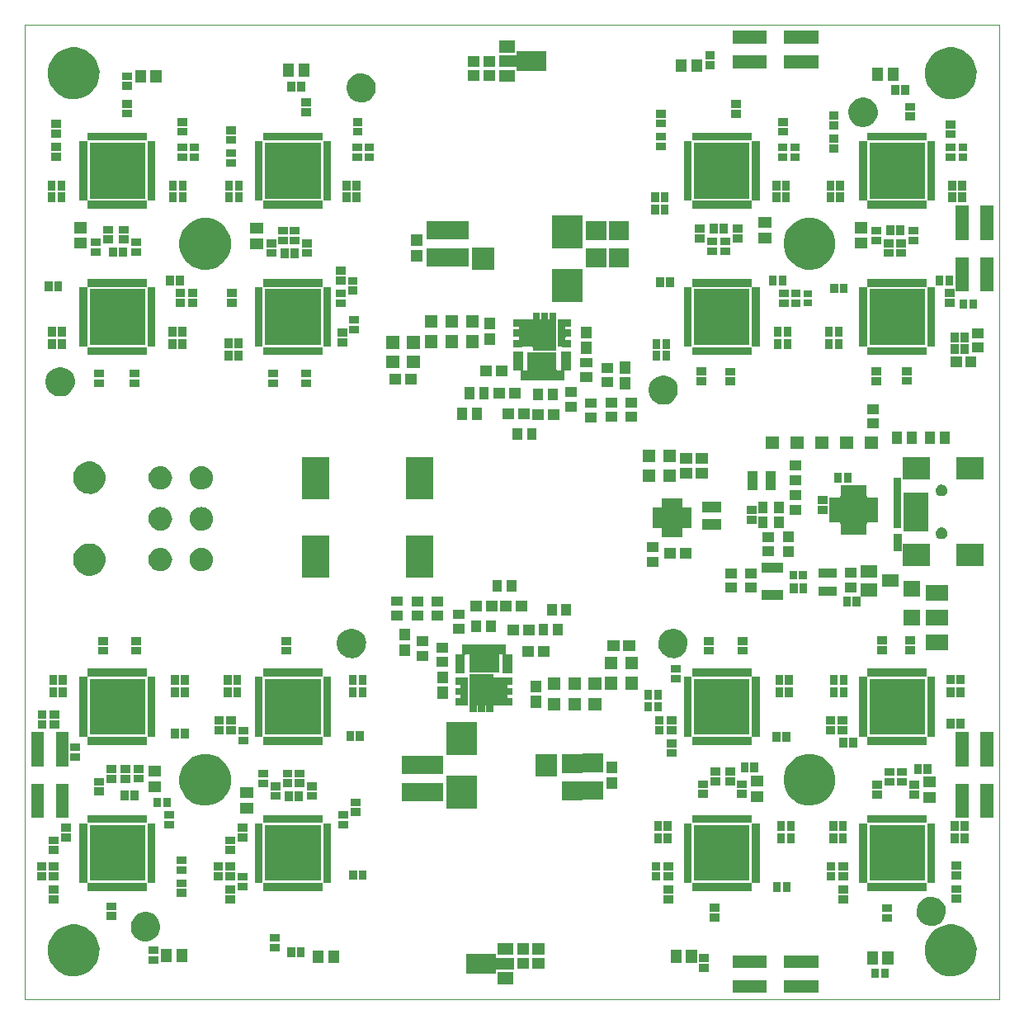
<source format=gts>
G04 (created by PCBNEW (2013-mar-13)-testing) date Tue 16 Jul 2013 01:06:53 PM ICT*
%MOIN*%
G04 Gerber Fmt 3.4, Leading zero omitted, Abs format*
%FSLAX34Y34*%
G01*
G70*
G90*
G04 APERTURE LIST*
%ADD10C,0.00393701*%
G04 APERTURE END LIST*
G54D10*
X38779Y-61023D02*
X78149Y-61023D01*
X78149Y-61023D02*
X78149Y-21653D01*
X78149Y-21653D02*
X38779Y-21653D01*
X38779Y-21653D02*
X38779Y-61023D01*
G36*
X39538Y-51615D02*
X39024Y-51615D01*
X39024Y-50234D01*
X39538Y-50234D01*
X39538Y-51615D01*
X39538Y-51615D01*
G37*
G36*
X39538Y-53702D02*
X39024Y-53702D01*
X39024Y-52321D01*
X39538Y-52321D01*
X39538Y-53702D01*
X39538Y-53702D01*
G37*
G36*
X39627Y-55828D02*
X39270Y-55828D01*
X39270Y-55510D01*
X39627Y-55510D01*
X39627Y-55828D01*
X39627Y-55828D01*
G37*
G36*
X39627Y-56221D02*
X39270Y-56221D01*
X39270Y-55904D01*
X39627Y-55904D01*
X39627Y-56221D01*
X39627Y-56221D01*
G37*
G36*
X39656Y-49696D02*
X39299Y-49696D01*
X39299Y-49378D01*
X39656Y-49378D01*
X39656Y-49696D01*
X39656Y-49696D01*
G37*
G36*
X39656Y-50089D02*
X39299Y-50089D01*
X39299Y-49772D01*
X39656Y-49772D01*
X39656Y-50089D01*
X39656Y-50089D01*
G37*
G36*
X39893Y-32432D02*
X39575Y-32432D01*
X39575Y-32036D01*
X39893Y-32036D01*
X39893Y-32432D01*
X39893Y-32432D01*
G37*
G36*
X40021Y-28347D02*
X39703Y-28347D01*
X39703Y-27951D01*
X40021Y-27951D01*
X40021Y-28347D01*
X40021Y-28347D01*
G37*
G36*
X40021Y-28839D02*
X39703Y-28839D01*
X39703Y-28443D01*
X40021Y-28443D01*
X40021Y-28839D01*
X40021Y-28839D01*
G37*
G36*
X40040Y-34253D02*
X39723Y-34253D01*
X39723Y-33856D01*
X40040Y-33856D01*
X40040Y-34253D01*
X40040Y-34253D01*
G37*
G36*
X40040Y-34745D02*
X39723Y-34745D01*
X39723Y-34349D01*
X40040Y-34349D01*
X40040Y-34745D01*
X40040Y-34745D01*
G37*
G36*
X40080Y-48328D02*
X39762Y-48328D01*
X39762Y-47931D01*
X40080Y-47931D01*
X40080Y-48328D01*
X40080Y-48328D01*
G37*
G36*
X40080Y-48820D02*
X39762Y-48820D01*
X39762Y-48423D01*
X40080Y-48423D01*
X40080Y-48820D01*
X40080Y-48820D01*
G37*
G36*
X40139Y-54765D02*
X39742Y-54765D01*
X39742Y-54447D01*
X40139Y-54447D01*
X40139Y-54765D01*
X40139Y-54765D01*
G37*
G36*
X40139Y-55158D02*
X39742Y-55158D01*
X39742Y-54841D01*
X40139Y-54841D01*
X40139Y-55158D01*
X40139Y-55158D01*
G37*
G36*
X40139Y-55828D02*
X39742Y-55828D01*
X39742Y-55510D01*
X40139Y-55510D01*
X40139Y-55828D01*
X40139Y-55828D01*
G37*
G36*
X40139Y-56221D02*
X39742Y-56221D01*
X39742Y-55904D01*
X40139Y-55904D01*
X40139Y-56221D01*
X40139Y-56221D01*
G37*
G36*
X40139Y-56753D02*
X39742Y-56753D01*
X39742Y-56435D01*
X40139Y-56435D01*
X40139Y-56753D01*
X40139Y-56753D01*
G37*
G36*
X40139Y-57146D02*
X39742Y-57146D01*
X39742Y-56829D01*
X40139Y-56829D01*
X40139Y-57146D01*
X40139Y-57146D01*
G37*
G36*
X40168Y-49696D02*
X39772Y-49696D01*
X39772Y-49378D01*
X40168Y-49378D01*
X40168Y-49696D01*
X40168Y-49696D01*
G37*
G36*
X40168Y-50089D02*
X39772Y-50089D01*
X39772Y-49772D01*
X40168Y-49772D01*
X40168Y-50089D01*
X40168Y-50089D01*
G37*
G36*
X40237Y-25828D02*
X39841Y-25828D01*
X39841Y-25510D01*
X40237Y-25510D01*
X40237Y-25828D01*
X40237Y-25828D01*
G37*
G36*
X40237Y-26221D02*
X39841Y-26221D01*
X39841Y-25904D01*
X40237Y-25904D01*
X40237Y-26221D01*
X40237Y-26221D01*
G37*
G36*
X40237Y-26753D02*
X39841Y-26753D01*
X39841Y-26435D01*
X40237Y-26435D01*
X40237Y-26753D01*
X40237Y-26753D01*
G37*
G36*
X40237Y-27146D02*
X39841Y-27146D01*
X39841Y-26829D01*
X40237Y-26829D01*
X40237Y-27146D01*
X40237Y-27146D01*
G37*
G36*
X40286Y-32432D02*
X39969Y-32432D01*
X39969Y-32036D01*
X40286Y-32036D01*
X40286Y-32432D01*
X40286Y-32432D01*
G37*
G36*
X40414Y-28347D02*
X40097Y-28347D01*
X40097Y-27951D01*
X40414Y-27951D01*
X40414Y-28347D01*
X40414Y-28347D01*
G37*
G36*
X40414Y-28839D02*
X40097Y-28839D01*
X40097Y-28443D01*
X40414Y-28443D01*
X40414Y-28839D01*
X40414Y-28839D01*
G37*
G36*
X40434Y-34253D02*
X40116Y-34253D01*
X40116Y-33856D01*
X40434Y-33856D01*
X40434Y-34253D01*
X40434Y-34253D01*
G37*
G36*
X40434Y-34745D02*
X40116Y-34745D01*
X40116Y-34349D01*
X40434Y-34349D01*
X40434Y-34745D01*
X40434Y-34745D01*
G37*
G36*
X40473Y-48328D02*
X40156Y-48328D01*
X40156Y-47931D01*
X40473Y-47931D01*
X40473Y-48328D01*
X40473Y-48328D01*
G37*
G36*
X40473Y-48820D02*
X40156Y-48820D01*
X40156Y-48423D01*
X40473Y-48423D01*
X40473Y-48820D01*
X40473Y-48820D01*
G37*
G36*
X40542Y-51615D02*
X40028Y-51615D01*
X40028Y-50234D01*
X40542Y-50234D01*
X40542Y-51615D01*
X40542Y-51615D01*
G37*
G36*
X40542Y-53702D02*
X40028Y-53702D01*
X40028Y-52321D01*
X40542Y-52321D01*
X40542Y-53702D01*
X40542Y-53702D01*
G37*
G36*
X40631Y-54253D02*
X40234Y-54253D01*
X40234Y-53935D01*
X40631Y-53935D01*
X40631Y-54253D01*
X40631Y-54253D01*
G37*
G36*
X40631Y-54646D02*
X40234Y-54646D01*
X40234Y-54329D01*
X40631Y-54329D01*
X40631Y-54646D01*
X40631Y-54646D01*
G37*
G36*
X40797Y-36026D02*
X40795Y-36155D01*
X40769Y-36271D01*
X40723Y-36374D01*
X40655Y-36471D01*
X40573Y-36549D01*
X40472Y-36613D01*
X40367Y-36653D01*
X40250Y-36674D01*
X40137Y-36672D01*
X40021Y-36646D01*
X39918Y-36601D01*
X39820Y-36533D01*
X39742Y-36452D01*
X39678Y-36352D01*
X39636Y-36247D01*
X39615Y-36130D01*
X39616Y-36018D01*
X39641Y-35901D01*
X39685Y-35798D01*
X39753Y-35699D01*
X39833Y-35621D01*
X39933Y-35555D01*
X40037Y-35513D01*
X40154Y-35491D01*
X40266Y-35492D01*
X40383Y-35516D01*
X40487Y-35559D01*
X40586Y-35626D01*
X40665Y-35706D01*
X40731Y-35805D01*
X40774Y-35909D01*
X40797Y-36026D01*
X40797Y-36026D01*
G37*
G36*
X40995Y-51005D02*
X40599Y-51005D01*
X40599Y-50687D01*
X40995Y-50687D01*
X40995Y-51005D01*
X40995Y-51005D01*
G37*
G36*
X40995Y-51398D02*
X40599Y-51398D01*
X40599Y-51081D01*
X40995Y-51081D01*
X40995Y-51398D01*
X40995Y-51398D01*
G37*
G36*
X41280Y-30080D02*
X40766Y-30080D01*
X40766Y-29644D01*
X41280Y-29644D01*
X41280Y-30080D01*
X41280Y-30080D01*
G37*
G36*
X41280Y-30709D02*
X40766Y-30709D01*
X40766Y-30274D01*
X41280Y-30274D01*
X41280Y-30709D01*
X41280Y-30709D01*
G37*
G36*
X41301Y-28760D02*
X41295Y-28760D01*
X40984Y-28760D01*
X40984Y-28586D01*
X40984Y-28578D01*
X40984Y-28506D01*
X40984Y-28498D01*
X40984Y-28389D01*
X40984Y-28381D01*
X40984Y-28309D01*
X40984Y-28301D01*
X40984Y-28193D01*
X40984Y-28185D01*
X40984Y-28112D01*
X40984Y-28104D01*
X40984Y-27996D01*
X40984Y-27988D01*
X40984Y-27916D01*
X40984Y-27908D01*
X40984Y-27799D01*
X40984Y-27791D01*
X40984Y-27719D01*
X40984Y-27711D01*
X40984Y-27603D01*
X40984Y-27595D01*
X40984Y-27522D01*
X40984Y-27514D01*
X40984Y-27406D01*
X40984Y-27398D01*
X40984Y-27326D01*
X40984Y-27318D01*
X40984Y-27209D01*
X40984Y-27201D01*
X40984Y-27129D01*
X40984Y-27121D01*
X40984Y-27013D01*
X40984Y-27005D01*
X40984Y-26932D01*
X40984Y-26924D01*
X40984Y-26816D01*
X40984Y-26808D01*
X40984Y-26736D01*
X40984Y-26728D01*
X40984Y-26619D01*
X40984Y-26611D01*
X40984Y-26539D01*
X40984Y-26531D01*
X40984Y-26357D01*
X41295Y-26357D01*
X41301Y-26357D01*
X41301Y-26363D01*
X41301Y-26531D01*
X41301Y-26539D01*
X41301Y-26611D01*
X41301Y-26619D01*
X41301Y-26728D01*
X41301Y-26736D01*
X41301Y-26808D01*
X41301Y-26816D01*
X41301Y-26924D01*
X41301Y-26932D01*
X41301Y-27005D01*
X41301Y-27013D01*
X41301Y-27121D01*
X41301Y-27129D01*
X41301Y-27201D01*
X41301Y-27209D01*
X41301Y-27318D01*
X41301Y-27326D01*
X41301Y-27398D01*
X41301Y-27406D01*
X41301Y-27514D01*
X41301Y-27522D01*
X41301Y-27595D01*
X41301Y-27603D01*
X41301Y-27711D01*
X41301Y-27719D01*
X41301Y-27791D01*
X41301Y-27799D01*
X41301Y-27908D01*
X41301Y-27916D01*
X41301Y-27988D01*
X41301Y-27996D01*
X41301Y-28104D01*
X41301Y-28112D01*
X41301Y-28185D01*
X41301Y-28193D01*
X41301Y-28301D01*
X41301Y-28309D01*
X41301Y-28381D01*
X41301Y-28389D01*
X41301Y-28498D01*
X41301Y-28506D01*
X41301Y-28578D01*
X41301Y-28586D01*
X41301Y-28754D01*
X41301Y-28760D01*
X41301Y-28760D01*
G37*
G36*
X41301Y-34665D02*
X41295Y-34665D01*
X40984Y-34665D01*
X40984Y-34492D01*
X40984Y-34484D01*
X40984Y-34411D01*
X40984Y-34404D01*
X40984Y-34295D01*
X40984Y-34287D01*
X40984Y-34214D01*
X40984Y-34207D01*
X40984Y-34099D01*
X40984Y-34091D01*
X40984Y-34017D01*
X40984Y-34010D01*
X40984Y-33902D01*
X40984Y-33894D01*
X40984Y-33821D01*
X40984Y-33814D01*
X40984Y-33705D01*
X40984Y-33697D01*
X40984Y-33624D01*
X40984Y-33617D01*
X40984Y-33509D01*
X40984Y-33501D01*
X40984Y-33427D01*
X40984Y-33420D01*
X40984Y-33312D01*
X40984Y-33304D01*
X40984Y-33231D01*
X40984Y-33224D01*
X40984Y-33115D01*
X40984Y-33107D01*
X40984Y-33034D01*
X40984Y-33027D01*
X40984Y-32919D01*
X40984Y-32911D01*
X40984Y-32837D01*
X40984Y-32830D01*
X40984Y-32722D01*
X40984Y-32714D01*
X40984Y-32641D01*
X40984Y-32634D01*
X40984Y-32525D01*
X40984Y-32517D01*
X40984Y-32444D01*
X40984Y-32437D01*
X40984Y-32263D01*
X41295Y-32263D01*
X41301Y-32263D01*
X41301Y-32269D01*
X41301Y-32437D01*
X41301Y-32444D01*
X41301Y-32517D01*
X41301Y-32525D01*
X41301Y-32634D01*
X41301Y-32641D01*
X41301Y-32714D01*
X41301Y-32722D01*
X41301Y-32830D01*
X41301Y-32837D01*
X41301Y-32911D01*
X41301Y-32919D01*
X41301Y-33027D01*
X41301Y-33034D01*
X41301Y-33107D01*
X41301Y-33115D01*
X41301Y-33224D01*
X41301Y-33231D01*
X41301Y-33304D01*
X41301Y-33312D01*
X41301Y-33420D01*
X41301Y-33427D01*
X41301Y-33501D01*
X41301Y-33509D01*
X41301Y-33617D01*
X41301Y-33624D01*
X41301Y-33697D01*
X41301Y-33705D01*
X41301Y-33814D01*
X41301Y-33821D01*
X41301Y-33894D01*
X41301Y-33902D01*
X41301Y-34010D01*
X41301Y-34017D01*
X41301Y-34091D01*
X41301Y-34099D01*
X41301Y-34207D01*
X41301Y-34214D01*
X41301Y-34287D01*
X41301Y-34295D01*
X41301Y-34404D01*
X41301Y-34411D01*
X41301Y-34484D01*
X41301Y-34492D01*
X41301Y-34660D01*
X41301Y-34665D01*
X41301Y-34665D01*
G37*
G36*
X41301Y-50413D02*
X41295Y-50413D01*
X40984Y-50413D01*
X40984Y-50240D01*
X40984Y-50232D01*
X40984Y-50159D01*
X40984Y-50152D01*
X40984Y-50043D01*
X40984Y-50035D01*
X40984Y-49962D01*
X40984Y-49955D01*
X40984Y-49847D01*
X40984Y-49839D01*
X40984Y-49765D01*
X40984Y-49758D01*
X40984Y-49650D01*
X40984Y-49642D01*
X40984Y-49569D01*
X40984Y-49562D01*
X40984Y-49453D01*
X40984Y-49445D01*
X40984Y-49372D01*
X40984Y-49365D01*
X40984Y-49257D01*
X40984Y-49249D01*
X40984Y-49175D01*
X40984Y-49168D01*
X40984Y-49060D01*
X40984Y-49052D01*
X40984Y-48979D01*
X40984Y-48972D01*
X40984Y-48863D01*
X40984Y-48855D01*
X40984Y-48782D01*
X40984Y-48775D01*
X40984Y-48667D01*
X40984Y-48659D01*
X40984Y-48585D01*
X40984Y-48578D01*
X40984Y-48470D01*
X40984Y-48462D01*
X40984Y-48389D01*
X40984Y-48382D01*
X40984Y-48273D01*
X40984Y-48265D01*
X40984Y-48192D01*
X40984Y-48185D01*
X40984Y-48011D01*
X41295Y-48011D01*
X41301Y-48011D01*
X41301Y-48017D01*
X41301Y-48185D01*
X41301Y-48192D01*
X41301Y-48265D01*
X41301Y-48273D01*
X41301Y-48382D01*
X41301Y-48389D01*
X41301Y-48462D01*
X41301Y-48470D01*
X41301Y-48578D01*
X41301Y-48585D01*
X41301Y-48659D01*
X41301Y-48667D01*
X41301Y-48775D01*
X41301Y-48782D01*
X41301Y-48855D01*
X41301Y-48863D01*
X41301Y-48972D01*
X41301Y-48979D01*
X41301Y-49052D01*
X41301Y-49060D01*
X41301Y-49168D01*
X41301Y-49175D01*
X41301Y-49249D01*
X41301Y-49257D01*
X41301Y-49365D01*
X41301Y-49372D01*
X41301Y-49445D01*
X41301Y-49453D01*
X41301Y-49562D01*
X41301Y-49569D01*
X41301Y-49642D01*
X41301Y-49650D01*
X41301Y-49758D01*
X41301Y-49765D01*
X41301Y-49839D01*
X41301Y-49847D01*
X41301Y-49955D01*
X41301Y-49962D01*
X41301Y-50035D01*
X41301Y-50043D01*
X41301Y-50152D01*
X41301Y-50159D01*
X41301Y-50232D01*
X41301Y-50240D01*
X41301Y-50408D01*
X41301Y-50413D01*
X41301Y-50413D01*
G37*
G36*
X41301Y-56319D02*
X41295Y-56319D01*
X40984Y-56319D01*
X40984Y-56145D01*
X40984Y-56137D01*
X40984Y-56065D01*
X40984Y-56057D01*
X40984Y-55948D01*
X40984Y-55940D01*
X40984Y-55868D01*
X40984Y-55860D01*
X40984Y-55752D01*
X40984Y-55744D01*
X40984Y-55671D01*
X40984Y-55663D01*
X40984Y-55555D01*
X40984Y-55547D01*
X40984Y-55475D01*
X40984Y-55467D01*
X40984Y-55358D01*
X40984Y-55350D01*
X40984Y-55278D01*
X40984Y-55270D01*
X40984Y-55162D01*
X40984Y-55154D01*
X40984Y-55081D01*
X40984Y-55073D01*
X40984Y-54965D01*
X40984Y-54957D01*
X40984Y-54885D01*
X40984Y-54877D01*
X40984Y-54768D01*
X40984Y-54760D01*
X40984Y-54688D01*
X40984Y-54680D01*
X40984Y-54572D01*
X40984Y-54564D01*
X40984Y-54491D01*
X40984Y-54483D01*
X40984Y-54375D01*
X40984Y-54367D01*
X40984Y-54295D01*
X40984Y-54287D01*
X40984Y-54178D01*
X40984Y-54170D01*
X40984Y-54098D01*
X40984Y-54090D01*
X40984Y-53916D01*
X41295Y-53916D01*
X41301Y-53916D01*
X41301Y-53922D01*
X41301Y-54090D01*
X41301Y-54098D01*
X41301Y-54170D01*
X41301Y-54178D01*
X41301Y-54287D01*
X41301Y-54295D01*
X41301Y-54367D01*
X41301Y-54375D01*
X41301Y-54483D01*
X41301Y-54491D01*
X41301Y-54564D01*
X41301Y-54572D01*
X41301Y-54680D01*
X41301Y-54688D01*
X41301Y-54760D01*
X41301Y-54768D01*
X41301Y-54877D01*
X41301Y-54885D01*
X41301Y-54957D01*
X41301Y-54965D01*
X41301Y-55073D01*
X41301Y-55081D01*
X41301Y-55154D01*
X41301Y-55162D01*
X41301Y-55270D01*
X41301Y-55278D01*
X41301Y-55350D01*
X41301Y-55358D01*
X41301Y-55467D01*
X41301Y-55475D01*
X41301Y-55547D01*
X41301Y-55555D01*
X41301Y-55663D01*
X41301Y-55671D01*
X41301Y-55744D01*
X41301Y-55752D01*
X41301Y-55860D01*
X41301Y-55868D01*
X41301Y-55940D01*
X41301Y-55948D01*
X41301Y-56057D01*
X41301Y-56065D01*
X41301Y-56137D01*
X41301Y-56145D01*
X41301Y-56313D01*
X41301Y-56319D01*
X41301Y-56319D01*
G37*
G36*
X41792Y-23521D02*
X41789Y-23752D01*
X41743Y-23954D01*
X41661Y-24139D01*
X41541Y-24308D01*
X41395Y-24448D01*
X41219Y-24559D01*
X41031Y-24632D01*
X40827Y-24668D01*
X40625Y-24664D01*
X40422Y-24619D01*
X40237Y-24538D01*
X40066Y-24420D01*
X39926Y-24275D01*
X39813Y-24100D01*
X39739Y-23912D01*
X39702Y-23708D01*
X39704Y-23506D01*
X39748Y-23303D01*
X39827Y-23117D01*
X39945Y-22946D01*
X40089Y-22805D01*
X40263Y-22691D01*
X40450Y-22615D01*
X40654Y-22576D01*
X40855Y-22578D01*
X41060Y-22620D01*
X41245Y-22697D01*
X41418Y-22814D01*
X41560Y-22957D01*
X41675Y-23131D01*
X41752Y-23316D01*
X41792Y-23521D01*
X41792Y-23521D01*
G37*
G36*
X41792Y-58954D02*
X41789Y-59185D01*
X41743Y-59387D01*
X41661Y-59572D01*
X41541Y-59741D01*
X41395Y-59881D01*
X41219Y-59992D01*
X41031Y-60065D01*
X40827Y-60101D01*
X40625Y-60097D01*
X40422Y-60052D01*
X40237Y-59971D01*
X40066Y-59853D01*
X39926Y-59708D01*
X39813Y-59533D01*
X39739Y-59345D01*
X39702Y-59141D01*
X39704Y-58939D01*
X39748Y-58736D01*
X39827Y-58551D01*
X39945Y-58379D01*
X40089Y-58238D01*
X40263Y-58124D01*
X40450Y-58048D01*
X40654Y-58009D01*
X40855Y-58011D01*
X41060Y-58053D01*
X41245Y-58131D01*
X41418Y-58247D01*
X41560Y-58390D01*
X41675Y-58564D01*
X41752Y-58749D01*
X41792Y-58954D01*
X41792Y-58954D01*
G37*
G36*
X41851Y-30611D02*
X41455Y-30611D01*
X41455Y-30293D01*
X41851Y-30293D01*
X41851Y-30611D01*
X41851Y-30611D01*
G37*
G36*
X41851Y-31005D02*
X41455Y-31005D01*
X41455Y-30687D01*
X41851Y-30687D01*
X41851Y-31005D01*
X41851Y-31005D01*
G37*
G36*
X41969Y-35906D02*
X41573Y-35906D01*
X41573Y-35589D01*
X41969Y-35589D01*
X41969Y-35906D01*
X41969Y-35906D01*
G37*
G36*
X41969Y-36300D02*
X41573Y-36300D01*
X41573Y-35982D01*
X41969Y-35982D01*
X41969Y-36300D01*
X41969Y-36300D01*
G37*
G36*
X41969Y-52402D02*
X41573Y-52402D01*
X41573Y-52085D01*
X41969Y-52085D01*
X41969Y-52402D01*
X41969Y-52402D01*
G37*
G36*
X41969Y-52796D02*
X41573Y-52796D01*
X41573Y-52478D01*
X41969Y-52478D01*
X41969Y-52796D01*
X41969Y-52796D01*
G37*
G36*
X42029Y-39898D02*
X42027Y-40041D01*
X41998Y-40168D01*
X41947Y-40282D01*
X41872Y-40389D01*
X41782Y-40475D01*
X41672Y-40545D01*
X41555Y-40590D01*
X41427Y-40613D01*
X41302Y-40610D01*
X41175Y-40582D01*
X41061Y-40532D01*
X40953Y-40458D01*
X40867Y-40368D01*
X40796Y-40258D01*
X40750Y-40142D01*
X40727Y-40014D01*
X40728Y-39889D01*
X40755Y-39761D01*
X40804Y-39647D01*
X40878Y-39539D01*
X40967Y-39452D01*
X41077Y-39380D01*
X41192Y-39334D01*
X41321Y-39309D01*
X41445Y-39310D01*
X41573Y-39337D01*
X41688Y-39385D01*
X41796Y-39458D01*
X41884Y-39546D01*
X41956Y-39655D01*
X42004Y-39770D01*
X42004Y-39772D01*
X42029Y-39898D01*
X42029Y-39898D01*
G37*
G36*
X42029Y-43204D02*
X42027Y-43347D01*
X41998Y-43474D01*
X41947Y-43588D01*
X41872Y-43695D01*
X41782Y-43781D01*
X41672Y-43851D01*
X41555Y-43896D01*
X41427Y-43919D01*
X41302Y-43916D01*
X41175Y-43888D01*
X41061Y-43838D01*
X40953Y-43764D01*
X40867Y-43674D01*
X40796Y-43564D01*
X40750Y-43448D01*
X40727Y-43320D01*
X40728Y-43195D01*
X40755Y-43067D01*
X40804Y-42953D01*
X40878Y-42845D01*
X40967Y-42758D01*
X41077Y-42686D01*
X41192Y-42640D01*
X41321Y-42615D01*
X41445Y-42616D01*
X41573Y-42643D01*
X41688Y-42691D01*
X41796Y-42764D01*
X41884Y-42852D01*
X41956Y-42961D01*
X42004Y-43076D01*
X42004Y-43078D01*
X42029Y-43204D01*
X42029Y-43204D01*
G37*
G36*
X42146Y-46713D02*
X41750Y-46713D01*
X41750Y-46396D01*
X42146Y-46396D01*
X42146Y-46713D01*
X42146Y-46713D01*
G37*
G36*
X42146Y-47107D02*
X41750Y-47107D01*
X41750Y-46790D01*
X42146Y-46790D01*
X42146Y-47107D01*
X42146Y-47107D01*
G37*
G36*
X42343Y-30099D02*
X41947Y-30099D01*
X41947Y-29782D01*
X42343Y-29782D01*
X42343Y-30099D01*
X42343Y-30099D01*
G37*
G36*
X42343Y-30493D02*
X41947Y-30493D01*
X41947Y-30175D01*
X42343Y-30175D01*
X42343Y-30493D01*
X42343Y-30493D01*
G37*
G36*
X42461Y-51891D02*
X42065Y-51891D01*
X42065Y-51573D01*
X42461Y-51573D01*
X42461Y-51891D01*
X42461Y-51891D01*
G37*
G36*
X42461Y-52284D02*
X42065Y-52284D01*
X42065Y-51967D01*
X42461Y-51967D01*
X42461Y-52284D01*
X42461Y-52284D01*
G37*
G36*
X42481Y-57432D02*
X42085Y-57432D01*
X42085Y-57114D01*
X42481Y-57114D01*
X42481Y-57432D01*
X42481Y-57432D01*
G37*
G36*
X42481Y-57826D02*
X42085Y-57826D01*
X42085Y-57508D01*
X42481Y-57508D01*
X42481Y-57826D01*
X42481Y-57826D01*
G37*
G36*
X42501Y-31044D02*
X42183Y-31044D01*
X42183Y-30648D01*
X42501Y-30648D01*
X42501Y-31044D01*
X42501Y-31044D01*
G37*
G36*
X42895Y-31044D02*
X42577Y-31044D01*
X42577Y-30648D01*
X42895Y-30648D01*
X42895Y-31044D01*
X42895Y-31044D01*
G37*
G36*
X42973Y-30099D02*
X42577Y-30099D01*
X42577Y-29782D01*
X42973Y-29782D01*
X42973Y-30099D01*
X42973Y-30099D01*
G37*
G36*
X42973Y-30493D02*
X42577Y-30493D01*
X42577Y-30175D01*
X42973Y-30175D01*
X42973Y-30493D01*
X42973Y-30493D01*
G37*
G36*
X42973Y-52983D02*
X42656Y-52983D01*
X42656Y-52587D01*
X42973Y-52587D01*
X42973Y-52983D01*
X42973Y-52983D01*
G37*
G36*
X43032Y-51891D02*
X42636Y-51891D01*
X42636Y-51573D01*
X43032Y-51573D01*
X43032Y-51891D01*
X43032Y-51891D01*
G37*
G36*
X43032Y-52284D02*
X42636Y-52284D01*
X42636Y-51967D01*
X43032Y-51967D01*
X43032Y-52284D01*
X43032Y-52284D01*
G37*
G36*
X43103Y-25017D02*
X42707Y-25017D01*
X42707Y-24699D01*
X43103Y-24699D01*
X43103Y-25017D01*
X43103Y-25017D01*
G37*
G36*
X43103Y-25410D02*
X42707Y-25410D01*
X42707Y-25093D01*
X43103Y-25093D01*
X43103Y-25410D01*
X43103Y-25410D01*
G37*
G36*
X43111Y-23898D02*
X42715Y-23898D01*
X42715Y-23581D01*
X43111Y-23581D01*
X43111Y-23898D01*
X43111Y-23898D01*
G37*
G36*
X43111Y-24292D02*
X42715Y-24292D01*
X42715Y-23975D01*
X43111Y-23975D01*
X43111Y-24292D01*
X43111Y-24292D01*
G37*
G36*
X43367Y-52983D02*
X43049Y-52983D01*
X43049Y-52587D01*
X43367Y-52587D01*
X43367Y-52983D01*
X43367Y-52983D01*
G37*
G36*
X43406Y-35906D02*
X43010Y-35906D01*
X43010Y-35589D01*
X43406Y-35589D01*
X43406Y-35906D01*
X43406Y-35906D01*
G37*
G36*
X43406Y-36300D02*
X43010Y-36300D01*
X43010Y-35982D01*
X43406Y-35982D01*
X43406Y-36300D01*
X43406Y-36300D01*
G37*
G36*
X43458Y-30607D02*
X43061Y-30607D01*
X43061Y-30290D01*
X43458Y-30290D01*
X43458Y-30607D01*
X43458Y-30607D01*
G37*
G36*
X43458Y-31001D02*
X43061Y-31001D01*
X43061Y-30683D01*
X43458Y-30683D01*
X43458Y-31001D01*
X43458Y-31001D01*
G37*
G36*
X43485Y-46713D02*
X43089Y-46713D01*
X43089Y-46396D01*
X43485Y-46396D01*
X43485Y-46713D01*
X43485Y-46713D01*
G37*
G36*
X43485Y-47107D02*
X43089Y-47107D01*
X43089Y-46790D01*
X43485Y-46790D01*
X43485Y-47107D01*
X43485Y-47107D01*
G37*
G36*
X43564Y-51881D02*
X43167Y-51881D01*
X43167Y-51563D01*
X43564Y-51563D01*
X43564Y-51881D01*
X43564Y-51881D01*
G37*
G36*
X43564Y-52274D02*
X43167Y-52274D01*
X43167Y-51957D01*
X43564Y-51957D01*
X43564Y-52274D01*
X43564Y-52274D01*
G37*
G36*
X43643Y-28682D02*
X41396Y-28682D01*
X41396Y-26435D01*
X43643Y-26435D01*
X43643Y-28682D01*
X43643Y-28682D01*
G37*
G36*
X43643Y-34587D02*
X41396Y-34587D01*
X41396Y-32341D01*
X43643Y-32341D01*
X43643Y-34587D01*
X43643Y-34587D01*
G37*
G36*
X43643Y-50335D02*
X41396Y-50335D01*
X41396Y-48089D01*
X43643Y-48089D01*
X43643Y-50335D01*
X43643Y-50335D01*
G37*
G36*
X43643Y-56241D02*
X41396Y-56241D01*
X41396Y-53994D01*
X43643Y-53994D01*
X43643Y-56241D01*
X43643Y-56241D01*
G37*
G36*
X43662Y-23997D02*
X43227Y-23997D01*
X43227Y-23482D01*
X43662Y-23482D01*
X43662Y-23997D01*
X43662Y-23997D01*
G37*
G36*
X43721Y-26340D02*
X43715Y-26340D01*
X43547Y-26340D01*
X43539Y-26340D01*
X43466Y-26340D01*
X43459Y-26340D01*
X43350Y-26340D01*
X43342Y-26340D01*
X43269Y-26340D01*
X43262Y-26340D01*
X43154Y-26340D01*
X43146Y-26340D01*
X43072Y-26340D01*
X43065Y-26340D01*
X42957Y-26340D01*
X42949Y-26340D01*
X42876Y-26340D01*
X42869Y-26340D01*
X42760Y-26340D01*
X42752Y-26340D01*
X42679Y-26340D01*
X42672Y-26340D01*
X42564Y-26340D01*
X42556Y-26340D01*
X42482Y-26340D01*
X42475Y-26340D01*
X42367Y-26340D01*
X42359Y-26340D01*
X42286Y-26340D01*
X42279Y-26340D01*
X42170Y-26340D01*
X42162Y-26340D01*
X42089Y-26340D01*
X42082Y-26340D01*
X41974Y-26340D01*
X41966Y-26340D01*
X41892Y-26340D01*
X41885Y-26340D01*
X41777Y-26340D01*
X41769Y-26340D01*
X41696Y-26340D01*
X41689Y-26340D01*
X41580Y-26340D01*
X41572Y-26340D01*
X41499Y-26340D01*
X41492Y-26340D01*
X41324Y-26340D01*
X41318Y-26340D01*
X41318Y-26334D01*
X41318Y-26023D01*
X41492Y-26023D01*
X41499Y-26023D01*
X41572Y-26023D01*
X41580Y-26023D01*
X41689Y-26023D01*
X41696Y-26023D01*
X41769Y-26023D01*
X41777Y-26023D01*
X41885Y-26023D01*
X41892Y-26023D01*
X41966Y-26023D01*
X41974Y-26023D01*
X42082Y-26023D01*
X42089Y-26023D01*
X42162Y-26023D01*
X42170Y-26023D01*
X42279Y-26023D01*
X42286Y-26023D01*
X42359Y-26023D01*
X42367Y-26023D01*
X42475Y-26023D01*
X42482Y-26023D01*
X42556Y-26023D01*
X42564Y-26023D01*
X42672Y-26023D01*
X42679Y-26023D01*
X42752Y-26023D01*
X42760Y-26023D01*
X42869Y-26023D01*
X42876Y-26023D01*
X42949Y-26023D01*
X42957Y-26023D01*
X43065Y-26023D01*
X43072Y-26023D01*
X43146Y-26023D01*
X43154Y-26023D01*
X43262Y-26023D01*
X43269Y-26023D01*
X43342Y-26023D01*
X43350Y-26023D01*
X43459Y-26023D01*
X43466Y-26023D01*
X43539Y-26023D01*
X43547Y-26023D01*
X43721Y-26023D01*
X43721Y-26334D01*
X43721Y-26340D01*
X43721Y-26340D01*
G37*
G36*
X43721Y-29094D02*
X43715Y-29094D01*
X43547Y-29094D01*
X43539Y-29094D01*
X43466Y-29094D01*
X43459Y-29094D01*
X43350Y-29094D01*
X43342Y-29094D01*
X43269Y-29094D01*
X43262Y-29094D01*
X43154Y-29094D01*
X43146Y-29094D01*
X43072Y-29094D01*
X43065Y-29094D01*
X42957Y-29094D01*
X42949Y-29094D01*
X42876Y-29094D01*
X42869Y-29094D01*
X42760Y-29094D01*
X42752Y-29094D01*
X42679Y-29094D01*
X42672Y-29094D01*
X42564Y-29094D01*
X42556Y-29094D01*
X42482Y-29094D01*
X42475Y-29094D01*
X42367Y-29094D01*
X42359Y-29094D01*
X42286Y-29094D01*
X42279Y-29094D01*
X42170Y-29094D01*
X42162Y-29094D01*
X42089Y-29094D01*
X42082Y-29094D01*
X41974Y-29094D01*
X41966Y-29094D01*
X41892Y-29094D01*
X41885Y-29094D01*
X41777Y-29094D01*
X41769Y-29094D01*
X41696Y-29094D01*
X41689Y-29094D01*
X41580Y-29094D01*
X41572Y-29094D01*
X41499Y-29094D01*
X41492Y-29094D01*
X41318Y-29094D01*
X41318Y-28783D01*
X41318Y-28777D01*
X41324Y-28777D01*
X41492Y-28777D01*
X41499Y-28777D01*
X41572Y-28777D01*
X41580Y-28777D01*
X41689Y-28777D01*
X41696Y-28777D01*
X41769Y-28777D01*
X41777Y-28777D01*
X41885Y-28777D01*
X41892Y-28777D01*
X41966Y-28777D01*
X41974Y-28777D01*
X42082Y-28777D01*
X42089Y-28777D01*
X42162Y-28777D01*
X42170Y-28777D01*
X42279Y-28777D01*
X42286Y-28777D01*
X42359Y-28777D01*
X42367Y-28777D01*
X42475Y-28777D01*
X42482Y-28777D01*
X42556Y-28777D01*
X42564Y-28777D01*
X42672Y-28777D01*
X42679Y-28777D01*
X42752Y-28777D01*
X42760Y-28777D01*
X42869Y-28777D01*
X42876Y-28777D01*
X42949Y-28777D01*
X42957Y-28777D01*
X43065Y-28777D01*
X43072Y-28777D01*
X43146Y-28777D01*
X43154Y-28777D01*
X43262Y-28777D01*
X43269Y-28777D01*
X43342Y-28777D01*
X43350Y-28777D01*
X43459Y-28777D01*
X43466Y-28777D01*
X43539Y-28777D01*
X43547Y-28777D01*
X43715Y-28777D01*
X43721Y-28777D01*
X43721Y-28783D01*
X43721Y-29094D01*
X43721Y-29094D01*
G37*
G36*
X43721Y-32245D02*
X43715Y-32245D01*
X43547Y-32245D01*
X43539Y-32245D01*
X43466Y-32245D01*
X43459Y-32245D01*
X43350Y-32245D01*
X43342Y-32245D01*
X43269Y-32245D01*
X43262Y-32245D01*
X43154Y-32245D01*
X43146Y-32245D01*
X43072Y-32245D01*
X43065Y-32245D01*
X42957Y-32245D01*
X42949Y-32245D01*
X42876Y-32245D01*
X42869Y-32245D01*
X42760Y-32245D01*
X42752Y-32245D01*
X42679Y-32245D01*
X42672Y-32245D01*
X42564Y-32245D01*
X42556Y-32245D01*
X42482Y-32245D01*
X42475Y-32245D01*
X42367Y-32245D01*
X42359Y-32245D01*
X42286Y-32245D01*
X42279Y-32245D01*
X42170Y-32245D01*
X42162Y-32245D01*
X42089Y-32245D01*
X42082Y-32245D01*
X41974Y-32245D01*
X41966Y-32245D01*
X41892Y-32245D01*
X41885Y-32245D01*
X41777Y-32245D01*
X41769Y-32245D01*
X41696Y-32245D01*
X41689Y-32245D01*
X41580Y-32245D01*
X41572Y-32245D01*
X41499Y-32245D01*
X41492Y-32245D01*
X41324Y-32245D01*
X41318Y-32245D01*
X41318Y-32240D01*
X41318Y-31929D01*
X41492Y-31929D01*
X41499Y-31929D01*
X41572Y-31929D01*
X41580Y-31929D01*
X41689Y-31929D01*
X41696Y-31929D01*
X41769Y-31929D01*
X41777Y-31929D01*
X41885Y-31929D01*
X41892Y-31929D01*
X41966Y-31929D01*
X41974Y-31929D01*
X42082Y-31929D01*
X42089Y-31929D01*
X42162Y-31929D01*
X42170Y-31929D01*
X42279Y-31929D01*
X42286Y-31929D01*
X42359Y-31929D01*
X42367Y-31929D01*
X42475Y-31929D01*
X42482Y-31929D01*
X42556Y-31929D01*
X42564Y-31929D01*
X42672Y-31929D01*
X42679Y-31929D01*
X42752Y-31929D01*
X42760Y-31929D01*
X42869Y-31929D01*
X42876Y-31929D01*
X42949Y-31929D01*
X42957Y-31929D01*
X43065Y-31929D01*
X43072Y-31929D01*
X43146Y-31929D01*
X43154Y-31929D01*
X43262Y-31929D01*
X43269Y-31929D01*
X43342Y-31929D01*
X43350Y-31929D01*
X43459Y-31929D01*
X43466Y-31929D01*
X43539Y-31929D01*
X43547Y-31929D01*
X43721Y-31929D01*
X43721Y-32240D01*
X43721Y-32245D01*
X43721Y-32245D01*
G37*
G36*
X43721Y-34999D02*
X43715Y-34999D01*
X43547Y-34999D01*
X43539Y-34999D01*
X43466Y-34999D01*
X43459Y-34999D01*
X43350Y-34999D01*
X43342Y-34999D01*
X43269Y-34999D01*
X43262Y-34999D01*
X43154Y-34999D01*
X43146Y-34999D01*
X43072Y-34999D01*
X43065Y-34999D01*
X42957Y-34999D01*
X42949Y-34999D01*
X42876Y-34999D01*
X42869Y-34999D01*
X42760Y-34999D01*
X42752Y-34999D01*
X42679Y-34999D01*
X42672Y-34999D01*
X42564Y-34999D01*
X42556Y-34999D01*
X42482Y-34999D01*
X42475Y-34999D01*
X42367Y-34999D01*
X42359Y-34999D01*
X42286Y-34999D01*
X42279Y-34999D01*
X42170Y-34999D01*
X42162Y-34999D01*
X42089Y-34999D01*
X42082Y-34999D01*
X41974Y-34999D01*
X41966Y-34999D01*
X41892Y-34999D01*
X41885Y-34999D01*
X41777Y-34999D01*
X41769Y-34999D01*
X41696Y-34999D01*
X41689Y-34999D01*
X41580Y-34999D01*
X41572Y-34999D01*
X41499Y-34999D01*
X41492Y-34999D01*
X41318Y-34999D01*
X41318Y-34689D01*
X41318Y-34683D01*
X41324Y-34683D01*
X41492Y-34683D01*
X41499Y-34683D01*
X41572Y-34683D01*
X41580Y-34683D01*
X41689Y-34683D01*
X41696Y-34683D01*
X41769Y-34683D01*
X41777Y-34683D01*
X41885Y-34683D01*
X41892Y-34683D01*
X41966Y-34683D01*
X41974Y-34683D01*
X42082Y-34683D01*
X42089Y-34683D01*
X42162Y-34683D01*
X42170Y-34683D01*
X42279Y-34683D01*
X42286Y-34683D01*
X42359Y-34683D01*
X42367Y-34683D01*
X42475Y-34683D01*
X42482Y-34683D01*
X42556Y-34683D01*
X42564Y-34683D01*
X42672Y-34683D01*
X42679Y-34683D01*
X42752Y-34683D01*
X42760Y-34683D01*
X42869Y-34683D01*
X42876Y-34683D01*
X42949Y-34683D01*
X42957Y-34683D01*
X43065Y-34683D01*
X43072Y-34683D01*
X43146Y-34683D01*
X43154Y-34683D01*
X43262Y-34683D01*
X43269Y-34683D01*
X43342Y-34683D01*
X43350Y-34683D01*
X43459Y-34683D01*
X43466Y-34683D01*
X43539Y-34683D01*
X43547Y-34683D01*
X43715Y-34683D01*
X43721Y-34683D01*
X43721Y-34689D01*
X43721Y-34999D01*
X43721Y-34999D01*
G37*
G36*
X43721Y-47993D02*
X43715Y-47993D01*
X43547Y-47993D01*
X43539Y-47993D01*
X43466Y-47993D01*
X43459Y-47993D01*
X43350Y-47993D01*
X43342Y-47993D01*
X43269Y-47993D01*
X43262Y-47993D01*
X43154Y-47993D01*
X43146Y-47993D01*
X43072Y-47993D01*
X43065Y-47993D01*
X42957Y-47993D01*
X42949Y-47993D01*
X42876Y-47993D01*
X42869Y-47993D01*
X42760Y-47993D01*
X42752Y-47993D01*
X42679Y-47993D01*
X42672Y-47993D01*
X42564Y-47993D01*
X42556Y-47993D01*
X42482Y-47993D01*
X42475Y-47993D01*
X42367Y-47993D01*
X42359Y-47993D01*
X42286Y-47993D01*
X42279Y-47993D01*
X42170Y-47993D01*
X42162Y-47993D01*
X42089Y-47993D01*
X42082Y-47993D01*
X41974Y-47993D01*
X41966Y-47993D01*
X41892Y-47993D01*
X41885Y-47993D01*
X41777Y-47993D01*
X41769Y-47993D01*
X41696Y-47993D01*
X41689Y-47993D01*
X41580Y-47993D01*
X41572Y-47993D01*
X41499Y-47993D01*
X41492Y-47993D01*
X41324Y-47993D01*
X41318Y-47993D01*
X41318Y-47988D01*
X41318Y-47677D01*
X41492Y-47677D01*
X41499Y-47677D01*
X41572Y-47677D01*
X41580Y-47677D01*
X41689Y-47677D01*
X41696Y-47677D01*
X41769Y-47677D01*
X41777Y-47677D01*
X41885Y-47677D01*
X41892Y-47677D01*
X41966Y-47677D01*
X41974Y-47677D01*
X42082Y-47677D01*
X42089Y-47677D01*
X42162Y-47677D01*
X42170Y-47677D01*
X42279Y-47677D01*
X42286Y-47677D01*
X42359Y-47677D01*
X42367Y-47677D01*
X42475Y-47677D01*
X42482Y-47677D01*
X42556Y-47677D01*
X42564Y-47677D01*
X42672Y-47677D01*
X42679Y-47677D01*
X42752Y-47677D01*
X42760Y-47677D01*
X42869Y-47677D01*
X42876Y-47677D01*
X42949Y-47677D01*
X42957Y-47677D01*
X43065Y-47677D01*
X43072Y-47677D01*
X43146Y-47677D01*
X43154Y-47677D01*
X43262Y-47677D01*
X43269Y-47677D01*
X43342Y-47677D01*
X43350Y-47677D01*
X43459Y-47677D01*
X43466Y-47677D01*
X43539Y-47677D01*
X43547Y-47677D01*
X43721Y-47677D01*
X43721Y-47988D01*
X43721Y-47993D01*
X43721Y-47993D01*
G37*
G36*
X43721Y-50747D02*
X43715Y-50747D01*
X43547Y-50747D01*
X43539Y-50747D01*
X43466Y-50747D01*
X43459Y-50747D01*
X43350Y-50747D01*
X43342Y-50747D01*
X43269Y-50747D01*
X43262Y-50747D01*
X43154Y-50747D01*
X43146Y-50747D01*
X43072Y-50747D01*
X43065Y-50747D01*
X42957Y-50747D01*
X42949Y-50747D01*
X42876Y-50747D01*
X42869Y-50747D01*
X42760Y-50747D01*
X42752Y-50747D01*
X42679Y-50747D01*
X42672Y-50747D01*
X42564Y-50747D01*
X42556Y-50747D01*
X42482Y-50747D01*
X42475Y-50747D01*
X42367Y-50747D01*
X42359Y-50747D01*
X42286Y-50747D01*
X42279Y-50747D01*
X42170Y-50747D01*
X42162Y-50747D01*
X42089Y-50747D01*
X42082Y-50747D01*
X41974Y-50747D01*
X41966Y-50747D01*
X41892Y-50747D01*
X41885Y-50747D01*
X41777Y-50747D01*
X41769Y-50747D01*
X41696Y-50747D01*
X41689Y-50747D01*
X41580Y-50747D01*
X41572Y-50747D01*
X41499Y-50747D01*
X41492Y-50747D01*
X41318Y-50747D01*
X41318Y-50437D01*
X41318Y-50431D01*
X41324Y-50431D01*
X41492Y-50431D01*
X41499Y-50431D01*
X41572Y-50431D01*
X41580Y-50431D01*
X41689Y-50431D01*
X41696Y-50431D01*
X41769Y-50431D01*
X41777Y-50431D01*
X41885Y-50431D01*
X41892Y-50431D01*
X41966Y-50431D01*
X41974Y-50431D01*
X42082Y-50431D01*
X42089Y-50431D01*
X42162Y-50431D01*
X42170Y-50431D01*
X42279Y-50431D01*
X42286Y-50431D01*
X42359Y-50431D01*
X42367Y-50431D01*
X42475Y-50431D01*
X42482Y-50431D01*
X42556Y-50431D01*
X42564Y-50431D01*
X42672Y-50431D01*
X42679Y-50431D01*
X42752Y-50431D01*
X42760Y-50431D01*
X42869Y-50431D01*
X42876Y-50431D01*
X42949Y-50431D01*
X42957Y-50431D01*
X43065Y-50431D01*
X43072Y-50431D01*
X43146Y-50431D01*
X43154Y-50431D01*
X43262Y-50431D01*
X43269Y-50431D01*
X43342Y-50431D01*
X43350Y-50431D01*
X43459Y-50431D01*
X43466Y-50431D01*
X43539Y-50431D01*
X43547Y-50431D01*
X43715Y-50431D01*
X43721Y-50431D01*
X43721Y-50437D01*
X43721Y-50747D01*
X43721Y-50747D01*
G37*
G36*
X43721Y-53899D02*
X43715Y-53899D01*
X43547Y-53899D01*
X43539Y-53899D01*
X43466Y-53899D01*
X43459Y-53899D01*
X43350Y-53899D01*
X43342Y-53899D01*
X43269Y-53899D01*
X43262Y-53899D01*
X43154Y-53899D01*
X43146Y-53899D01*
X43072Y-53899D01*
X43065Y-53899D01*
X42957Y-53899D01*
X42949Y-53899D01*
X42876Y-53899D01*
X42869Y-53899D01*
X42760Y-53899D01*
X42752Y-53899D01*
X42679Y-53899D01*
X42672Y-53899D01*
X42564Y-53899D01*
X42556Y-53899D01*
X42482Y-53899D01*
X42475Y-53899D01*
X42367Y-53899D01*
X42359Y-53899D01*
X42286Y-53899D01*
X42279Y-53899D01*
X42170Y-53899D01*
X42162Y-53899D01*
X42089Y-53899D01*
X42082Y-53899D01*
X41974Y-53899D01*
X41966Y-53899D01*
X41892Y-53899D01*
X41885Y-53899D01*
X41777Y-53899D01*
X41769Y-53899D01*
X41696Y-53899D01*
X41689Y-53899D01*
X41580Y-53899D01*
X41572Y-53899D01*
X41499Y-53899D01*
X41492Y-53899D01*
X41324Y-53899D01*
X41318Y-53899D01*
X41318Y-53893D01*
X41318Y-53582D01*
X41492Y-53582D01*
X41499Y-53582D01*
X41572Y-53582D01*
X41580Y-53582D01*
X41689Y-53582D01*
X41696Y-53582D01*
X41769Y-53582D01*
X41777Y-53582D01*
X41885Y-53582D01*
X41892Y-53582D01*
X41966Y-53582D01*
X41974Y-53582D01*
X42082Y-53582D01*
X42089Y-53582D01*
X42162Y-53582D01*
X42170Y-53582D01*
X42279Y-53582D01*
X42286Y-53582D01*
X42359Y-53582D01*
X42367Y-53582D01*
X42475Y-53582D01*
X42482Y-53582D01*
X42556Y-53582D01*
X42564Y-53582D01*
X42672Y-53582D01*
X42679Y-53582D01*
X42752Y-53582D01*
X42760Y-53582D01*
X42869Y-53582D01*
X42876Y-53582D01*
X42949Y-53582D01*
X42957Y-53582D01*
X43065Y-53582D01*
X43072Y-53582D01*
X43146Y-53582D01*
X43154Y-53582D01*
X43262Y-53582D01*
X43269Y-53582D01*
X43342Y-53582D01*
X43350Y-53582D01*
X43459Y-53582D01*
X43466Y-53582D01*
X43539Y-53582D01*
X43547Y-53582D01*
X43721Y-53582D01*
X43721Y-53893D01*
X43721Y-53899D01*
X43721Y-53899D01*
G37*
G36*
X43721Y-56653D02*
X43715Y-56653D01*
X43547Y-56653D01*
X43539Y-56653D01*
X43466Y-56653D01*
X43459Y-56653D01*
X43350Y-56653D01*
X43342Y-56653D01*
X43269Y-56653D01*
X43262Y-56653D01*
X43154Y-56653D01*
X43146Y-56653D01*
X43072Y-56653D01*
X43065Y-56653D01*
X42957Y-56653D01*
X42949Y-56653D01*
X42876Y-56653D01*
X42869Y-56653D01*
X42760Y-56653D01*
X42752Y-56653D01*
X42679Y-56653D01*
X42672Y-56653D01*
X42564Y-56653D01*
X42556Y-56653D01*
X42482Y-56653D01*
X42475Y-56653D01*
X42367Y-56653D01*
X42359Y-56653D01*
X42286Y-56653D01*
X42279Y-56653D01*
X42170Y-56653D01*
X42162Y-56653D01*
X42089Y-56653D01*
X42082Y-56653D01*
X41974Y-56653D01*
X41966Y-56653D01*
X41892Y-56653D01*
X41885Y-56653D01*
X41777Y-56653D01*
X41769Y-56653D01*
X41696Y-56653D01*
X41689Y-56653D01*
X41580Y-56653D01*
X41572Y-56653D01*
X41499Y-56653D01*
X41492Y-56653D01*
X41318Y-56653D01*
X41318Y-56342D01*
X41318Y-56336D01*
X41324Y-56336D01*
X41492Y-56336D01*
X41499Y-56336D01*
X41572Y-56336D01*
X41580Y-56336D01*
X41689Y-56336D01*
X41696Y-56336D01*
X41769Y-56336D01*
X41777Y-56336D01*
X41885Y-56336D01*
X41892Y-56336D01*
X41966Y-56336D01*
X41974Y-56336D01*
X42082Y-56336D01*
X42089Y-56336D01*
X42162Y-56336D01*
X42170Y-56336D01*
X42279Y-56336D01*
X42286Y-56336D01*
X42359Y-56336D01*
X42367Y-56336D01*
X42475Y-56336D01*
X42482Y-56336D01*
X42556Y-56336D01*
X42564Y-56336D01*
X42672Y-56336D01*
X42679Y-56336D01*
X42752Y-56336D01*
X42760Y-56336D01*
X42869Y-56336D01*
X42876Y-56336D01*
X42949Y-56336D01*
X42957Y-56336D01*
X43065Y-56336D01*
X43072Y-56336D01*
X43146Y-56336D01*
X43154Y-56336D01*
X43262Y-56336D01*
X43269Y-56336D01*
X43342Y-56336D01*
X43350Y-56336D01*
X43459Y-56336D01*
X43466Y-56336D01*
X43539Y-56336D01*
X43547Y-56336D01*
X43715Y-56336D01*
X43721Y-56336D01*
X43721Y-56342D01*
X43721Y-56653D01*
X43721Y-56653D01*
G37*
G36*
X44055Y-28760D02*
X43744Y-28760D01*
X43738Y-28760D01*
X43738Y-28754D01*
X43738Y-28586D01*
X43738Y-28578D01*
X43738Y-28506D01*
X43738Y-28498D01*
X43738Y-28389D01*
X43738Y-28381D01*
X43738Y-28309D01*
X43738Y-28301D01*
X43738Y-28193D01*
X43738Y-28185D01*
X43738Y-28112D01*
X43738Y-28104D01*
X43738Y-27996D01*
X43738Y-27988D01*
X43738Y-27916D01*
X43738Y-27908D01*
X43738Y-27799D01*
X43738Y-27791D01*
X43738Y-27719D01*
X43738Y-27711D01*
X43738Y-27603D01*
X43738Y-27595D01*
X43738Y-27522D01*
X43738Y-27514D01*
X43738Y-27406D01*
X43738Y-27398D01*
X43738Y-27326D01*
X43738Y-27318D01*
X43738Y-27209D01*
X43738Y-27201D01*
X43738Y-27129D01*
X43738Y-27121D01*
X43738Y-27013D01*
X43738Y-27005D01*
X43738Y-26932D01*
X43738Y-26924D01*
X43738Y-26816D01*
X43738Y-26808D01*
X43738Y-26736D01*
X43738Y-26728D01*
X43738Y-26619D01*
X43738Y-26611D01*
X43738Y-26539D01*
X43738Y-26531D01*
X43738Y-26363D01*
X43738Y-26357D01*
X43744Y-26357D01*
X44055Y-26357D01*
X44055Y-26531D01*
X44055Y-26539D01*
X44055Y-26611D01*
X44055Y-26619D01*
X44055Y-26728D01*
X44055Y-26736D01*
X44055Y-26808D01*
X44055Y-26816D01*
X44055Y-26924D01*
X44055Y-26932D01*
X44055Y-27005D01*
X44055Y-27013D01*
X44055Y-27121D01*
X44055Y-27129D01*
X44055Y-27201D01*
X44055Y-27209D01*
X44055Y-27318D01*
X44055Y-27326D01*
X44055Y-27398D01*
X44055Y-27406D01*
X44055Y-27514D01*
X44055Y-27522D01*
X44055Y-27595D01*
X44055Y-27603D01*
X44055Y-27711D01*
X44055Y-27719D01*
X44055Y-27791D01*
X44055Y-27799D01*
X44055Y-27908D01*
X44055Y-27916D01*
X44055Y-27988D01*
X44055Y-27996D01*
X44055Y-28104D01*
X44055Y-28112D01*
X44055Y-28185D01*
X44055Y-28193D01*
X44055Y-28301D01*
X44055Y-28309D01*
X44055Y-28381D01*
X44055Y-28389D01*
X44055Y-28498D01*
X44055Y-28506D01*
X44055Y-28578D01*
X44055Y-28586D01*
X44055Y-28760D01*
X44055Y-28760D01*
G37*
G36*
X44055Y-34665D02*
X43744Y-34665D01*
X43738Y-34665D01*
X43738Y-34660D01*
X43738Y-34492D01*
X43738Y-34484D01*
X43738Y-34411D01*
X43738Y-34404D01*
X43738Y-34295D01*
X43738Y-34287D01*
X43738Y-34214D01*
X43738Y-34207D01*
X43738Y-34099D01*
X43738Y-34091D01*
X43738Y-34017D01*
X43738Y-34010D01*
X43738Y-33902D01*
X43738Y-33894D01*
X43738Y-33821D01*
X43738Y-33814D01*
X43738Y-33705D01*
X43738Y-33697D01*
X43738Y-33624D01*
X43738Y-33617D01*
X43738Y-33509D01*
X43738Y-33501D01*
X43738Y-33427D01*
X43738Y-33420D01*
X43738Y-33312D01*
X43738Y-33304D01*
X43738Y-33231D01*
X43738Y-33224D01*
X43738Y-33115D01*
X43738Y-33107D01*
X43738Y-33034D01*
X43738Y-33027D01*
X43738Y-32919D01*
X43738Y-32911D01*
X43738Y-32837D01*
X43738Y-32830D01*
X43738Y-32722D01*
X43738Y-32714D01*
X43738Y-32641D01*
X43738Y-32634D01*
X43738Y-32525D01*
X43738Y-32517D01*
X43738Y-32444D01*
X43738Y-32437D01*
X43738Y-32269D01*
X43738Y-32263D01*
X43744Y-32263D01*
X44055Y-32263D01*
X44055Y-32437D01*
X44055Y-32444D01*
X44055Y-32517D01*
X44055Y-32525D01*
X44055Y-32634D01*
X44055Y-32641D01*
X44055Y-32714D01*
X44055Y-32722D01*
X44055Y-32830D01*
X44055Y-32837D01*
X44055Y-32911D01*
X44055Y-32919D01*
X44055Y-33027D01*
X44055Y-33034D01*
X44055Y-33107D01*
X44055Y-33115D01*
X44055Y-33224D01*
X44055Y-33231D01*
X44055Y-33304D01*
X44055Y-33312D01*
X44055Y-33420D01*
X44055Y-33427D01*
X44055Y-33501D01*
X44055Y-33509D01*
X44055Y-33617D01*
X44055Y-33624D01*
X44055Y-33697D01*
X44055Y-33705D01*
X44055Y-33814D01*
X44055Y-33821D01*
X44055Y-33894D01*
X44055Y-33902D01*
X44055Y-34010D01*
X44055Y-34017D01*
X44055Y-34091D01*
X44055Y-34099D01*
X44055Y-34207D01*
X44055Y-34214D01*
X44055Y-34287D01*
X44055Y-34295D01*
X44055Y-34404D01*
X44055Y-34411D01*
X44055Y-34484D01*
X44055Y-34492D01*
X44055Y-34665D01*
X44055Y-34665D01*
G37*
G36*
X44055Y-50413D02*
X43744Y-50413D01*
X43738Y-50413D01*
X43738Y-50408D01*
X43738Y-50240D01*
X43738Y-50232D01*
X43738Y-50159D01*
X43738Y-50152D01*
X43738Y-50043D01*
X43738Y-50035D01*
X43738Y-49962D01*
X43738Y-49955D01*
X43738Y-49847D01*
X43738Y-49839D01*
X43738Y-49765D01*
X43738Y-49758D01*
X43738Y-49650D01*
X43738Y-49642D01*
X43738Y-49569D01*
X43738Y-49562D01*
X43738Y-49453D01*
X43738Y-49445D01*
X43738Y-49372D01*
X43738Y-49365D01*
X43738Y-49257D01*
X43738Y-49249D01*
X43738Y-49175D01*
X43738Y-49168D01*
X43738Y-49060D01*
X43738Y-49052D01*
X43738Y-48979D01*
X43738Y-48972D01*
X43738Y-48863D01*
X43738Y-48855D01*
X43738Y-48782D01*
X43738Y-48775D01*
X43738Y-48667D01*
X43738Y-48659D01*
X43738Y-48585D01*
X43738Y-48578D01*
X43738Y-48470D01*
X43738Y-48462D01*
X43738Y-48389D01*
X43738Y-48382D01*
X43738Y-48273D01*
X43738Y-48265D01*
X43738Y-48192D01*
X43738Y-48185D01*
X43738Y-48017D01*
X43738Y-48011D01*
X43744Y-48011D01*
X44055Y-48011D01*
X44055Y-48185D01*
X44055Y-48192D01*
X44055Y-48265D01*
X44055Y-48273D01*
X44055Y-48382D01*
X44055Y-48389D01*
X44055Y-48462D01*
X44055Y-48470D01*
X44055Y-48578D01*
X44055Y-48585D01*
X44055Y-48659D01*
X44055Y-48667D01*
X44055Y-48775D01*
X44055Y-48782D01*
X44055Y-48855D01*
X44055Y-48863D01*
X44055Y-48972D01*
X44055Y-48979D01*
X44055Y-49052D01*
X44055Y-49060D01*
X44055Y-49168D01*
X44055Y-49175D01*
X44055Y-49249D01*
X44055Y-49257D01*
X44055Y-49365D01*
X44055Y-49372D01*
X44055Y-49445D01*
X44055Y-49453D01*
X44055Y-49562D01*
X44055Y-49569D01*
X44055Y-49642D01*
X44055Y-49650D01*
X44055Y-49758D01*
X44055Y-49765D01*
X44055Y-49839D01*
X44055Y-49847D01*
X44055Y-49955D01*
X44055Y-49962D01*
X44055Y-50035D01*
X44055Y-50043D01*
X44055Y-50152D01*
X44055Y-50159D01*
X44055Y-50232D01*
X44055Y-50240D01*
X44055Y-50413D01*
X44055Y-50413D01*
G37*
G36*
X44055Y-56319D02*
X43744Y-56319D01*
X43738Y-56319D01*
X43738Y-56313D01*
X43738Y-56145D01*
X43738Y-56137D01*
X43738Y-56065D01*
X43738Y-56057D01*
X43738Y-55948D01*
X43738Y-55940D01*
X43738Y-55868D01*
X43738Y-55860D01*
X43738Y-55752D01*
X43738Y-55744D01*
X43738Y-55671D01*
X43738Y-55663D01*
X43738Y-55555D01*
X43738Y-55547D01*
X43738Y-55475D01*
X43738Y-55467D01*
X43738Y-55358D01*
X43738Y-55350D01*
X43738Y-55278D01*
X43738Y-55270D01*
X43738Y-55162D01*
X43738Y-55154D01*
X43738Y-55081D01*
X43738Y-55073D01*
X43738Y-54965D01*
X43738Y-54957D01*
X43738Y-54885D01*
X43738Y-54877D01*
X43738Y-54768D01*
X43738Y-54760D01*
X43738Y-54688D01*
X43738Y-54680D01*
X43738Y-54572D01*
X43738Y-54564D01*
X43738Y-54491D01*
X43738Y-54483D01*
X43738Y-54375D01*
X43738Y-54367D01*
X43738Y-54295D01*
X43738Y-54287D01*
X43738Y-54178D01*
X43738Y-54170D01*
X43738Y-54098D01*
X43738Y-54090D01*
X43738Y-53922D01*
X43738Y-53916D01*
X43744Y-53916D01*
X44055Y-53916D01*
X44055Y-54090D01*
X44055Y-54098D01*
X44055Y-54170D01*
X44055Y-54178D01*
X44055Y-54287D01*
X44055Y-54295D01*
X44055Y-54367D01*
X44055Y-54375D01*
X44055Y-54483D01*
X44055Y-54491D01*
X44055Y-54564D01*
X44055Y-54572D01*
X44055Y-54680D01*
X44055Y-54688D01*
X44055Y-54760D01*
X44055Y-54768D01*
X44055Y-54877D01*
X44055Y-54885D01*
X44055Y-54957D01*
X44055Y-54965D01*
X44055Y-55073D01*
X44055Y-55081D01*
X44055Y-55154D01*
X44055Y-55162D01*
X44055Y-55270D01*
X44055Y-55278D01*
X44055Y-55350D01*
X44055Y-55358D01*
X44055Y-55467D01*
X44055Y-55475D01*
X44055Y-55547D01*
X44055Y-55555D01*
X44055Y-55663D01*
X44055Y-55671D01*
X44055Y-55744D01*
X44055Y-55752D01*
X44055Y-55860D01*
X44055Y-55868D01*
X44055Y-55940D01*
X44055Y-55948D01*
X44055Y-56057D01*
X44055Y-56065D01*
X44055Y-56137D01*
X44055Y-56145D01*
X44055Y-56319D01*
X44055Y-56319D01*
G37*
G36*
X44164Y-59204D02*
X43768Y-59204D01*
X43768Y-58886D01*
X44164Y-58886D01*
X44164Y-59204D01*
X44164Y-59204D01*
G37*
G36*
X44164Y-59597D02*
X43768Y-59597D01*
X43768Y-59280D01*
X44164Y-59280D01*
X44164Y-59597D01*
X44164Y-59597D01*
G37*
G36*
X44242Y-58043D02*
X44240Y-58173D01*
X44214Y-58289D01*
X44168Y-58392D01*
X44099Y-58489D01*
X44018Y-58567D01*
X43917Y-58630D01*
X43812Y-58671D01*
X43695Y-58692D01*
X43582Y-58689D01*
X43466Y-58664D01*
X43363Y-58619D01*
X43265Y-58551D01*
X43187Y-58470D01*
X43122Y-58370D01*
X43081Y-58265D01*
X43059Y-58148D01*
X43061Y-58035D01*
X43086Y-57919D01*
X43130Y-57815D01*
X43197Y-57717D01*
X43278Y-57638D01*
X43378Y-57573D01*
X43482Y-57531D01*
X43599Y-57509D01*
X43711Y-57509D01*
X43828Y-57533D01*
X43932Y-57577D01*
X44031Y-57644D01*
X44110Y-57723D01*
X44176Y-57823D01*
X44219Y-57927D01*
X44242Y-58043D01*
X44242Y-58043D01*
G37*
G36*
X44272Y-52019D02*
X43758Y-52019D01*
X43758Y-51583D01*
X44272Y-51583D01*
X44272Y-52019D01*
X44272Y-52019D01*
G37*
G36*
X44272Y-52648D02*
X43758Y-52648D01*
X43758Y-52213D01*
X44272Y-52213D01*
X44272Y-52648D01*
X44272Y-52648D01*
G37*
G36*
X44282Y-53278D02*
X43965Y-53278D01*
X43965Y-52882D01*
X44282Y-52882D01*
X44282Y-53278D01*
X44282Y-53278D01*
G37*
G36*
X44292Y-23997D02*
X43856Y-23997D01*
X43856Y-23482D01*
X44292Y-23482D01*
X44292Y-23997D01*
X44292Y-23997D01*
G37*
G36*
X44676Y-53278D02*
X44358Y-53278D01*
X44358Y-52882D01*
X44676Y-52882D01*
X44676Y-53278D01*
X44676Y-53278D01*
G37*
G36*
X44715Y-59519D02*
X44280Y-59519D01*
X44280Y-59004D01*
X44715Y-59004D01*
X44715Y-59519D01*
X44715Y-59519D01*
G37*
G36*
X44726Y-39962D02*
X44726Y-39966D01*
X44725Y-39969D01*
X44725Y-39970D01*
X44715Y-40061D01*
X44715Y-40061D01*
X44715Y-40062D01*
X44687Y-40149D01*
X44642Y-40230D01*
X44583Y-40301D01*
X44511Y-40359D01*
X44430Y-40402D01*
X44341Y-40428D01*
X44249Y-40436D01*
X44157Y-40426D01*
X44069Y-40399D01*
X43988Y-40355D01*
X43917Y-40296D01*
X43858Y-40225D01*
X43815Y-40143D01*
X43788Y-40055D01*
X43779Y-39959D01*
X43779Y-39955D01*
X43779Y-39952D01*
X43779Y-39952D01*
X43790Y-39860D01*
X43790Y-39860D01*
X43790Y-39860D01*
X43817Y-39772D01*
X43862Y-39691D01*
X43921Y-39620D01*
X43993Y-39562D01*
X44075Y-39520D01*
X44164Y-39494D01*
X44255Y-39485D01*
X44347Y-39495D01*
X44435Y-39522D01*
X44517Y-39566D01*
X44588Y-39625D01*
X44646Y-39697D01*
X44690Y-39778D01*
X44716Y-39866D01*
X44726Y-39962D01*
X44726Y-39962D01*
G37*
G36*
X44726Y-41615D02*
X44726Y-41619D01*
X44725Y-41622D01*
X44725Y-41623D01*
X44715Y-41714D01*
X44715Y-41714D01*
X44715Y-41715D01*
X44687Y-41802D01*
X44642Y-41883D01*
X44583Y-41954D01*
X44511Y-42012D01*
X44430Y-42055D01*
X44341Y-42081D01*
X44249Y-42089D01*
X44157Y-42079D01*
X44069Y-42052D01*
X43988Y-42008D01*
X43917Y-41949D01*
X43858Y-41878D01*
X43815Y-41796D01*
X43788Y-41708D01*
X43779Y-41612D01*
X43779Y-41608D01*
X43779Y-41605D01*
X43779Y-41605D01*
X43790Y-41513D01*
X43790Y-41513D01*
X43790Y-41513D01*
X43817Y-41425D01*
X43862Y-41344D01*
X43921Y-41273D01*
X43993Y-41215D01*
X44075Y-41173D01*
X44164Y-41147D01*
X44255Y-41138D01*
X44347Y-41148D01*
X44435Y-41175D01*
X44517Y-41219D01*
X44588Y-41278D01*
X44646Y-41350D01*
X44690Y-41431D01*
X44716Y-41519D01*
X44726Y-41615D01*
X44726Y-41615D01*
G37*
G36*
X44726Y-43268D02*
X44726Y-43272D01*
X44725Y-43275D01*
X44725Y-43276D01*
X44715Y-43367D01*
X44715Y-43367D01*
X44715Y-43368D01*
X44687Y-43455D01*
X44642Y-43536D01*
X44583Y-43607D01*
X44511Y-43665D01*
X44430Y-43708D01*
X44341Y-43734D01*
X44249Y-43742D01*
X44157Y-43732D01*
X44069Y-43705D01*
X43988Y-43661D01*
X43917Y-43602D01*
X43858Y-43531D01*
X43815Y-43449D01*
X43788Y-43361D01*
X43779Y-43265D01*
X43779Y-43261D01*
X43779Y-43258D01*
X43779Y-43258D01*
X43790Y-43166D01*
X43790Y-43166D01*
X43790Y-43166D01*
X43817Y-43078D01*
X43862Y-42997D01*
X43921Y-42926D01*
X43993Y-42868D01*
X44075Y-42826D01*
X44164Y-42800D01*
X44255Y-42791D01*
X44347Y-42801D01*
X44435Y-42828D01*
X44517Y-42872D01*
X44588Y-42931D01*
X44646Y-43003D01*
X44690Y-43084D01*
X44716Y-43172D01*
X44726Y-43268D01*
X44726Y-43268D01*
G37*
G36*
X44804Y-32186D02*
X44486Y-32186D01*
X44486Y-31790D01*
X44804Y-31790D01*
X44804Y-32186D01*
X44804Y-32186D01*
G37*
G36*
X44820Y-53741D02*
X44423Y-53741D01*
X44423Y-53423D01*
X44820Y-53423D01*
X44820Y-53741D01*
X44820Y-53741D01*
G37*
G36*
X44820Y-54135D02*
X44423Y-54135D01*
X44423Y-53817D01*
X44820Y-53817D01*
X44820Y-54135D01*
X44820Y-54135D01*
G37*
G36*
X44902Y-34253D02*
X44585Y-34253D01*
X44585Y-33856D01*
X44902Y-33856D01*
X44902Y-34253D01*
X44902Y-34253D01*
G37*
G36*
X44902Y-34745D02*
X44585Y-34745D01*
X44585Y-34349D01*
X44902Y-34349D01*
X44902Y-34745D01*
X44902Y-34745D01*
G37*
G36*
X44922Y-28367D02*
X44604Y-28367D01*
X44604Y-27971D01*
X44922Y-27971D01*
X44922Y-28367D01*
X44922Y-28367D01*
G37*
G36*
X44922Y-28839D02*
X44604Y-28839D01*
X44604Y-28443D01*
X44922Y-28443D01*
X44922Y-28839D01*
X44922Y-28839D01*
G37*
G36*
X45001Y-48328D02*
X44683Y-48328D01*
X44683Y-47931D01*
X45001Y-47931D01*
X45001Y-48328D01*
X45001Y-48328D01*
G37*
G36*
X45001Y-48820D02*
X44683Y-48820D01*
X44683Y-48423D01*
X45001Y-48423D01*
X45001Y-48820D01*
X45001Y-48820D01*
G37*
G36*
X45001Y-50493D02*
X44683Y-50493D01*
X44683Y-50097D01*
X45001Y-50097D01*
X45001Y-50493D01*
X45001Y-50493D01*
G37*
G36*
X45198Y-32186D02*
X44880Y-32186D01*
X44880Y-31790D01*
X45198Y-31790D01*
X45198Y-32186D01*
X45198Y-32186D01*
G37*
G36*
X45257Y-32658D02*
X44860Y-32658D01*
X44860Y-32341D01*
X45257Y-32341D01*
X45257Y-32658D01*
X45257Y-32658D01*
G37*
G36*
X45257Y-33052D02*
X44860Y-33052D01*
X44860Y-32734D01*
X45257Y-32734D01*
X45257Y-33052D01*
X45257Y-33052D01*
G37*
G36*
X45296Y-34253D02*
X44978Y-34253D01*
X44978Y-33856D01*
X45296Y-33856D01*
X45296Y-34253D01*
X45296Y-34253D01*
G37*
G36*
X45296Y-34745D02*
X44978Y-34745D01*
X44978Y-34349D01*
X45296Y-34349D01*
X45296Y-34745D01*
X45296Y-34745D01*
G37*
G36*
X45296Y-55572D02*
X44900Y-55572D01*
X44900Y-55254D01*
X45296Y-55254D01*
X45296Y-55572D01*
X45296Y-55572D01*
G37*
G36*
X45296Y-55965D02*
X44900Y-55965D01*
X44900Y-55648D01*
X45296Y-55648D01*
X45296Y-55965D01*
X45296Y-55965D01*
G37*
G36*
X45296Y-56497D02*
X44900Y-56497D01*
X44900Y-56179D01*
X45296Y-56179D01*
X45296Y-56497D01*
X45296Y-56497D01*
G37*
G36*
X45296Y-56891D02*
X44900Y-56891D01*
X44900Y-56573D01*
X45296Y-56573D01*
X45296Y-56891D01*
X45296Y-56891D01*
G37*
G36*
X45316Y-28367D02*
X44998Y-28367D01*
X44998Y-27971D01*
X45316Y-27971D01*
X45316Y-28367D01*
X45316Y-28367D01*
G37*
G36*
X45316Y-28839D02*
X44998Y-28839D01*
X44998Y-28443D01*
X45316Y-28443D01*
X45316Y-28839D01*
X45316Y-28839D01*
G37*
G36*
X45335Y-25749D02*
X44939Y-25749D01*
X44939Y-25431D01*
X45335Y-25431D01*
X45335Y-25749D01*
X45335Y-25749D01*
G37*
G36*
X45335Y-26143D02*
X44939Y-26143D01*
X44939Y-25825D01*
X45335Y-25825D01*
X45335Y-26143D01*
X45335Y-26143D01*
G37*
G36*
X45335Y-26772D02*
X44939Y-26772D01*
X44939Y-26455D01*
X45335Y-26455D01*
X45335Y-26772D01*
X45335Y-26772D01*
G37*
G36*
X45335Y-27166D02*
X44939Y-27166D01*
X44939Y-26849D01*
X45335Y-26849D01*
X45335Y-27166D01*
X45335Y-27166D01*
G37*
G36*
X45345Y-59519D02*
X44910Y-59519D01*
X44910Y-59004D01*
X45345Y-59004D01*
X45345Y-59519D01*
X45345Y-59519D01*
G37*
G36*
X45395Y-48328D02*
X45077Y-48328D01*
X45077Y-47931D01*
X45395Y-47931D01*
X45395Y-48328D01*
X45395Y-48328D01*
G37*
G36*
X45395Y-48820D02*
X45077Y-48820D01*
X45077Y-48423D01*
X45395Y-48423D01*
X45395Y-48820D01*
X45395Y-48820D01*
G37*
G36*
X45395Y-50493D02*
X45077Y-50493D01*
X45077Y-50097D01*
X45395Y-50097D01*
X45395Y-50493D01*
X45395Y-50493D01*
G37*
G36*
X45729Y-32658D02*
X45372Y-32658D01*
X45372Y-32341D01*
X45729Y-32341D01*
X45729Y-32658D01*
X45729Y-32658D01*
G37*
G36*
X45729Y-33052D02*
X45372Y-33052D01*
X45372Y-32734D01*
X45729Y-32734D01*
X45729Y-33052D01*
X45729Y-33052D01*
G37*
G36*
X45808Y-26772D02*
X45451Y-26772D01*
X45451Y-26455D01*
X45808Y-26455D01*
X45808Y-26772D01*
X45808Y-26772D01*
G37*
G36*
X45808Y-27166D02*
X45451Y-27166D01*
X45451Y-26849D01*
X45808Y-26849D01*
X45808Y-27166D01*
X45808Y-27166D01*
G37*
G36*
X46378Y-39962D02*
X46378Y-39966D01*
X46377Y-39969D01*
X46377Y-39970D01*
X46367Y-40061D01*
X46367Y-40061D01*
X46367Y-40062D01*
X46339Y-40149D01*
X46294Y-40230D01*
X46235Y-40301D01*
X46163Y-40359D01*
X46082Y-40402D01*
X45993Y-40428D01*
X45901Y-40436D01*
X45809Y-40426D01*
X45721Y-40399D01*
X45640Y-40355D01*
X45569Y-40296D01*
X45510Y-40225D01*
X45467Y-40143D01*
X45440Y-40055D01*
X45431Y-39959D01*
X45431Y-39955D01*
X45431Y-39952D01*
X45431Y-39952D01*
X45442Y-39860D01*
X45442Y-39860D01*
X45442Y-39860D01*
X45469Y-39772D01*
X45514Y-39691D01*
X45573Y-39620D01*
X45645Y-39562D01*
X45727Y-39520D01*
X45816Y-39494D01*
X45907Y-39485D01*
X45999Y-39495D01*
X46087Y-39522D01*
X46169Y-39566D01*
X46240Y-39625D01*
X46298Y-39697D01*
X46342Y-39778D01*
X46368Y-39866D01*
X46378Y-39962D01*
X46378Y-39962D01*
G37*
G36*
X46378Y-41615D02*
X46378Y-41619D01*
X46377Y-41622D01*
X46377Y-41623D01*
X46367Y-41714D01*
X46367Y-41714D01*
X46367Y-41715D01*
X46339Y-41802D01*
X46294Y-41883D01*
X46235Y-41954D01*
X46163Y-42012D01*
X46082Y-42055D01*
X45993Y-42081D01*
X45901Y-42089D01*
X45809Y-42079D01*
X45721Y-42052D01*
X45640Y-42008D01*
X45569Y-41949D01*
X45510Y-41878D01*
X45467Y-41796D01*
X45440Y-41708D01*
X45431Y-41612D01*
X45431Y-41608D01*
X45431Y-41605D01*
X45431Y-41605D01*
X45442Y-41513D01*
X45442Y-41513D01*
X45442Y-41513D01*
X45469Y-41425D01*
X45514Y-41344D01*
X45573Y-41273D01*
X45645Y-41215D01*
X45727Y-41173D01*
X45816Y-41147D01*
X45907Y-41138D01*
X45999Y-41148D01*
X46087Y-41175D01*
X46169Y-41219D01*
X46240Y-41278D01*
X46298Y-41350D01*
X46342Y-41431D01*
X46368Y-41519D01*
X46378Y-41615D01*
X46378Y-41615D01*
G37*
G36*
X46378Y-43268D02*
X46378Y-43272D01*
X46377Y-43275D01*
X46377Y-43276D01*
X46367Y-43367D01*
X46367Y-43367D01*
X46367Y-43368D01*
X46339Y-43455D01*
X46294Y-43536D01*
X46235Y-43607D01*
X46163Y-43665D01*
X46082Y-43708D01*
X45993Y-43734D01*
X45901Y-43742D01*
X45809Y-43732D01*
X45721Y-43705D01*
X45640Y-43661D01*
X45569Y-43602D01*
X45510Y-43531D01*
X45467Y-43449D01*
X45440Y-43361D01*
X45431Y-43265D01*
X45431Y-43261D01*
X45431Y-43258D01*
X45431Y-43258D01*
X45442Y-43166D01*
X45442Y-43166D01*
X45442Y-43166D01*
X45469Y-43078D01*
X45514Y-42997D01*
X45573Y-42926D01*
X45645Y-42868D01*
X45727Y-42826D01*
X45816Y-42800D01*
X45907Y-42791D01*
X45999Y-42801D01*
X46087Y-42828D01*
X46169Y-42872D01*
X46240Y-42931D01*
X46298Y-43003D01*
X46342Y-43084D01*
X46368Y-43172D01*
X46378Y-43268D01*
X46378Y-43268D01*
G37*
G36*
X46772Y-55828D02*
X46415Y-55828D01*
X46415Y-55510D01*
X46772Y-55510D01*
X46772Y-55828D01*
X46772Y-55828D01*
G37*
G36*
X46772Y-56221D02*
X46415Y-56221D01*
X46415Y-55904D01*
X46772Y-55904D01*
X46772Y-56221D01*
X46772Y-56221D01*
G37*
G36*
X46792Y-49922D02*
X46435Y-49922D01*
X46435Y-49604D01*
X46792Y-49604D01*
X46792Y-49922D01*
X46792Y-49922D01*
G37*
G36*
X46792Y-50316D02*
X46435Y-50316D01*
X46435Y-49998D01*
X46792Y-49998D01*
X46792Y-50316D01*
X46792Y-50316D01*
G37*
G36*
X47107Y-30410D02*
X47104Y-30641D01*
X47058Y-30844D01*
X46976Y-31028D01*
X46856Y-31198D01*
X46710Y-31337D01*
X46534Y-31449D01*
X46346Y-31522D01*
X46141Y-31558D01*
X45940Y-31554D01*
X45737Y-31509D01*
X45552Y-31428D01*
X45381Y-31309D01*
X45241Y-31164D01*
X45128Y-30990D01*
X45054Y-30802D01*
X45017Y-30597D01*
X45019Y-30396D01*
X45063Y-30192D01*
X45142Y-30007D01*
X45260Y-29835D01*
X45404Y-29695D01*
X45578Y-29580D01*
X45764Y-29505D01*
X45969Y-29466D01*
X46170Y-29467D01*
X46375Y-29509D01*
X46560Y-29587D01*
X46733Y-29704D01*
X46875Y-29847D01*
X46990Y-30020D01*
X47067Y-30206D01*
X47107Y-30410D01*
X47107Y-30410D01*
G37*
G36*
X47107Y-52064D02*
X47104Y-52295D01*
X47058Y-52497D01*
X46976Y-52682D01*
X46856Y-52852D01*
X46710Y-52991D01*
X46534Y-53102D01*
X46346Y-53175D01*
X46141Y-53211D01*
X45940Y-53207D01*
X45737Y-53162D01*
X45552Y-53082D01*
X45381Y-52963D01*
X45241Y-52818D01*
X45128Y-52643D01*
X45054Y-52456D01*
X45017Y-52251D01*
X45019Y-52050D01*
X45063Y-51846D01*
X45142Y-51661D01*
X45260Y-51489D01*
X45404Y-51348D01*
X45578Y-51234D01*
X45764Y-51159D01*
X45969Y-51120D01*
X46170Y-51121D01*
X46375Y-51163D01*
X46560Y-51241D01*
X46733Y-51357D01*
X46875Y-51500D01*
X46990Y-51674D01*
X47067Y-51860D01*
X47107Y-52064D01*
X47107Y-52064D01*
G37*
G36*
X47127Y-48328D02*
X46809Y-48328D01*
X46809Y-47931D01*
X47127Y-47931D01*
X47127Y-48328D01*
X47127Y-48328D01*
G37*
G36*
X47127Y-48820D02*
X46809Y-48820D01*
X46809Y-48423D01*
X47127Y-48423D01*
X47127Y-48820D01*
X47127Y-48820D01*
G37*
G36*
X47166Y-34725D02*
X46849Y-34725D01*
X46849Y-34329D01*
X47166Y-34329D01*
X47166Y-34725D01*
X47166Y-34725D01*
G37*
G36*
X47166Y-35217D02*
X46849Y-35217D01*
X46849Y-34821D01*
X47166Y-34821D01*
X47166Y-35217D01*
X47166Y-35217D01*
G37*
G36*
X47186Y-28347D02*
X46868Y-28347D01*
X46868Y-27951D01*
X47186Y-27951D01*
X47186Y-28347D01*
X47186Y-28347D01*
G37*
G36*
X47186Y-28839D02*
X46868Y-28839D01*
X46868Y-28443D01*
X47186Y-28443D01*
X47186Y-28839D01*
X47186Y-28839D01*
G37*
G36*
X47284Y-54765D02*
X46888Y-54765D01*
X46888Y-54447D01*
X47284Y-54447D01*
X47284Y-54765D01*
X47284Y-54765D01*
G37*
G36*
X47284Y-55158D02*
X46888Y-55158D01*
X46888Y-54841D01*
X47284Y-54841D01*
X47284Y-55158D01*
X47284Y-55158D01*
G37*
G36*
X47284Y-55828D02*
X46888Y-55828D01*
X46888Y-55510D01*
X47284Y-55510D01*
X47284Y-55828D01*
X47284Y-55828D01*
G37*
G36*
X47284Y-56221D02*
X46888Y-56221D01*
X46888Y-55904D01*
X47284Y-55904D01*
X47284Y-56221D01*
X47284Y-56221D01*
G37*
G36*
X47284Y-56753D02*
X46888Y-56753D01*
X46888Y-56435D01*
X47284Y-56435D01*
X47284Y-56753D01*
X47284Y-56753D01*
G37*
G36*
X47284Y-57146D02*
X46888Y-57146D01*
X46888Y-56829D01*
X47284Y-56829D01*
X47284Y-57146D01*
X47284Y-57146D01*
G37*
G36*
X47304Y-26084D02*
X46908Y-26084D01*
X46908Y-25766D01*
X47304Y-25766D01*
X47304Y-26084D01*
X47304Y-26084D01*
G37*
G36*
X47304Y-26477D02*
X46908Y-26477D01*
X46908Y-26160D01*
X47304Y-26160D01*
X47304Y-26477D01*
X47304Y-26477D01*
G37*
G36*
X47304Y-27009D02*
X46908Y-27009D01*
X46908Y-26691D01*
X47304Y-26691D01*
X47304Y-27009D01*
X47304Y-27009D01*
G37*
G36*
X47304Y-27402D02*
X46908Y-27402D01*
X46908Y-27085D01*
X47304Y-27085D01*
X47304Y-27402D01*
X47304Y-27402D01*
G37*
G36*
X47304Y-49922D02*
X46908Y-49922D01*
X46908Y-49604D01*
X47304Y-49604D01*
X47304Y-49922D01*
X47304Y-49922D01*
G37*
G36*
X47304Y-50316D02*
X46908Y-50316D01*
X46908Y-49998D01*
X47304Y-49998D01*
X47304Y-50316D01*
X47304Y-50316D01*
G37*
G36*
X47324Y-32658D02*
X46927Y-32658D01*
X46927Y-32341D01*
X47324Y-32341D01*
X47324Y-32658D01*
X47324Y-32658D01*
G37*
G36*
X47324Y-33052D02*
X46927Y-33052D01*
X46927Y-32734D01*
X47324Y-32734D01*
X47324Y-33052D01*
X47324Y-33052D01*
G37*
G36*
X47521Y-48328D02*
X47203Y-48328D01*
X47203Y-47931D01*
X47521Y-47931D01*
X47521Y-48328D01*
X47521Y-48328D01*
G37*
G36*
X47521Y-48820D02*
X47203Y-48820D01*
X47203Y-48423D01*
X47521Y-48423D01*
X47521Y-48820D01*
X47521Y-48820D01*
G37*
G36*
X47560Y-34725D02*
X47242Y-34725D01*
X47242Y-34329D01*
X47560Y-34329D01*
X47560Y-34725D01*
X47560Y-34725D01*
G37*
G36*
X47560Y-35217D02*
X47242Y-35217D01*
X47242Y-34821D01*
X47560Y-34821D01*
X47560Y-35217D01*
X47560Y-35217D01*
G37*
G36*
X47580Y-28347D02*
X47262Y-28347D01*
X47262Y-27951D01*
X47580Y-27951D01*
X47580Y-28347D01*
X47580Y-28347D01*
G37*
G36*
X47580Y-28839D02*
X47262Y-28839D01*
X47262Y-28443D01*
X47580Y-28443D01*
X47580Y-28839D01*
X47580Y-28839D01*
G37*
G36*
X47776Y-54253D02*
X47380Y-54253D01*
X47380Y-53935D01*
X47776Y-53935D01*
X47776Y-54253D01*
X47776Y-54253D01*
G37*
G36*
X47776Y-54646D02*
X47380Y-54646D01*
X47380Y-54329D01*
X47776Y-54329D01*
X47776Y-54646D01*
X47776Y-54646D01*
G37*
G36*
X47776Y-56241D02*
X47380Y-56241D01*
X47380Y-55923D01*
X47776Y-55923D01*
X47776Y-56241D01*
X47776Y-56241D01*
G37*
G36*
X47776Y-56635D02*
X47380Y-56635D01*
X47380Y-56317D01*
X47776Y-56317D01*
X47776Y-56635D01*
X47776Y-56635D01*
G37*
G36*
X47796Y-50335D02*
X47400Y-50335D01*
X47400Y-50018D01*
X47796Y-50018D01*
X47796Y-50335D01*
X47796Y-50335D01*
G37*
G36*
X47796Y-50729D02*
X47400Y-50729D01*
X47400Y-50412D01*
X47796Y-50412D01*
X47796Y-50729D01*
X47796Y-50729D01*
G37*
G36*
X48003Y-52895D02*
X47488Y-52895D01*
X47488Y-52459D01*
X48003Y-52459D01*
X48003Y-52895D01*
X48003Y-52895D01*
G37*
G36*
X48003Y-53524D02*
X47488Y-53524D01*
X47488Y-53089D01*
X48003Y-53089D01*
X48003Y-53524D01*
X48003Y-53524D01*
G37*
G36*
X48387Y-28760D02*
X48381Y-28760D01*
X48070Y-28760D01*
X48070Y-28586D01*
X48070Y-28578D01*
X48070Y-28506D01*
X48070Y-28498D01*
X48070Y-28389D01*
X48070Y-28381D01*
X48070Y-28309D01*
X48070Y-28301D01*
X48070Y-28193D01*
X48070Y-28185D01*
X48070Y-28112D01*
X48070Y-28104D01*
X48070Y-27996D01*
X48070Y-27988D01*
X48070Y-27916D01*
X48070Y-27908D01*
X48070Y-27799D01*
X48070Y-27791D01*
X48070Y-27719D01*
X48070Y-27711D01*
X48070Y-27603D01*
X48070Y-27595D01*
X48070Y-27522D01*
X48070Y-27514D01*
X48070Y-27406D01*
X48070Y-27398D01*
X48070Y-27326D01*
X48070Y-27318D01*
X48070Y-27209D01*
X48070Y-27201D01*
X48070Y-27129D01*
X48070Y-27121D01*
X48070Y-27013D01*
X48070Y-27005D01*
X48070Y-26932D01*
X48070Y-26924D01*
X48070Y-26816D01*
X48070Y-26808D01*
X48070Y-26736D01*
X48070Y-26728D01*
X48070Y-26619D01*
X48070Y-26611D01*
X48070Y-26539D01*
X48070Y-26531D01*
X48070Y-26357D01*
X48381Y-26357D01*
X48387Y-26357D01*
X48387Y-26363D01*
X48387Y-26531D01*
X48387Y-26539D01*
X48387Y-26611D01*
X48387Y-26619D01*
X48387Y-26728D01*
X48387Y-26736D01*
X48387Y-26808D01*
X48387Y-26816D01*
X48387Y-26924D01*
X48387Y-26932D01*
X48387Y-27005D01*
X48387Y-27013D01*
X48387Y-27121D01*
X48387Y-27129D01*
X48387Y-27201D01*
X48387Y-27209D01*
X48387Y-27318D01*
X48387Y-27326D01*
X48387Y-27398D01*
X48387Y-27406D01*
X48387Y-27514D01*
X48387Y-27522D01*
X48387Y-27595D01*
X48387Y-27603D01*
X48387Y-27711D01*
X48387Y-27719D01*
X48387Y-27791D01*
X48387Y-27799D01*
X48387Y-27908D01*
X48387Y-27916D01*
X48387Y-27988D01*
X48387Y-27996D01*
X48387Y-28104D01*
X48387Y-28112D01*
X48387Y-28185D01*
X48387Y-28193D01*
X48387Y-28301D01*
X48387Y-28309D01*
X48387Y-28381D01*
X48387Y-28389D01*
X48387Y-28498D01*
X48387Y-28506D01*
X48387Y-28578D01*
X48387Y-28586D01*
X48387Y-28754D01*
X48387Y-28760D01*
X48387Y-28760D01*
G37*
G36*
X48387Y-34665D02*
X48381Y-34665D01*
X48070Y-34665D01*
X48070Y-34492D01*
X48070Y-34484D01*
X48070Y-34411D01*
X48070Y-34404D01*
X48070Y-34295D01*
X48070Y-34287D01*
X48070Y-34214D01*
X48070Y-34207D01*
X48070Y-34099D01*
X48070Y-34091D01*
X48070Y-34017D01*
X48070Y-34010D01*
X48070Y-33902D01*
X48070Y-33894D01*
X48070Y-33821D01*
X48070Y-33814D01*
X48070Y-33705D01*
X48070Y-33697D01*
X48070Y-33624D01*
X48070Y-33617D01*
X48070Y-33509D01*
X48070Y-33501D01*
X48070Y-33427D01*
X48070Y-33420D01*
X48070Y-33312D01*
X48070Y-33304D01*
X48070Y-33231D01*
X48070Y-33224D01*
X48070Y-33115D01*
X48070Y-33107D01*
X48070Y-33034D01*
X48070Y-33027D01*
X48070Y-32919D01*
X48070Y-32911D01*
X48070Y-32837D01*
X48070Y-32830D01*
X48070Y-32722D01*
X48070Y-32714D01*
X48070Y-32641D01*
X48070Y-32634D01*
X48070Y-32525D01*
X48070Y-32517D01*
X48070Y-32444D01*
X48070Y-32437D01*
X48070Y-32263D01*
X48381Y-32263D01*
X48387Y-32263D01*
X48387Y-32269D01*
X48387Y-32437D01*
X48387Y-32444D01*
X48387Y-32517D01*
X48387Y-32525D01*
X48387Y-32634D01*
X48387Y-32641D01*
X48387Y-32714D01*
X48387Y-32722D01*
X48387Y-32830D01*
X48387Y-32837D01*
X48387Y-32911D01*
X48387Y-32919D01*
X48387Y-33027D01*
X48387Y-33034D01*
X48387Y-33107D01*
X48387Y-33115D01*
X48387Y-33224D01*
X48387Y-33231D01*
X48387Y-33304D01*
X48387Y-33312D01*
X48387Y-33420D01*
X48387Y-33427D01*
X48387Y-33501D01*
X48387Y-33509D01*
X48387Y-33617D01*
X48387Y-33624D01*
X48387Y-33697D01*
X48387Y-33705D01*
X48387Y-33814D01*
X48387Y-33821D01*
X48387Y-33894D01*
X48387Y-33902D01*
X48387Y-34010D01*
X48387Y-34017D01*
X48387Y-34091D01*
X48387Y-34099D01*
X48387Y-34207D01*
X48387Y-34214D01*
X48387Y-34287D01*
X48387Y-34295D01*
X48387Y-34404D01*
X48387Y-34411D01*
X48387Y-34484D01*
X48387Y-34492D01*
X48387Y-34660D01*
X48387Y-34665D01*
X48387Y-34665D01*
G37*
G36*
X48387Y-50413D02*
X48381Y-50413D01*
X48070Y-50413D01*
X48070Y-50240D01*
X48070Y-50232D01*
X48070Y-50159D01*
X48070Y-50152D01*
X48070Y-50043D01*
X48070Y-50035D01*
X48070Y-49962D01*
X48070Y-49955D01*
X48070Y-49847D01*
X48070Y-49839D01*
X48070Y-49765D01*
X48070Y-49758D01*
X48070Y-49650D01*
X48070Y-49642D01*
X48070Y-49569D01*
X48070Y-49562D01*
X48070Y-49453D01*
X48070Y-49445D01*
X48070Y-49372D01*
X48070Y-49365D01*
X48070Y-49257D01*
X48070Y-49249D01*
X48070Y-49175D01*
X48070Y-49168D01*
X48070Y-49060D01*
X48070Y-49052D01*
X48070Y-48979D01*
X48070Y-48972D01*
X48070Y-48863D01*
X48070Y-48855D01*
X48070Y-48782D01*
X48070Y-48775D01*
X48070Y-48667D01*
X48070Y-48659D01*
X48070Y-48585D01*
X48070Y-48578D01*
X48070Y-48470D01*
X48070Y-48462D01*
X48070Y-48389D01*
X48070Y-48382D01*
X48070Y-48273D01*
X48070Y-48265D01*
X48070Y-48192D01*
X48070Y-48185D01*
X48070Y-48011D01*
X48381Y-48011D01*
X48387Y-48011D01*
X48387Y-48017D01*
X48387Y-48185D01*
X48387Y-48192D01*
X48387Y-48265D01*
X48387Y-48273D01*
X48387Y-48382D01*
X48387Y-48389D01*
X48387Y-48462D01*
X48387Y-48470D01*
X48387Y-48578D01*
X48387Y-48585D01*
X48387Y-48659D01*
X48387Y-48667D01*
X48387Y-48775D01*
X48387Y-48782D01*
X48387Y-48855D01*
X48387Y-48863D01*
X48387Y-48972D01*
X48387Y-48979D01*
X48387Y-49052D01*
X48387Y-49060D01*
X48387Y-49168D01*
X48387Y-49175D01*
X48387Y-49249D01*
X48387Y-49257D01*
X48387Y-49365D01*
X48387Y-49372D01*
X48387Y-49445D01*
X48387Y-49453D01*
X48387Y-49562D01*
X48387Y-49569D01*
X48387Y-49642D01*
X48387Y-49650D01*
X48387Y-49758D01*
X48387Y-49765D01*
X48387Y-49839D01*
X48387Y-49847D01*
X48387Y-49955D01*
X48387Y-49962D01*
X48387Y-50035D01*
X48387Y-50043D01*
X48387Y-50152D01*
X48387Y-50159D01*
X48387Y-50232D01*
X48387Y-50240D01*
X48387Y-50408D01*
X48387Y-50413D01*
X48387Y-50413D01*
G37*
G36*
X48387Y-56319D02*
X48381Y-56319D01*
X48070Y-56319D01*
X48070Y-56145D01*
X48070Y-56137D01*
X48070Y-56065D01*
X48070Y-56057D01*
X48070Y-55948D01*
X48070Y-55940D01*
X48070Y-55868D01*
X48070Y-55860D01*
X48070Y-55752D01*
X48070Y-55744D01*
X48070Y-55671D01*
X48070Y-55663D01*
X48070Y-55555D01*
X48070Y-55547D01*
X48070Y-55475D01*
X48070Y-55467D01*
X48070Y-55358D01*
X48070Y-55350D01*
X48070Y-55278D01*
X48070Y-55270D01*
X48070Y-55162D01*
X48070Y-55154D01*
X48070Y-55081D01*
X48070Y-55073D01*
X48070Y-54965D01*
X48070Y-54957D01*
X48070Y-54885D01*
X48070Y-54877D01*
X48070Y-54768D01*
X48070Y-54760D01*
X48070Y-54688D01*
X48070Y-54680D01*
X48070Y-54572D01*
X48070Y-54564D01*
X48070Y-54491D01*
X48070Y-54483D01*
X48070Y-54375D01*
X48070Y-54367D01*
X48070Y-54295D01*
X48070Y-54287D01*
X48070Y-54178D01*
X48070Y-54170D01*
X48070Y-54098D01*
X48070Y-54090D01*
X48070Y-53916D01*
X48381Y-53916D01*
X48387Y-53916D01*
X48387Y-53922D01*
X48387Y-54090D01*
X48387Y-54098D01*
X48387Y-54170D01*
X48387Y-54178D01*
X48387Y-54287D01*
X48387Y-54295D01*
X48387Y-54367D01*
X48387Y-54375D01*
X48387Y-54483D01*
X48387Y-54491D01*
X48387Y-54564D01*
X48387Y-54572D01*
X48387Y-54680D01*
X48387Y-54688D01*
X48387Y-54760D01*
X48387Y-54768D01*
X48387Y-54877D01*
X48387Y-54885D01*
X48387Y-54957D01*
X48387Y-54965D01*
X48387Y-55073D01*
X48387Y-55081D01*
X48387Y-55154D01*
X48387Y-55162D01*
X48387Y-55270D01*
X48387Y-55278D01*
X48387Y-55350D01*
X48387Y-55358D01*
X48387Y-55467D01*
X48387Y-55475D01*
X48387Y-55547D01*
X48387Y-55555D01*
X48387Y-55663D01*
X48387Y-55671D01*
X48387Y-55744D01*
X48387Y-55752D01*
X48387Y-55860D01*
X48387Y-55868D01*
X48387Y-55940D01*
X48387Y-55948D01*
X48387Y-56057D01*
X48387Y-56065D01*
X48387Y-56137D01*
X48387Y-56145D01*
X48387Y-56313D01*
X48387Y-56319D01*
X48387Y-56319D01*
G37*
G36*
X48396Y-30099D02*
X47882Y-30099D01*
X47882Y-29664D01*
X48396Y-29664D01*
X48396Y-30099D01*
X48396Y-30099D01*
G37*
G36*
X48396Y-30729D02*
X47882Y-30729D01*
X47882Y-30293D01*
X48396Y-30293D01*
X48396Y-30729D01*
X48396Y-30729D01*
G37*
G36*
X48603Y-52078D02*
X48207Y-52078D01*
X48207Y-51760D01*
X48603Y-51760D01*
X48603Y-52078D01*
X48603Y-52078D01*
G37*
G36*
X48603Y-52471D02*
X48207Y-52471D01*
X48207Y-52154D01*
X48603Y-52154D01*
X48603Y-52471D01*
X48603Y-52471D01*
G37*
G36*
X48938Y-30650D02*
X48541Y-30650D01*
X48541Y-30333D01*
X48938Y-30333D01*
X48938Y-30650D01*
X48938Y-30650D01*
G37*
G36*
X48938Y-31044D02*
X48541Y-31044D01*
X48541Y-30727D01*
X48938Y-30727D01*
X48938Y-31044D01*
X48938Y-31044D01*
G37*
G36*
X48997Y-35906D02*
X48601Y-35906D01*
X48601Y-35589D01*
X48997Y-35589D01*
X48997Y-35906D01*
X48997Y-35906D01*
G37*
G36*
X48997Y-36300D02*
X48601Y-36300D01*
X48601Y-35982D01*
X48997Y-35982D01*
X48997Y-36300D01*
X48997Y-36300D01*
G37*
G36*
X49085Y-58711D02*
X48689Y-58711D01*
X48689Y-58394D01*
X49085Y-58394D01*
X49085Y-58711D01*
X49085Y-58711D01*
G37*
G36*
X49085Y-59105D02*
X48689Y-59105D01*
X48689Y-58788D01*
X49085Y-58788D01*
X49085Y-59105D01*
X49085Y-59105D01*
G37*
G36*
X49095Y-52580D02*
X48699Y-52580D01*
X48699Y-52262D01*
X49095Y-52262D01*
X49095Y-52580D01*
X49095Y-52580D01*
G37*
G36*
X49095Y-52973D02*
X48699Y-52973D01*
X48699Y-52656D01*
X49095Y-52656D01*
X49095Y-52973D01*
X49095Y-52973D01*
G37*
G36*
X49391Y-30139D02*
X48994Y-30139D01*
X48994Y-29821D01*
X49391Y-29821D01*
X49391Y-30139D01*
X49391Y-30139D01*
G37*
G36*
X49391Y-30532D02*
X48994Y-30532D01*
X48994Y-30215D01*
X49391Y-30215D01*
X49391Y-30532D01*
X49391Y-30532D01*
G37*
G36*
X49430Y-31084D02*
X49112Y-31084D01*
X49112Y-30687D01*
X49430Y-30687D01*
X49430Y-31084D01*
X49430Y-31084D01*
G37*
G36*
X49548Y-46713D02*
X49152Y-46713D01*
X49152Y-46396D01*
X49548Y-46396D01*
X49548Y-46713D01*
X49548Y-46713D01*
G37*
G36*
X49548Y-47107D02*
X49152Y-47107D01*
X49152Y-46790D01*
X49548Y-46790D01*
X49548Y-47107D01*
X49548Y-47107D01*
G37*
G36*
X49587Y-52068D02*
X49191Y-52068D01*
X49191Y-51750D01*
X49587Y-51750D01*
X49587Y-52068D01*
X49587Y-52068D01*
G37*
G36*
X49587Y-52461D02*
X49191Y-52461D01*
X49191Y-52144D01*
X49587Y-52144D01*
X49587Y-52461D01*
X49587Y-52461D01*
G37*
G36*
X49607Y-53032D02*
X49290Y-53032D01*
X49290Y-52636D01*
X49607Y-52636D01*
X49607Y-53032D01*
X49607Y-53032D01*
G37*
G36*
X49656Y-23751D02*
X49221Y-23751D01*
X49221Y-23236D01*
X49656Y-23236D01*
X49656Y-23751D01*
X49656Y-23751D01*
G37*
G36*
X49696Y-59322D02*
X49378Y-59322D01*
X49378Y-58925D01*
X49696Y-58925D01*
X49696Y-59322D01*
X49696Y-59322D01*
G37*
G36*
X49706Y-24351D02*
X49388Y-24351D01*
X49388Y-23955D01*
X49706Y-23955D01*
X49706Y-24351D01*
X49706Y-24351D01*
G37*
G36*
X49824Y-31084D02*
X49506Y-31084D01*
X49506Y-30687D01*
X49824Y-30687D01*
X49824Y-31084D01*
X49824Y-31084D01*
G37*
G36*
X49883Y-30139D02*
X49486Y-30139D01*
X49486Y-29821D01*
X49883Y-29821D01*
X49883Y-30139D01*
X49883Y-30139D01*
G37*
G36*
X49883Y-30532D02*
X49486Y-30532D01*
X49486Y-30215D01*
X49883Y-30215D01*
X49883Y-30532D01*
X49883Y-30532D01*
G37*
G36*
X50001Y-53032D02*
X49683Y-53032D01*
X49683Y-52636D01*
X50001Y-52636D01*
X50001Y-53032D01*
X50001Y-53032D01*
G37*
G36*
X50080Y-52068D02*
X49683Y-52068D01*
X49683Y-51750D01*
X50080Y-51750D01*
X50080Y-52068D01*
X50080Y-52068D01*
G37*
G36*
X50080Y-52461D02*
X49683Y-52461D01*
X49683Y-52144D01*
X50080Y-52144D01*
X50080Y-52461D01*
X50080Y-52461D01*
G37*
G36*
X50089Y-59322D02*
X49772Y-59322D01*
X49772Y-58925D01*
X50089Y-58925D01*
X50089Y-59322D01*
X50089Y-59322D01*
G37*
G36*
X50099Y-24351D02*
X49782Y-24351D01*
X49782Y-23955D01*
X50099Y-23955D01*
X50099Y-24351D01*
X50099Y-24351D01*
G37*
G36*
X50286Y-23751D02*
X49851Y-23751D01*
X49851Y-23236D01*
X50286Y-23236D01*
X50286Y-23751D01*
X50286Y-23751D01*
G37*
G36*
X50335Y-24954D02*
X49939Y-24954D01*
X49939Y-24636D01*
X50335Y-24636D01*
X50335Y-24954D01*
X50335Y-24954D01*
G37*
G36*
X50335Y-25347D02*
X49939Y-25347D01*
X49939Y-25030D01*
X50335Y-25030D01*
X50335Y-25347D01*
X50335Y-25347D01*
G37*
G36*
X50347Y-35906D02*
X49951Y-35906D01*
X49951Y-35589D01*
X50347Y-35589D01*
X50347Y-35906D01*
X50347Y-35906D01*
G37*
G36*
X50347Y-36300D02*
X49951Y-36300D01*
X49951Y-35982D01*
X50347Y-35982D01*
X50347Y-36300D01*
X50347Y-36300D01*
G37*
G36*
X50375Y-30650D02*
X49978Y-30650D01*
X49978Y-30333D01*
X50375Y-30333D01*
X50375Y-30650D01*
X50375Y-30650D01*
G37*
G36*
X50375Y-31044D02*
X49978Y-31044D01*
X49978Y-30727D01*
X50375Y-30727D01*
X50375Y-31044D01*
X50375Y-31044D01*
G37*
G36*
X50572Y-52580D02*
X50175Y-52580D01*
X50175Y-52262D01*
X50572Y-52262D01*
X50572Y-52580D01*
X50572Y-52580D01*
G37*
G36*
X50572Y-52973D02*
X50175Y-52973D01*
X50175Y-52656D01*
X50572Y-52656D01*
X50572Y-52973D01*
X50572Y-52973D01*
G37*
G36*
X50729Y-28682D02*
X48482Y-28682D01*
X48482Y-26435D01*
X50729Y-26435D01*
X50729Y-28682D01*
X50729Y-28682D01*
G37*
G36*
X50729Y-34587D02*
X48482Y-34587D01*
X48482Y-32341D01*
X50729Y-32341D01*
X50729Y-34587D01*
X50729Y-34587D01*
G37*
G36*
X50729Y-50335D02*
X48482Y-50335D01*
X48482Y-48089D01*
X50729Y-48089D01*
X50729Y-50335D01*
X50729Y-50335D01*
G37*
G36*
X50729Y-56241D02*
X48482Y-56241D01*
X48482Y-53994D01*
X50729Y-53994D01*
X50729Y-56241D01*
X50729Y-56241D01*
G37*
G36*
X50807Y-26340D02*
X50801Y-26340D01*
X50633Y-26340D01*
X50626Y-26340D01*
X50553Y-26340D01*
X50545Y-26340D01*
X50436Y-26340D01*
X50429Y-26340D01*
X50356Y-26340D01*
X50348Y-26340D01*
X50240Y-26340D01*
X50233Y-26340D01*
X50159Y-26340D01*
X50151Y-26340D01*
X50043Y-26340D01*
X50036Y-26340D01*
X49963Y-26340D01*
X49955Y-26340D01*
X49846Y-26340D01*
X49839Y-26340D01*
X49766Y-26340D01*
X49758Y-26340D01*
X49650Y-26340D01*
X49643Y-26340D01*
X49569Y-26340D01*
X49561Y-26340D01*
X49453Y-26340D01*
X49446Y-26340D01*
X49373Y-26340D01*
X49365Y-26340D01*
X49256Y-26340D01*
X49249Y-26340D01*
X49176Y-26340D01*
X49168Y-26340D01*
X49060Y-26340D01*
X49053Y-26340D01*
X48979Y-26340D01*
X48971Y-26340D01*
X48863Y-26340D01*
X48856Y-26340D01*
X48783Y-26340D01*
X48775Y-26340D01*
X48666Y-26340D01*
X48659Y-26340D01*
X48586Y-26340D01*
X48578Y-26340D01*
X48410Y-26340D01*
X48404Y-26340D01*
X48404Y-26334D01*
X48404Y-26023D01*
X48578Y-26023D01*
X48586Y-26023D01*
X48659Y-26023D01*
X48666Y-26023D01*
X48775Y-26023D01*
X48783Y-26023D01*
X48856Y-26023D01*
X48863Y-26023D01*
X48971Y-26023D01*
X48979Y-26023D01*
X49053Y-26023D01*
X49060Y-26023D01*
X49168Y-26023D01*
X49176Y-26023D01*
X49249Y-26023D01*
X49256Y-26023D01*
X49365Y-26023D01*
X49373Y-26023D01*
X49446Y-26023D01*
X49453Y-26023D01*
X49561Y-26023D01*
X49569Y-26023D01*
X49643Y-26023D01*
X49650Y-26023D01*
X49758Y-26023D01*
X49766Y-26023D01*
X49839Y-26023D01*
X49846Y-26023D01*
X49955Y-26023D01*
X49963Y-26023D01*
X50036Y-26023D01*
X50043Y-26023D01*
X50151Y-26023D01*
X50159Y-26023D01*
X50233Y-26023D01*
X50240Y-26023D01*
X50348Y-26023D01*
X50356Y-26023D01*
X50429Y-26023D01*
X50436Y-26023D01*
X50545Y-26023D01*
X50553Y-26023D01*
X50626Y-26023D01*
X50633Y-26023D01*
X50807Y-26023D01*
X50807Y-26334D01*
X50807Y-26340D01*
X50807Y-26340D01*
G37*
G36*
X50807Y-29094D02*
X50801Y-29094D01*
X50633Y-29094D01*
X50626Y-29094D01*
X50553Y-29094D01*
X50545Y-29094D01*
X50436Y-29094D01*
X50429Y-29094D01*
X50356Y-29094D01*
X50348Y-29094D01*
X50240Y-29094D01*
X50233Y-29094D01*
X50159Y-29094D01*
X50151Y-29094D01*
X50043Y-29094D01*
X50036Y-29094D01*
X49963Y-29094D01*
X49955Y-29094D01*
X49846Y-29094D01*
X49839Y-29094D01*
X49766Y-29094D01*
X49758Y-29094D01*
X49650Y-29094D01*
X49643Y-29094D01*
X49569Y-29094D01*
X49561Y-29094D01*
X49453Y-29094D01*
X49446Y-29094D01*
X49373Y-29094D01*
X49365Y-29094D01*
X49256Y-29094D01*
X49249Y-29094D01*
X49176Y-29094D01*
X49168Y-29094D01*
X49060Y-29094D01*
X49053Y-29094D01*
X48979Y-29094D01*
X48971Y-29094D01*
X48863Y-29094D01*
X48856Y-29094D01*
X48783Y-29094D01*
X48775Y-29094D01*
X48666Y-29094D01*
X48659Y-29094D01*
X48586Y-29094D01*
X48578Y-29094D01*
X48404Y-29094D01*
X48404Y-28783D01*
X48404Y-28777D01*
X48410Y-28777D01*
X48578Y-28777D01*
X48586Y-28777D01*
X48659Y-28777D01*
X48666Y-28777D01*
X48775Y-28777D01*
X48783Y-28777D01*
X48856Y-28777D01*
X48863Y-28777D01*
X48971Y-28777D01*
X48979Y-28777D01*
X49053Y-28777D01*
X49060Y-28777D01*
X49168Y-28777D01*
X49176Y-28777D01*
X49249Y-28777D01*
X49256Y-28777D01*
X49365Y-28777D01*
X49373Y-28777D01*
X49446Y-28777D01*
X49453Y-28777D01*
X49561Y-28777D01*
X49569Y-28777D01*
X49643Y-28777D01*
X49650Y-28777D01*
X49758Y-28777D01*
X49766Y-28777D01*
X49839Y-28777D01*
X49846Y-28777D01*
X49955Y-28777D01*
X49963Y-28777D01*
X50036Y-28777D01*
X50043Y-28777D01*
X50151Y-28777D01*
X50159Y-28777D01*
X50233Y-28777D01*
X50240Y-28777D01*
X50348Y-28777D01*
X50356Y-28777D01*
X50429Y-28777D01*
X50436Y-28777D01*
X50545Y-28777D01*
X50553Y-28777D01*
X50626Y-28777D01*
X50633Y-28777D01*
X50801Y-28777D01*
X50807Y-28777D01*
X50807Y-28783D01*
X50807Y-29094D01*
X50807Y-29094D01*
G37*
G36*
X50807Y-32245D02*
X50801Y-32245D01*
X50633Y-32245D01*
X50626Y-32245D01*
X50553Y-32245D01*
X50545Y-32245D01*
X50436Y-32245D01*
X50429Y-32245D01*
X50356Y-32245D01*
X50348Y-32245D01*
X50240Y-32245D01*
X50233Y-32245D01*
X50159Y-32245D01*
X50151Y-32245D01*
X50043Y-32245D01*
X50036Y-32245D01*
X49963Y-32245D01*
X49955Y-32245D01*
X49846Y-32245D01*
X49839Y-32245D01*
X49766Y-32245D01*
X49758Y-32245D01*
X49650Y-32245D01*
X49643Y-32245D01*
X49569Y-32245D01*
X49561Y-32245D01*
X49453Y-32245D01*
X49446Y-32245D01*
X49373Y-32245D01*
X49365Y-32245D01*
X49256Y-32245D01*
X49249Y-32245D01*
X49176Y-32245D01*
X49168Y-32245D01*
X49060Y-32245D01*
X49053Y-32245D01*
X48979Y-32245D01*
X48971Y-32245D01*
X48863Y-32245D01*
X48856Y-32245D01*
X48783Y-32245D01*
X48775Y-32245D01*
X48666Y-32245D01*
X48659Y-32245D01*
X48586Y-32245D01*
X48578Y-32245D01*
X48410Y-32245D01*
X48404Y-32245D01*
X48404Y-32240D01*
X48404Y-31929D01*
X48578Y-31929D01*
X48586Y-31929D01*
X48659Y-31929D01*
X48666Y-31929D01*
X48775Y-31929D01*
X48783Y-31929D01*
X48856Y-31929D01*
X48863Y-31929D01*
X48971Y-31929D01*
X48979Y-31929D01*
X49053Y-31929D01*
X49060Y-31929D01*
X49168Y-31929D01*
X49176Y-31929D01*
X49249Y-31929D01*
X49256Y-31929D01*
X49365Y-31929D01*
X49373Y-31929D01*
X49446Y-31929D01*
X49453Y-31929D01*
X49561Y-31929D01*
X49569Y-31929D01*
X49643Y-31929D01*
X49650Y-31929D01*
X49758Y-31929D01*
X49766Y-31929D01*
X49839Y-31929D01*
X49846Y-31929D01*
X49955Y-31929D01*
X49963Y-31929D01*
X50036Y-31929D01*
X50043Y-31929D01*
X50151Y-31929D01*
X50159Y-31929D01*
X50233Y-31929D01*
X50240Y-31929D01*
X50348Y-31929D01*
X50356Y-31929D01*
X50429Y-31929D01*
X50436Y-31929D01*
X50545Y-31929D01*
X50553Y-31929D01*
X50626Y-31929D01*
X50633Y-31929D01*
X50807Y-31929D01*
X50807Y-32240D01*
X50807Y-32245D01*
X50807Y-32245D01*
G37*
G36*
X50807Y-34999D02*
X50801Y-34999D01*
X50633Y-34999D01*
X50626Y-34999D01*
X50553Y-34999D01*
X50545Y-34999D01*
X50436Y-34999D01*
X50429Y-34999D01*
X50356Y-34999D01*
X50348Y-34999D01*
X50240Y-34999D01*
X50233Y-34999D01*
X50159Y-34999D01*
X50151Y-34999D01*
X50043Y-34999D01*
X50036Y-34999D01*
X49963Y-34999D01*
X49955Y-34999D01*
X49846Y-34999D01*
X49839Y-34999D01*
X49766Y-34999D01*
X49758Y-34999D01*
X49650Y-34999D01*
X49643Y-34999D01*
X49569Y-34999D01*
X49561Y-34999D01*
X49453Y-34999D01*
X49446Y-34999D01*
X49373Y-34999D01*
X49365Y-34999D01*
X49256Y-34999D01*
X49249Y-34999D01*
X49176Y-34999D01*
X49168Y-34999D01*
X49060Y-34999D01*
X49053Y-34999D01*
X48979Y-34999D01*
X48971Y-34999D01*
X48863Y-34999D01*
X48856Y-34999D01*
X48783Y-34999D01*
X48775Y-34999D01*
X48666Y-34999D01*
X48659Y-34999D01*
X48586Y-34999D01*
X48578Y-34999D01*
X48404Y-34999D01*
X48404Y-34689D01*
X48404Y-34683D01*
X48410Y-34683D01*
X48578Y-34683D01*
X48586Y-34683D01*
X48659Y-34683D01*
X48666Y-34683D01*
X48775Y-34683D01*
X48783Y-34683D01*
X48856Y-34683D01*
X48863Y-34683D01*
X48971Y-34683D01*
X48979Y-34683D01*
X49053Y-34683D01*
X49060Y-34683D01*
X49168Y-34683D01*
X49176Y-34683D01*
X49249Y-34683D01*
X49256Y-34683D01*
X49365Y-34683D01*
X49373Y-34683D01*
X49446Y-34683D01*
X49453Y-34683D01*
X49561Y-34683D01*
X49569Y-34683D01*
X49643Y-34683D01*
X49650Y-34683D01*
X49758Y-34683D01*
X49766Y-34683D01*
X49839Y-34683D01*
X49846Y-34683D01*
X49955Y-34683D01*
X49963Y-34683D01*
X50036Y-34683D01*
X50043Y-34683D01*
X50151Y-34683D01*
X50159Y-34683D01*
X50233Y-34683D01*
X50240Y-34683D01*
X50348Y-34683D01*
X50356Y-34683D01*
X50429Y-34683D01*
X50436Y-34683D01*
X50545Y-34683D01*
X50553Y-34683D01*
X50626Y-34683D01*
X50633Y-34683D01*
X50801Y-34683D01*
X50807Y-34683D01*
X50807Y-34689D01*
X50807Y-34999D01*
X50807Y-34999D01*
G37*
G36*
X50807Y-47993D02*
X50801Y-47993D01*
X50633Y-47993D01*
X50626Y-47993D01*
X50553Y-47993D01*
X50545Y-47993D01*
X50436Y-47993D01*
X50429Y-47993D01*
X50356Y-47993D01*
X50348Y-47993D01*
X50240Y-47993D01*
X50233Y-47993D01*
X50159Y-47993D01*
X50151Y-47993D01*
X50043Y-47993D01*
X50036Y-47993D01*
X49963Y-47993D01*
X49955Y-47993D01*
X49846Y-47993D01*
X49839Y-47993D01*
X49766Y-47993D01*
X49758Y-47993D01*
X49650Y-47993D01*
X49643Y-47993D01*
X49569Y-47993D01*
X49561Y-47993D01*
X49453Y-47993D01*
X49446Y-47993D01*
X49373Y-47993D01*
X49365Y-47993D01*
X49256Y-47993D01*
X49249Y-47993D01*
X49176Y-47993D01*
X49168Y-47993D01*
X49060Y-47993D01*
X49053Y-47993D01*
X48979Y-47993D01*
X48971Y-47993D01*
X48863Y-47993D01*
X48856Y-47993D01*
X48783Y-47993D01*
X48775Y-47993D01*
X48666Y-47993D01*
X48659Y-47993D01*
X48586Y-47993D01*
X48578Y-47993D01*
X48410Y-47993D01*
X48404Y-47993D01*
X48404Y-47988D01*
X48404Y-47677D01*
X48578Y-47677D01*
X48586Y-47677D01*
X48659Y-47677D01*
X48666Y-47677D01*
X48775Y-47677D01*
X48783Y-47677D01*
X48856Y-47677D01*
X48863Y-47677D01*
X48971Y-47677D01*
X48979Y-47677D01*
X49053Y-47677D01*
X49060Y-47677D01*
X49168Y-47677D01*
X49176Y-47677D01*
X49249Y-47677D01*
X49256Y-47677D01*
X49365Y-47677D01*
X49373Y-47677D01*
X49446Y-47677D01*
X49453Y-47677D01*
X49561Y-47677D01*
X49569Y-47677D01*
X49643Y-47677D01*
X49650Y-47677D01*
X49758Y-47677D01*
X49766Y-47677D01*
X49839Y-47677D01*
X49846Y-47677D01*
X49955Y-47677D01*
X49963Y-47677D01*
X50036Y-47677D01*
X50043Y-47677D01*
X50151Y-47677D01*
X50159Y-47677D01*
X50233Y-47677D01*
X50240Y-47677D01*
X50348Y-47677D01*
X50356Y-47677D01*
X50429Y-47677D01*
X50436Y-47677D01*
X50545Y-47677D01*
X50553Y-47677D01*
X50626Y-47677D01*
X50633Y-47677D01*
X50807Y-47677D01*
X50807Y-47988D01*
X50807Y-47993D01*
X50807Y-47993D01*
G37*
G36*
X50807Y-50747D02*
X50801Y-50747D01*
X50633Y-50747D01*
X50626Y-50747D01*
X50553Y-50747D01*
X50545Y-50747D01*
X50436Y-50747D01*
X50429Y-50747D01*
X50356Y-50747D01*
X50348Y-50747D01*
X50240Y-50747D01*
X50233Y-50747D01*
X50159Y-50747D01*
X50151Y-50747D01*
X50043Y-50747D01*
X50036Y-50747D01*
X49963Y-50747D01*
X49955Y-50747D01*
X49846Y-50747D01*
X49839Y-50747D01*
X49766Y-50747D01*
X49758Y-50747D01*
X49650Y-50747D01*
X49643Y-50747D01*
X49569Y-50747D01*
X49561Y-50747D01*
X49453Y-50747D01*
X49446Y-50747D01*
X49373Y-50747D01*
X49365Y-50747D01*
X49256Y-50747D01*
X49249Y-50747D01*
X49176Y-50747D01*
X49168Y-50747D01*
X49060Y-50747D01*
X49053Y-50747D01*
X48979Y-50747D01*
X48971Y-50747D01*
X48863Y-50747D01*
X48856Y-50747D01*
X48783Y-50747D01*
X48775Y-50747D01*
X48666Y-50747D01*
X48659Y-50747D01*
X48586Y-50747D01*
X48578Y-50747D01*
X48404Y-50747D01*
X48404Y-50437D01*
X48404Y-50431D01*
X48410Y-50431D01*
X48578Y-50431D01*
X48586Y-50431D01*
X48659Y-50431D01*
X48666Y-50431D01*
X48775Y-50431D01*
X48783Y-50431D01*
X48856Y-50431D01*
X48863Y-50431D01*
X48971Y-50431D01*
X48979Y-50431D01*
X49053Y-50431D01*
X49060Y-50431D01*
X49168Y-50431D01*
X49176Y-50431D01*
X49249Y-50431D01*
X49256Y-50431D01*
X49365Y-50431D01*
X49373Y-50431D01*
X49446Y-50431D01*
X49453Y-50431D01*
X49561Y-50431D01*
X49569Y-50431D01*
X49643Y-50431D01*
X49650Y-50431D01*
X49758Y-50431D01*
X49766Y-50431D01*
X49839Y-50431D01*
X49846Y-50431D01*
X49955Y-50431D01*
X49963Y-50431D01*
X50036Y-50431D01*
X50043Y-50431D01*
X50151Y-50431D01*
X50159Y-50431D01*
X50233Y-50431D01*
X50240Y-50431D01*
X50348Y-50431D01*
X50356Y-50431D01*
X50429Y-50431D01*
X50436Y-50431D01*
X50545Y-50431D01*
X50553Y-50431D01*
X50626Y-50431D01*
X50633Y-50431D01*
X50801Y-50431D01*
X50807Y-50431D01*
X50807Y-50437D01*
X50807Y-50747D01*
X50807Y-50747D01*
G37*
G36*
X50807Y-53899D02*
X50801Y-53899D01*
X50633Y-53899D01*
X50626Y-53899D01*
X50553Y-53899D01*
X50545Y-53899D01*
X50436Y-53899D01*
X50429Y-53899D01*
X50356Y-53899D01*
X50348Y-53899D01*
X50240Y-53899D01*
X50233Y-53899D01*
X50159Y-53899D01*
X50151Y-53899D01*
X50043Y-53899D01*
X50036Y-53899D01*
X49963Y-53899D01*
X49955Y-53899D01*
X49846Y-53899D01*
X49839Y-53899D01*
X49766Y-53899D01*
X49758Y-53899D01*
X49650Y-53899D01*
X49643Y-53899D01*
X49569Y-53899D01*
X49561Y-53899D01*
X49453Y-53899D01*
X49446Y-53899D01*
X49373Y-53899D01*
X49365Y-53899D01*
X49256Y-53899D01*
X49249Y-53899D01*
X49176Y-53899D01*
X49168Y-53899D01*
X49060Y-53899D01*
X49053Y-53899D01*
X48979Y-53899D01*
X48971Y-53899D01*
X48863Y-53899D01*
X48856Y-53899D01*
X48783Y-53899D01*
X48775Y-53899D01*
X48666Y-53899D01*
X48659Y-53899D01*
X48586Y-53899D01*
X48578Y-53899D01*
X48410Y-53899D01*
X48404Y-53899D01*
X48404Y-53893D01*
X48404Y-53582D01*
X48578Y-53582D01*
X48586Y-53582D01*
X48659Y-53582D01*
X48666Y-53582D01*
X48775Y-53582D01*
X48783Y-53582D01*
X48856Y-53582D01*
X48863Y-53582D01*
X48971Y-53582D01*
X48979Y-53582D01*
X49053Y-53582D01*
X49060Y-53582D01*
X49168Y-53582D01*
X49176Y-53582D01*
X49249Y-53582D01*
X49256Y-53582D01*
X49365Y-53582D01*
X49373Y-53582D01*
X49446Y-53582D01*
X49453Y-53582D01*
X49561Y-53582D01*
X49569Y-53582D01*
X49643Y-53582D01*
X49650Y-53582D01*
X49758Y-53582D01*
X49766Y-53582D01*
X49839Y-53582D01*
X49846Y-53582D01*
X49955Y-53582D01*
X49963Y-53582D01*
X50036Y-53582D01*
X50043Y-53582D01*
X50151Y-53582D01*
X50159Y-53582D01*
X50233Y-53582D01*
X50240Y-53582D01*
X50348Y-53582D01*
X50356Y-53582D01*
X50429Y-53582D01*
X50436Y-53582D01*
X50545Y-53582D01*
X50553Y-53582D01*
X50626Y-53582D01*
X50633Y-53582D01*
X50807Y-53582D01*
X50807Y-53893D01*
X50807Y-53899D01*
X50807Y-53899D01*
G37*
G36*
X50807Y-56653D02*
X50801Y-56653D01*
X50633Y-56653D01*
X50626Y-56653D01*
X50553Y-56653D01*
X50545Y-56653D01*
X50436Y-56653D01*
X50429Y-56653D01*
X50356Y-56653D01*
X50348Y-56653D01*
X50240Y-56653D01*
X50233Y-56653D01*
X50159Y-56653D01*
X50151Y-56653D01*
X50043Y-56653D01*
X50036Y-56653D01*
X49963Y-56653D01*
X49955Y-56653D01*
X49846Y-56653D01*
X49839Y-56653D01*
X49766Y-56653D01*
X49758Y-56653D01*
X49650Y-56653D01*
X49643Y-56653D01*
X49569Y-56653D01*
X49561Y-56653D01*
X49453Y-56653D01*
X49446Y-56653D01*
X49373Y-56653D01*
X49365Y-56653D01*
X49256Y-56653D01*
X49249Y-56653D01*
X49176Y-56653D01*
X49168Y-56653D01*
X49060Y-56653D01*
X49053Y-56653D01*
X48979Y-56653D01*
X48971Y-56653D01*
X48863Y-56653D01*
X48856Y-56653D01*
X48783Y-56653D01*
X48775Y-56653D01*
X48666Y-56653D01*
X48659Y-56653D01*
X48586Y-56653D01*
X48578Y-56653D01*
X48404Y-56653D01*
X48404Y-56342D01*
X48404Y-56336D01*
X48410Y-56336D01*
X48578Y-56336D01*
X48586Y-56336D01*
X48659Y-56336D01*
X48666Y-56336D01*
X48775Y-56336D01*
X48783Y-56336D01*
X48856Y-56336D01*
X48863Y-56336D01*
X48971Y-56336D01*
X48979Y-56336D01*
X49053Y-56336D01*
X49060Y-56336D01*
X49168Y-56336D01*
X49176Y-56336D01*
X49249Y-56336D01*
X49256Y-56336D01*
X49365Y-56336D01*
X49373Y-56336D01*
X49446Y-56336D01*
X49453Y-56336D01*
X49561Y-56336D01*
X49569Y-56336D01*
X49643Y-56336D01*
X49650Y-56336D01*
X49758Y-56336D01*
X49766Y-56336D01*
X49839Y-56336D01*
X49846Y-56336D01*
X49955Y-56336D01*
X49963Y-56336D01*
X50036Y-56336D01*
X50043Y-56336D01*
X50151Y-56336D01*
X50159Y-56336D01*
X50233Y-56336D01*
X50240Y-56336D01*
X50348Y-56336D01*
X50356Y-56336D01*
X50429Y-56336D01*
X50436Y-56336D01*
X50545Y-56336D01*
X50553Y-56336D01*
X50626Y-56336D01*
X50633Y-56336D01*
X50801Y-56336D01*
X50807Y-56336D01*
X50807Y-56342D01*
X50807Y-56653D01*
X50807Y-56653D01*
G37*
G36*
X50847Y-59578D02*
X50412Y-59578D01*
X50412Y-59063D01*
X50847Y-59063D01*
X50847Y-59578D01*
X50847Y-59578D01*
G37*
G36*
X51068Y-40839D02*
X49963Y-40839D01*
X49963Y-39144D01*
X51068Y-39144D01*
X51068Y-40839D01*
X51068Y-40839D01*
G37*
G36*
X51068Y-43989D02*
X49963Y-43989D01*
X49963Y-42293D01*
X51068Y-42293D01*
X51068Y-43989D01*
X51068Y-43989D01*
G37*
G36*
X51141Y-28760D02*
X50830Y-28760D01*
X50824Y-28760D01*
X50824Y-28754D01*
X50824Y-28586D01*
X50824Y-28578D01*
X50824Y-28506D01*
X50824Y-28498D01*
X50824Y-28389D01*
X50824Y-28381D01*
X50824Y-28309D01*
X50824Y-28301D01*
X50824Y-28193D01*
X50824Y-28185D01*
X50824Y-28112D01*
X50824Y-28104D01*
X50824Y-27996D01*
X50824Y-27988D01*
X50824Y-27916D01*
X50824Y-27908D01*
X50824Y-27799D01*
X50824Y-27791D01*
X50824Y-27719D01*
X50824Y-27711D01*
X50824Y-27603D01*
X50824Y-27595D01*
X50824Y-27522D01*
X50824Y-27514D01*
X50824Y-27406D01*
X50824Y-27398D01*
X50824Y-27326D01*
X50824Y-27318D01*
X50824Y-27209D01*
X50824Y-27201D01*
X50824Y-27129D01*
X50824Y-27121D01*
X50824Y-27013D01*
X50824Y-27005D01*
X50824Y-26932D01*
X50824Y-26924D01*
X50824Y-26816D01*
X50824Y-26808D01*
X50824Y-26736D01*
X50824Y-26728D01*
X50824Y-26619D01*
X50824Y-26611D01*
X50824Y-26539D01*
X50824Y-26531D01*
X50824Y-26363D01*
X50824Y-26357D01*
X50830Y-26357D01*
X51141Y-26357D01*
X51141Y-26531D01*
X51141Y-26539D01*
X51141Y-26611D01*
X51141Y-26619D01*
X51141Y-26728D01*
X51141Y-26736D01*
X51141Y-26808D01*
X51141Y-26816D01*
X51141Y-26924D01*
X51141Y-26932D01*
X51141Y-27005D01*
X51141Y-27013D01*
X51141Y-27121D01*
X51141Y-27129D01*
X51141Y-27201D01*
X51141Y-27209D01*
X51141Y-27318D01*
X51141Y-27326D01*
X51141Y-27398D01*
X51141Y-27406D01*
X51141Y-27514D01*
X51141Y-27522D01*
X51141Y-27595D01*
X51141Y-27603D01*
X51141Y-27711D01*
X51141Y-27719D01*
X51141Y-27791D01*
X51141Y-27799D01*
X51141Y-27908D01*
X51141Y-27916D01*
X51141Y-27988D01*
X51141Y-27996D01*
X51141Y-28104D01*
X51141Y-28112D01*
X51141Y-28185D01*
X51141Y-28193D01*
X51141Y-28301D01*
X51141Y-28309D01*
X51141Y-28381D01*
X51141Y-28389D01*
X51141Y-28498D01*
X51141Y-28506D01*
X51141Y-28578D01*
X51141Y-28586D01*
X51141Y-28760D01*
X51141Y-28760D01*
G37*
G36*
X51141Y-34665D02*
X50830Y-34665D01*
X50824Y-34665D01*
X50824Y-34660D01*
X50824Y-34492D01*
X50824Y-34484D01*
X50824Y-34411D01*
X50824Y-34404D01*
X50824Y-34295D01*
X50824Y-34287D01*
X50824Y-34214D01*
X50824Y-34207D01*
X50824Y-34099D01*
X50824Y-34091D01*
X50824Y-34017D01*
X50824Y-34010D01*
X50824Y-33902D01*
X50824Y-33894D01*
X50824Y-33821D01*
X50824Y-33814D01*
X50824Y-33705D01*
X50824Y-33697D01*
X50824Y-33624D01*
X50824Y-33617D01*
X50824Y-33509D01*
X50824Y-33501D01*
X50824Y-33427D01*
X50824Y-33420D01*
X50824Y-33312D01*
X50824Y-33304D01*
X50824Y-33231D01*
X50824Y-33224D01*
X50824Y-33115D01*
X50824Y-33107D01*
X50824Y-33034D01*
X50824Y-33027D01*
X50824Y-32919D01*
X50824Y-32911D01*
X50824Y-32837D01*
X50824Y-32830D01*
X50824Y-32722D01*
X50824Y-32714D01*
X50824Y-32641D01*
X50824Y-32634D01*
X50824Y-32525D01*
X50824Y-32517D01*
X50824Y-32444D01*
X50824Y-32437D01*
X50824Y-32269D01*
X50824Y-32263D01*
X50830Y-32263D01*
X51141Y-32263D01*
X51141Y-32437D01*
X51141Y-32444D01*
X51141Y-32517D01*
X51141Y-32525D01*
X51141Y-32634D01*
X51141Y-32641D01*
X51141Y-32714D01*
X51141Y-32722D01*
X51141Y-32830D01*
X51141Y-32837D01*
X51141Y-32911D01*
X51141Y-32919D01*
X51141Y-33027D01*
X51141Y-33034D01*
X51141Y-33107D01*
X51141Y-33115D01*
X51141Y-33224D01*
X51141Y-33231D01*
X51141Y-33304D01*
X51141Y-33312D01*
X51141Y-33420D01*
X51141Y-33427D01*
X51141Y-33501D01*
X51141Y-33509D01*
X51141Y-33617D01*
X51141Y-33624D01*
X51141Y-33697D01*
X51141Y-33705D01*
X51141Y-33814D01*
X51141Y-33821D01*
X51141Y-33894D01*
X51141Y-33902D01*
X51141Y-34010D01*
X51141Y-34017D01*
X51141Y-34091D01*
X51141Y-34099D01*
X51141Y-34207D01*
X51141Y-34214D01*
X51141Y-34287D01*
X51141Y-34295D01*
X51141Y-34404D01*
X51141Y-34411D01*
X51141Y-34484D01*
X51141Y-34492D01*
X51141Y-34665D01*
X51141Y-34665D01*
G37*
G36*
X51141Y-50413D02*
X50830Y-50413D01*
X50824Y-50413D01*
X50824Y-50408D01*
X50824Y-50240D01*
X50824Y-50232D01*
X50824Y-50159D01*
X50824Y-50152D01*
X50824Y-50043D01*
X50824Y-50035D01*
X50824Y-49962D01*
X50824Y-49955D01*
X50824Y-49847D01*
X50824Y-49839D01*
X50824Y-49765D01*
X50824Y-49758D01*
X50824Y-49650D01*
X50824Y-49642D01*
X50824Y-49569D01*
X50824Y-49562D01*
X50824Y-49453D01*
X50824Y-49445D01*
X50824Y-49372D01*
X50824Y-49365D01*
X50824Y-49257D01*
X50824Y-49249D01*
X50824Y-49175D01*
X50824Y-49168D01*
X50824Y-49060D01*
X50824Y-49052D01*
X50824Y-48979D01*
X50824Y-48972D01*
X50824Y-48863D01*
X50824Y-48855D01*
X50824Y-48782D01*
X50824Y-48775D01*
X50824Y-48667D01*
X50824Y-48659D01*
X50824Y-48585D01*
X50824Y-48578D01*
X50824Y-48470D01*
X50824Y-48462D01*
X50824Y-48389D01*
X50824Y-48382D01*
X50824Y-48273D01*
X50824Y-48265D01*
X50824Y-48192D01*
X50824Y-48185D01*
X50824Y-48017D01*
X50824Y-48011D01*
X50830Y-48011D01*
X51141Y-48011D01*
X51141Y-48185D01*
X51141Y-48192D01*
X51141Y-48265D01*
X51141Y-48273D01*
X51141Y-48382D01*
X51141Y-48389D01*
X51141Y-48462D01*
X51141Y-48470D01*
X51141Y-48578D01*
X51141Y-48585D01*
X51141Y-48659D01*
X51141Y-48667D01*
X51141Y-48775D01*
X51141Y-48782D01*
X51141Y-48855D01*
X51141Y-48863D01*
X51141Y-48972D01*
X51141Y-48979D01*
X51141Y-49052D01*
X51141Y-49060D01*
X51141Y-49168D01*
X51141Y-49175D01*
X51141Y-49249D01*
X51141Y-49257D01*
X51141Y-49365D01*
X51141Y-49372D01*
X51141Y-49445D01*
X51141Y-49453D01*
X51141Y-49562D01*
X51141Y-49569D01*
X51141Y-49642D01*
X51141Y-49650D01*
X51141Y-49758D01*
X51141Y-49765D01*
X51141Y-49839D01*
X51141Y-49847D01*
X51141Y-49955D01*
X51141Y-49962D01*
X51141Y-50035D01*
X51141Y-50043D01*
X51141Y-50152D01*
X51141Y-50159D01*
X51141Y-50232D01*
X51141Y-50240D01*
X51141Y-50413D01*
X51141Y-50413D01*
G37*
G36*
X51141Y-56319D02*
X50830Y-56319D01*
X50824Y-56319D01*
X50824Y-56313D01*
X50824Y-56145D01*
X50824Y-56137D01*
X50824Y-56065D01*
X50824Y-56057D01*
X50824Y-55948D01*
X50824Y-55940D01*
X50824Y-55868D01*
X50824Y-55860D01*
X50824Y-55752D01*
X50824Y-55744D01*
X50824Y-55671D01*
X50824Y-55663D01*
X50824Y-55555D01*
X50824Y-55547D01*
X50824Y-55475D01*
X50824Y-55467D01*
X50824Y-55358D01*
X50824Y-55350D01*
X50824Y-55278D01*
X50824Y-55270D01*
X50824Y-55162D01*
X50824Y-55154D01*
X50824Y-55081D01*
X50824Y-55073D01*
X50824Y-54965D01*
X50824Y-54957D01*
X50824Y-54885D01*
X50824Y-54877D01*
X50824Y-54768D01*
X50824Y-54760D01*
X50824Y-54688D01*
X50824Y-54680D01*
X50824Y-54572D01*
X50824Y-54564D01*
X50824Y-54491D01*
X50824Y-54483D01*
X50824Y-54375D01*
X50824Y-54367D01*
X50824Y-54295D01*
X50824Y-54287D01*
X50824Y-54178D01*
X50824Y-54170D01*
X50824Y-54098D01*
X50824Y-54090D01*
X50824Y-53922D01*
X50824Y-53916D01*
X50830Y-53916D01*
X51141Y-53916D01*
X51141Y-54090D01*
X51141Y-54098D01*
X51141Y-54170D01*
X51141Y-54178D01*
X51141Y-54287D01*
X51141Y-54295D01*
X51141Y-54367D01*
X51141Y-54375D01*
X51141Y-54483D01*
X51141Y-54491D01*
X51141Y-54564D01*
X51141Y-54572D01*
X51141Y-54680D01*
X51141Y-54688D01*
X51141Y-54760D01*
X51141Y-54768D01*
X51141Y-54877D01*
X51141Y-54885D01*
X51141Y-54957D01*
X51141Y-54965D01*
X51141Y-55073D01*
X51141Y-55081D01*
X51141Y-55154D01*
X51141Y-55162D01*
X51141Y-55270D01*
X51141Y-55278D01*
X51141Y-55350D01*
X51141Y-55358D01*
X51141Y-55467D01*
X51141Y-55475D01*
X51141Y-55547D01*
X51141Y-55555D01*
X51141Y-55663D01*
X51141Y-55671D01*
X51141Y-55744D01*
X51141Y-55752D01*
X51141Y-55860D01*
X51141Y-55868D01*
X51141Y-55940D01*
X51141Y-55948D01*
X51141Y-56057D01*
X51141Y-56065D01*
X51141Y-56137D01*
X51141Y-56145D01*
X51141Y-56319D01*
X51141Y-56319D01*
G37*
G36*
X51477Y-59578D02*
X51041Y-59578D01*
X51041Y-59063D01*
X51477Y-59063D01*
X51477Y-59578D01*
X51477Y-59578D01*
G37*
G36*
X51733Y-31753D02*
X51337Y-31753D01*
X51337Y-31435D01*
X51733Y-31435D01*
X51733Y-31753D01*
X51733Y-31753D01*
G37*
G36*
X51733Y-32146D02*
X51337Y-32146D01*
X51337Y-31829D01*
X51733Y-31829D01*
X51733Y-32146D01*
X51733Y-32146D01*
G37*
G36*
X51733Y-32678D02*
X51337Y-32678D01*
X51337Y-32360D01*
X51733Y-32360D01*
X51733Y-32678D01*
X51733Y-32678D01*
G37*
G36*
X51733Y-33072D02*
X51337Y-33072D01*
X51337Y-32754D01*
X51733Y-32754D01*
X51733Y-33072D01*
X51733Y-33072D01*
G37*
G36*
X51792Y-34253D02*
X51396Y-34253D01*
X51396Y-33935D01*
X51792Y-33935D01*
X51792Y-34253D01*
X51792Y-34253D01*
G37*
G36*
X51792Y-34646D02*
X51396Y-34646D01*
X51396Y-34329D01*
X51792Y-34329D01*
X51792Y-34646D01*
X51792Y-34646D01*
G37*
G36*
X51832Y-53741D02*
X51435Y-53741D01*
X51435Y-53423D01*
X51832Y-53423D01*
X51832Y-53741D01*
X51832Y-53741D01*
G37*
G36*
X51832Y-54135D02*
X51435Y-54135D01*
X51435Y-53817D01*
X51832Y-53817D01*
X51832Y-54135D01*
X51832Y-54135D01*
G37*
G36*
X51930Y-28347D02*
X51612Y-28347D01*
X51612Y-27951D01*
X51930Y-27951D01*
X51930Y-28347D01*
X51930Y-28347D01*
G37*
G36*
X51930Y-28839D02*
X51612Y-28839D01*
X51612Y-28443D01*
X51930Y-28443D01*
X51930Y-28839D01*
X51930Y-28839D01*
G37*
G36*
X52078Y-50601D02*
X51760Y-50601D01*
X51760Y-50205D01*
X52078Y-50205D01*
X52078Y-50601D01*
X52078Y-50601D01*
G37*
G36*
X52186Y-48328D02*
X51868Y-48328D01*
X51868Y-47931D01*
X52186Y-47931D01*
X52186Y-48328D01*
X52186Y-48328D01*
G37*
G36*
X52186Y-48820D02*
X51868Y-48820D01*
X51868Y-48423D01*
X52186Y-48423D01*
X52186Y-48820D01*
X52186Y-48820D01*
G37*
G36*
X52196Y-56211D02*
X51878Y-56211D01*
X51878Y-55815D01*
X52196Y-55815D01*
X52196Y-56211D01*
X52196Y-56211D01*
G37*
G36*
X52206Y-32166D02*
X51849Y-32166D01*
X51849Y-31849D01*
X52206Y-31849D01*
X52206Y-32166D01*
X52206Y-32166D01*
G37*
G36*
X52206Y-32560D02*
X51849Y-32560D01*
X51849Y-32242D01*
X52206Y-32242D01*
X52206Y-32560D01*
X52206Y-32560D01*
G37*
G36*
X52284Y-33741D02*
X51888Y-33741D01*
X51888Y-33423D01*
X52284Y-33423D01*
X52284Y-33741D01*
X52284Y-33741D01*
G37*
G36*
X52284Y-34135D02*
X51888Y-34135D01*
X51888Y-33817D01*
X52284Y-33817D01*
X52284Y-34135D01*
X52284Y-34135D01*
G37*
G36*
X52324Y-28347D02*
X52006Y-28347D01*
X52006Y-27951D01*
X52324Y-27951D01*
X52324Y-28347D01*
X52324Y-28347D01*
G37*
G36*
X52324Y-28839D02*
X52006Y-28839D01*
X52006Y-28443D01*
X52324Y-28443D01*
X52324Y-28839D01*
X52324Y-28839D01*
G37*
G36*
X52324Y-53229D02*
X51927Y-53229D01*
X51927Y-52912D01*
X52324Y-52912D01*
X52324Y-53229D01*
X52324Y-53229D01*
G37*
G36*
X52324Y-53623D02*
X51927Y-53623D01*
X51927Y-53305D01*
X52324Y-53305D01*
X52324Y-53623D01*
X52324Y-53623D01*
G37*
G36*
X52402Y-26772D02*
X52006Y-26772D01*
X52006Y-26455D01*
X52402Y-26455D01*
X52402Y-26772D01*
X52402Y-26772D01*
G37*
G36*
X52402Y-27166D02*
X52006Y-27166D01*
X52006Y-26849D01*
X52402Y-26849D01*
X52402Y-27166D01*
X52402Y-27166D01*
G37*
G36*
X52422Y-25749D02*
X52026Y-25749D01*
X52026Y-25431D01*
X52422Y-25431D01*
X52422Y-25749D01*
X52422Y-25749D01*
G37*
G36*
X52422Y-26143D02*
X52026Y-26143D01*
X52026Y-25825D01*
X52422Y-25825D01*
X52422Y-26143D01*
X52422Y-26143D01*
G37*
G36*
X52471Y-50601D02*
X52154Y-50601D01*
X52154Y-50205D01*
X52471Y-50205D01*
X52471Y-50601D01*
X52471Y-50601D01*
G37*
G36*
X52559Y-46597D02*
X52557Y-46726D01*
X52531Y-46842D01*
X52485Y-46945D01*
X52416Y-47042D01*
X52335Y-47120D01*
X52234Y-47184D01*
X52129Y-47224D01*
X52012Y-47245D01*
X51899Y-47243D01*
X51783Y-47217D01*
X51680Y-47172D01*
X51582Y-47104D01*
X51504Y-47023D01*
X51439Y-46923D01*
X51398Y-46818D01*
X51376Y-46701D01*
X51378Y-46589D01*
X51403Y-46472D01*
X51447Y-46369D01*
X51514Y-46270D01*
X51595Y-46192D01*
X51695Y-46126D01*
X51799Y-46084D01*
X51916Y-46062D01*
X52028Y-46063D01*
X52145Y-46087D01*
X52249Y-46130D01*
X52348Y-46197D01*
X52427Y-46276D01*
X52493Y-46376D01*
X52536Y-46480D01*
X52559Y-46597D01*
X52559Y-46597D01*
G37*
G36*
X52580Y-48328D02*
X52262Y-48328D01*
X52262Y-47931D01*
X52580Y-47931D01*
X52580Y-48328D01*
X52580Y-48328D01*
G37*
G36*
X52580Y-48820D02*
X52262Y-48820D01*
X52262Y-48423D01*
X52580Y-48423D01*
X52580Y-48820D01*
X52580Y-48820D01*
G37*
G36*
X52589Y-56211D02*
X52272Y-56211D01*
X52272Y-55815D01*
X52589Y-55815D01*
X52589Y-56211D01*
X52589Y-56211D01*
G37*
G36*
X52875Y-26772D02*
X52518Y-26772D01*
X52518Y-26455D01*
X52875Y-26455D01*
X52875Y-26772D01*
X52875Y-26772D01*
G37*
G36*
X52875Y-27166D02*
X52518Y-27166D01*
X52518Y-26849D01*
X52875Y-26849D01*
X52875Y-27166D01*
X52875Y-27166D01*
G37*
G36*
X52953Y-24156D02*
X52951Y-24285D01*
X52924Y-24401D01*
X52879Y-24504D01*
X52810Y-24601D01*
X52728Y-24679D01*
X52628Y-24743D01*
X52523Y-24783D01*
X52406Y-24804D01*
X52293Y-24802D01*
X52177Y-24776D01*
X52073Y-24731D01*
X51976Y-24663D01*
X51898Y-24582D01*
X51833Y-24482D01*
X51792Y-24377D01*
X51770Y-24260D01*
X51772Y-24148D01*
X51796Y-24031D01*
X51841Y-23928D01*
X51908Y-23829D01*
X51988Y-23751D01*
X52088Y-23685D01*
X52192Y-23643D01*
X52310Y-23621D01*
X52422Y-23622D01*
X52539Y-23646D01*
X52642Y-23689D01*
X52742Y-23756D01*
X52821Y-23835D01*
X52887Y-23935D01*
X52929Y-24039D01*
X52953Y-24156D01*
X52953Y-24156D01*
G37*
G36*
X53898Y-34745D02*
X53384Y-34745D01*
X53384Y-34230D01*
X53898Y-34230D01*
X53898Y-34745D01*
X53898Y-34745D01*
G37*
G36*
X53898Y-35532D02*
X53384Y-35532D01*
X53384Y-35018D01*
X53898Y-35018D01*
X53898Y-35532D01*
X53898Y-35532D01*
G37*
G36*
X53977Y-36202D02*
X53502Y-36202D01*
X53502Y-35766D01*
X53977Y-35766D01*
X53977Y-36202D01*
X53977Y-36202D01*
G37*
G36*
X54048Y-45143D02*
X53573Y-45143D01*
X53573Y-44747D01*
X54048Y-44747D01*
X54048Y-45143D01*
X54048Y-45143D01*
G37*
G36*
X54048Y-45734D02*
X53573Y-45734D01*
X53573Y-45338D01*
X54048Y-45338D01*
X54048Y-45734D01*
X54048Y-45734D01*
G37*
G36*
X54332Y-46536D02*
X53896Y-46536D01*
X53896Y-46061D01*
X54332Y-46061D01*
X54332Y-46536D01*
X54332Y-46536D01*
G37*
G36*
X54332Y-47166D02*
X53896Y-47166D01*
X53896Y-46691D01*
X54332Y-46691D01*
X54332Y-47166D01*
X54332Y-47166D01*
G37*
G36*
X54607Y-36202D02*
X54132Y-36202D01*
X54132Y-35766D01*
X54607Y-35766D01*
X54607Y-36202D01*
X54607Y-36202D01*
G37*
G36*
X54725Y-34745D02*
X54211Y-34745D01*
X54211Y-34230D01*
X54725Y-34230D01*
X54725Y-34745D01*
X54725Y-34745D01*
G37*
G36*
X54725Y-35532D02*
X54211Y-35532D01*
X54211Y-35018D01*
X54725Y-35018D01*
X54725Y-35532D01*
X54725Y-35532D01*
G37*
G36*
X54824Y-30591D02*
X54388Y-30591D01*
X54388Y-30116D01*
X54824Y-30116D01*
X54824Y-30591D01*
X54824Y-30591D01*
G37*
G36*
X54824Y-31221D02*
X54388Y-31221D01*
X54388Y-30746D01*
X54824Y-30746D01*
X54824Y-31221D01*
X54824Y-31221D01*
G37*
G36*
X54870Y-45147D02*
X54395Y-45147D01*
X54395Y-44751D01*
X54870Y-44751D01*
X54870Y-45147D01*
X54870Y-45147D01*
G37*
G36*
X54870Y-45738D02*
X54395Y-45738D01*
X54395Y-45342D01*
X54870Y-45342D01*
X54870Y-45738D01*
X54870Y-45738D01*
G37*
G36*
X55067Y-46761D02*
X54592Y-46761D01*
X54592Y-46365D01*
X55067Y-46365D01*
X55067Y-46761D01*
X55067Y-46761D01*
G37*
G36*
X55067Y-47352D02*
X54592Y-47352D01*
X54592Y-46956D01*
X55067Y-46956D01*
X55067Y-47352D01*
X55067Y-47352D01*
G37*
G36*
X55288Y-40839D02*
X54183Y-40839D01*
X54183Y-39144D01*
X55288Y-39144D01*
X55288Y-40839D01*
X55288Y-40839D01*
G37*
G36*
X55288Y-43989D02*
X54183Y-43989D01*
X54183Y-42293D01*
X55288Y-42293D01*
X55288Y-43989D01*
X55288Y-43989D01*
G37*
G36*
X55454Y-33898D02*
X54939Y-33898D01*
X54939Y-33384D01*
X55454Y-33384D01*
X55454Y-33898D01*
X55454Y-33898D01*
G37*
G36*
X55454Y-34725D02*
X54939Y-34725D01*
X54939Y-34211D01*
X55454Y-34211D01*
X55454Y-34725D01*
X55454Y-34725D01*
G37*
G36*
X55677Y-45147D02*
X55202Y-45147D01*
X55202Y-44751D01*
X55677Y-44751D01*
X55677Y-45147D01*
X55677Y-45147D01*
G37*
G36*
X55677Y-45738D02*
X55202Y-45738D01*
X55202Y-45342D01*
X55677Y-45342D01*
X55677Y-45738D01*
X55677Y-45738D01*
G37*
G36*
X55689Y-51930D02*
X54866Y-51930D01*
X54858Y-51930D01*
X54845Y-51930D01*
X54838Y-51930D01*
X54014Y-51930D01*
X54014Y-51180D01*
X54838Y-51180D01*
X54845Y-51180D01*
X54858Y-51180D01*
X54866Y-51180D01*
X55689Y-51180D01*
X55689Y-51930D01*
X55689Y-51930D01*
G37*
G36*
X55689Y-53032D02*
X54866Y-53032D01*
X54858Y-53032D01*
X54845Y-53032D01*
X54838Y-53032D01*
X54014Y-53032D01*
X54014Y-52282D01*
X54838Y-52282D01*
X54845Y-52282D01*
X54858Y-52282D01*
X54866Y-52282D01*
X55689Y-52282D01*
X55689Y-53032D01*
X55689Y-53032D01*
G37*
G36*
X55862Y-48254D02*
X55427Y-48254D01*
X55427Y-47779D01*
X55862Y-47779D01*
X55862Y-48254D01*
X55862Y-48254D01*
G37*
G36*
X55862Y-48884D02*
X55427Y-48884D01*
X55427Y-48409D01*
X55862Y-48409D01*
X55862Y-48884D01*
X55862Y-48884D01*
G37*
G36*
X55890Y-47013D02*
X55415Y-47013D01*
X55415Y-46617D01*
X55890Y-46617D01*
X55890Y-47013D01*
X55890Y-47013D01*
G37*
G36*
X55890Y-47604D02*
X55415Y-47604D01*
X55415Y-47208D01*
X55890Y-47208D01*
X55890Y-47604D01*
X55890Y-47604D01*
G37*
G36*
X56280Y-33898D02*
X55766Y-33898D01*
X55766Y-33384D01*
X56280Y-33384D01*
X56280Y-33898D01*
X56280Y-33898D01*
G37*
G36*
X56280Y-34725D02*
X55766Y-34725D01*
X55766Y-34211D01*
X56280Y-34211D01*
X56280Y-34725D01*
X56280Y-34725D01*
G37*
G36*
X56540Y-45675D02*
X56065Y-45675D01*
X56065Y-45279D01*
X56540Y-45279D01*
X56540Y-45675D01*
X56540Y-45675D01*
G37*
G36*
X56540Y-46266D02*
X56065Y-46266D01*
X56065Y-45870D01*
X56540Y-45870D01*
X56540Y-46266D01*
X56540Y-46266D01*
G37*
G36*
X56650Y-37612D02*
X56254Y-37612D01*
X56254Y-37137D01*
X56650Y-37137D01*
X56650Y-37612D01*
X56650Y-37612D01*
G37*
G36*
X56683Y-49146D02*
X56539Y-49146D01*
X56531Y-49146D01*
X56524Y-49148D01*
X56519Y-49153D01*
X56159Y-49153D01*
X56159Y-48863D01*
X56362Y-48863D01*
X56370Y-48863D01*
X56377Y-48860D01*
X56382Y-48855D01*
X56385Y-48848D01*
X56385Y-48840D01*
X56385Y-48763D01*
X56385Y-48755D01*
X56382Y-48748D01*
X56377Y-48743D01*
X56370Y-48740D01*
X56362Y-48740D01*
X56159Y-48740D01*
X56159Y-48450D01*
X56362Y-48450D01*
X56370Y-48450D01*
X56377Y-48447D01*
X56382Y-48442D01*
X56385Y-48435D01*
X56385Y-48427D01*
X56385Y-48350D01*
X56385Y-48342D01*
X56382Y-48335D01*
X56377Y-48330D01*
X56370Y-48327D01*
X56362Y-48327D01*
X56169Y-48327D01*
X56169Y-48037D01*
X56529Y-48037D01*
X56534Y-48042D01*
X56541Y-48044D01*
X56549Y-48044D01*
X56683Y-48044D01*
X56683Y-49146D01*
X56683Y-49146D01*
G37*
G36*
X56693Y-30335D02*
X55850Y-30335D01*
X55849Y-30335D01*
X55843Y-30335D01*
X55842Y-30335D01*
X54999Y-30335D01*
X54999Y-29585D01*
X55842Y-29585D01*
X55843Y-29585D01*
X55849Y-29585D01*
X55850Y-29585D01*
X56693Y-29585D01*
X56693Y-30335D01*
X56693Y-30335D01*
G37*
G36*
X56693Y-31437D02*
X55850Y-31437D01*
X55849Y-31437D01*
X55843Y-31437D01*
X55842Y-31437D01*
X54999Y-31437D01*
X54999Y-30687D01*
X55842Y-30687D01*
X55843Y-30687D01*
X55849Y-30687D01*
X55850Y-30687D01*
X56693Y-30687D01*
X56693Y-31437D01*
X56693Y-31437D01*
G37*
G36*
X56929Y-36785D02*
X56533Y-36785D01*
X56533Y-36310D01*
X56929Y-36310D01*
X56929Y-36785D01*
X56929Y-36785D01*
G37*
G36*
X57044Y-51175D02*
X55821Y-51175D01*
X55821Y-49834D01*
X57044Y-49834D01*
X57044Y-51175D01*
X57044Y-51175D01*
G37*
G36*
X57044Y-53341D02*
X55821Y-53341D01*
X55821Y-52000D01*
X57044Y-52000D01*
X57044Y-53341D01*
X57044Y-53341D01*
G37*
G36*
X57107Y-33898D02*
X56593Y-33898D01*
X56593Y-33384D01*
X57107Y-33384D01*
X57107Y-33898D01*
X57107Y-33898D01*
G37*
G36*
X57107Y-34725D02*
X56593Y-34725D01*
X56593Y-34211D01*
X57107Y-34211D01*
X57107Y-34725D01*
X57107Y-34725D01*
G37*
G36*
X57146Y-23375D02*
X56671Y-23375D01*
X56671Y-22939D01*
X57146Y-22939D01*
X57146Y-23375D01*
X57146Y-23375D01*
G37*
G36*
X57146Y-23934D02*
X56671Y-23934D01*
X56671Y-23498D01*
X57146Y-23498D01*
X57146Y-23934D01*
X57146Y-23934D01*
G37*
G36*
X57213Y-46207D02*
X56817Y-46207D01*
X56817Y-45732D01*
X57213Y-45732D01*
X57213Y-46207D01*
X57213Y-46207D01*
G37*
G36*
X57241Y-37612D02*
X56845Y-37612D01*
X56845Y-37137D01*
X57241Y-37137D01*
X57241Y-37612D01*
X57241Y-37612D01*
G37*
G36*
X57252Y-45368D02*
X56777Y-45368D01*
X56777Y-44933D01*
X57252Y-44933D01*
X57252Y-45368D01*
X57252Y-45368D01*
G37*
G36*
X57520Y-36785D02*
X57124Y-36785D01*
X57124Y-36310D01*
X57520Y-36310D01*
X57520Y-36785D01*
X57520Y-36785D01*
G37*
G36*
X57646Y-35852D02*
X57171Y-35852D01*
X57171Y-35417D01*
X57646Y-35417D01*
X57646Y-35852D01*
X57646Y-35852D01*
G37*
G36*
X57725Y-31577D02*
X56856Y-31577D01*
X56856Y-30668D01*
X57725Y-30668D01*
X57725Y-31577D01*
X57725Y-31577D01*
G37*
G36*
X57776Y-23375D02*
X57301Y-23375D01*
X57301Y-22939D01*
X57776Y-22939D01*
X57776Y-23375D01*
X57776Y-23375D01*
G37*
G36*
X57776Y-23934D02*
X57301Y-23934D01*
X57301Y-23498D01*
X57776Y-23498D01*
X57776Y-23934D01*
X57776Y-23934D01*
G37*
G36*
X57776Y-33977D02*
X57341Y-33977D01*
X57341Y-33502D01*
X57776Y-33502D01*
X57776Y-33977D01*
X57776Y-33977D01*
G37*
G36*
X57776Y-34607D02*
X57341Y-34607D01*
X57341Y-34132D01*
X57776Y-34132D01*
X57776Y-34607D01*
X57776Y-34607D01*
G37*
G36*
X57804Y-46207D02*
X57408Y-46207D01*
X57408Y-45732D01*
X57804Y-45732D01*
X57804Y-46207D01*
X57804Y-46207D01*
G37*
G36*
X57882Y-45368D02*
X57407Y-45368D01*
X57407Y-44933D01*
X57882Y-44933D01*
X57882Y-45368D01*
X57882Y-45368D01*
G37*
G36*
X58055Y-44577D02*
X57659Y-44577D01*
X57659Y-44102D01*
X58055Y-44102D01*
X58055Y-44577D01*
X58055Y-44577D01*
G37*
G36*
X58181Y-36765D02*
X57706Y-36765D01*
X57706Y-36330D01*
X58181Y-36330D01*
X58181Y-36765D01*
X58181Y-36765D01*
G37*
G36*
X58276Y-35852D02*
X57801Y-35852D01*
X57801Y-35417D01*
X58276Y-35417D01*
X58276Y-35852D01*
X58276Y-35852D01*
G37*
G36*
X58441Y-45376D02*
X57966Y-45376D01*
X57966Y-44941D01*
X58441Y-44941D01*
X58441Y-45376D01*
X58441Y-45376D01*
G37*
G36*
X58483Y-47849D02*
X58088Y-47849D01*
X58088Y-47616D01*
X58088Y-47608D01*
X58088Y-47595D01*
X58088Y-47587D01*
X58088Y-47360D01*
X58088Y-47352D01*
X58088Y-47339D01*
X58088Y-47331D01*
X58088Y-47123D01*
X58088Y-47115D01*
X58085Y-47108D01*
X58079Y-47103D01*
X58072Y-47100D01*
X58064Y-47100D01*
X57976Y-47100D01*
X57968Y-47100D01*
X57954Y-47100D01*
X57954Y-47100D01*
X57947Y-47100D01*
X57947Y-47100D01*
X57939Y-47103D01*
X57934Y-47108D01*
X57931Y-47115D01*
X57931Y-47123D01*
X57931Y-47838D01*
X56751Y-47838D01*
X56751Y-47123D01*
X56751Y-47115D01*
X56748Y-47108D01*
X56743Y-47103D01*
X56736Y-47100D01*
X56728Y-47100D01*
X56696Y-47100D01*
X56689Y-47100D01*
X56675Y-47100D01*
X56667Y-47100D01*
X56579Y-47100D01*
X56571Y-47100D01*
X56564Y-47103D01*
X56558Y-47108D01*
X56555Y-47115D01*
X56555Y-47123D01*
X56555Y-47331D01*
X56555Y-47339D01*
X56555Y-47352D01*
X56555Y-47360D01*
X56555Y-47587D01*
X56555Y-47595D01*
X56555Y-47608D01*
X56555Y-47616D01*
X56555Y-47849D01*
X56160Y-47849D01*
X56160Y-47616D01*
X56160Y-47608D01*
X56160Y-47595D01*
X56160Y-47587D01*
X56160Y-47360D01*
X56160Y-47352D01*
X56160Y-47339D01*
X56160Y-47331D01*
X56160Y-47098D01*
X56411Y-47098D01*
X56419Y-47098D01*
X56426Y-47095D01*
X56431Y-47090D01*
X56434Y-47083D01*
X56434Y-47075D01*
X56434Y-46704D01*
X56667Y-46704D01*
X56675Y-46704D01*
X56689Y-46704D01*
X56696Y-46704D01*
X56923Y-46704D01*
X56931Y-46704D01*
X56945Y-46704D01*
X56952Y-46704D01*
X57179Y-46704D01*
X57187Y-46704D01*
X57200Y-46704D01*
X57208Y-46704D01*
X57435Y-46704D01*
X57443Y-46704D01*
X57456Y-46704D01*
X57464Y-46704D01*
X57691Y-46704D01*
X57698Y-46704D01*
X57712Y-46704D01*
X57720Y-46704D01*
X57947Y-46704D01*
X57954Y-46704D01*
X57968Y-46704D01*
X57976Y-46704D01*
X58209Y-46704D01*
X58209Y-47075D01*
X58209Y-47083D01*
X58212Y-47090D01*
X58217Y-47095D01*
X58224Y-47098D01*
X58232Y-47098D01*
X58483Y-47098D01*
X58483Y-47331D01*
X58483Y-47339D01*
X58483Y-47352D01*
X58483Y-47360D01*
X58483Y-47587D01*
X58483Y-47595D01*
X58483Y-47608D01*
X58483Y-47616D01*
X58483Y-47849D01*
X58483Y-47849D01*
G37*
G36*
X58484Y-49153D02*
X58124Y-49153D01*
X58119Y-49148D01*
X58112Y-49146D01*
X58104Y-49146D01*
X57736Y-49146D01*
X57728Y-49146D01*
X57721Y-49148D01*
X57716Y-49154D01*
X57713Y-49161D01*
X57713Y-49169D01*
X57713Y-49171D01*
X57713Y-49179D01*
X57713Y-49433D01*
X57423Y-49433D01*
X57423Y-49179D01*
X57423Y-49171D01*
X57420Y-49164D01*
X57414Y-49158D01*
X57407Y-49155D01*
X57401Y-49155D01*
X57399Y-49155D01*
X57393Y-49155D01*
X57386Y-49158D01*
X57381Y-49164D01*
X57378Y-49171D01*
X57378Y-49179D01*
X57378Y-49433D01*
X57088Y-49433D01*
X57088Y-49179D01*
X57088Y-49171D01*
X57085Y-49164D01*
X57080Y-49158D01*
X57072Y-49155D01*
X57066Y-49155D01*
X57065Y-49155D01*
X57059Y-49155D01*
X57052Y-49158D01*
X57046Y-49164D01*
X57043Y-49171D01*
X57043Y-49179D01*
X57043Y-49433D01*
X56753Y-49433D01*
X56753Y-49179D01*
X56753Y-49171D01*
X56753Y-49021D01*
X56753Y-49013D01*
X56753Y-47897D01*
X57713Y-47897D01*
X57713Y-48021D01*
X57713Y-48029D01*
X57716Y-48036D01*
X57721Y-48042D01*
X57728Y-48044D01*
X57736Y-48044D01*
X58104Y-48044D01*
X58112Y-48044D01*
X58119Y-48042D01*
X58124Y-48037D01*
X58484Y-48037D01*
X58484Y-48327D01*
X58285Y-48327D01*
X58277Y-48327D01*
X58270Y-48330D01*
X58265Y-48335D01*
X58262Y-48342D01*
X58262Y-48350D01*
X58262Y-48427D01*
X58262Y-48435D01*
X58265Y-48442D01*
X58270Y-48447D01*
X58277Y-48450D01*
X58285Y-48450D01*
X58484Y-48450D01*
X58484Y-48740D01*
X58285Y-48740D01*
X58277Y-48740D01*
X58270Y-48743D01*
X58265Y-48748D01*
X58262Y-48755D01*
X58262Y-48763D01*
X58262Y-48840D01*
X58262Y-48848D01*
X58265Y-48855D01*
X58270Y-48860D01*
X58277Y-48863D01*
X58285Y-48863D01*
X58484Y-48863D01*
X58484Y-49153D01*
X58484Y-49153D01*
G37*
G36*
X58505Y-59233D02*
X57872Y-59233D01*
X57872Y-58758D01*
X58505Y-58758D01*
X58505Y-59233D01*
X58505Y-59233D01*
G37*
G36*
X58505Y-60415D02*
X57872Y-60415D01*
X57872Y-59940D01*
X58505Y-59940D01*
X58505Y-60415D01*
X58505Y-60415D01*
G37*
G36*
X58525Y-59824D02*
X57819Y-59824D01*
X57812Y-59824D01*
X57804Y-59827D01*
X57799Y-59832D01*
X57796Y-59839D01*
X57796Y-59847D01*
X57796Y-59981D01*
X56612Y-59981D01*
X56612Y-59191D01*
X57796Y-59191D01*
X57796Y-59325D01*
X57796Y-59333D01*
X57799Y-59340D01*
X57804Y-59346D01*
X57812Y-59349D01*
X57819Y-59349D01*
X58525Y-59349D01*
X58525Y-59824D01*
X58525Y-59824D01*
G37*
G36*
X58544Y-37592D02*
X58069Y-37592D01*
X58069Y-37157D01*
X58544Y-37157D01*
X58544Y-37592D01*
X58544Y-37592D01*
G37*
G36*
X58580Y-22780D02*
X57947Y-22780D01*
X57947Y-22305D01*
X58580Y-22305D01*
X58580Y-22780D01*
X58580Y-22780D01*
G37*
G36*
X58580Y-23962D02*
X57947Y-23962D01*
X57947Y-23487D01*
X58580Y-23487D01*
X58580Y-23962D01*
X58580Y-23962D01*
G37*
G36*
X58646Y-44577D02*
X58250Y-44577D01*
X58250Y-44102D01*
X58646Y-44102D01*
X58646Y-44577D01*
X58646Y-44577D01*
G37*
G36*
X58744Y-46320D02*
X58269Y-46320D01*
X58269Y-45885D01*
X58744Y-45885D01*
X58744Y-46320D01*
X58744Y-46320D01*
G37*
G36*
X58811Y-36765D02*
X58336Y-36765D01*
X58336Y-36330D01*
X58811Y-36330D01*
X58811Y-36765D01*
X58811Y-36765D01*
G37*
G36*
X58866Y-38431D02*
X58470Y-38431D01*
X58470Y-37956D01*
X58866Y-37956D01*
X58866Y-38431D01*
X58866Y-38431D01*
G37*
G36*
X59071Y-45376D02*
X58596Y-45376D01*
X58596Y-44941D01*
X59071Y-44941D01*
X59071Y-45376D01*
X59071Y-45376D01*
G37*
G36*
X59135Y-59213D02*
X58660Y-59213D01*
X58660Y-58778D01*
X59135Y-58778D01*
X59135Y-59213D01*
X59135Y-59213D01*
G37*
G36*
X59135Y-59804D02*
X58660Y-59804D01*
X58660Y-59368D01*
X59135Y-59368D01*
X59135Y-59804D01*
X59135Y-59804D01*
G37*
G36*
X59174Y-37592D02*
X58699Y-37592D01*
X58699Y-37157D01*
X59174Y-37157D01*
X59174Y-37592D01*
X59174Y-37592D01*
G37*
G36*
X59355Y-47202D02*
X58880Y-47202D01*
X58880Y-46767D01*
X59355Y-46767D01*
X59355Y-47202D01*
X59355Y-47202D01*
G37*
G36*
X59374Y-46320D02*
X58899Y-46320D01*
X58899Y-45885D01*
X59374Y-45885D01*
X59374Y-46320D01*
X59374Y-46320D01*
G37*
G36*
X59457Y-38431D02*
X59061Y-38431D01*
X59061Y-37956D01*
X59457Y-37956D01*
X59457Y-38431D01*
X59457Y-38431D01*
G37*
G36*
X59627Y-48623D02*
X59191Y-48623D01*
X59191Y-48148D01*
X59627Y-48148D01*
X59627Y-48623D01*
X59627Y-48623D01*
G37*
G36*
X59627Y-49253D02*
X59191Y-49253D01*
X59191Y-48778D01*
X59627Y-48778D01*
X59627Y-49253D01*
X59627Y-49253D01*
G37*
G36*
X59701Y-36833D02*
X59305Y-36833D01*
X59305Y-36358D01*
X59701Y-36358D01*
X59701Y-36833D01*
X59701Y-36833D01*
G37*
G36*
X59748Y-37639D02*
X59273Y-37639D01*
X59273Y-37204D01*
X59748Y-37204D01*
X59748Y-37639D01*
X59748Y-37639D01*
G37*
G36*
X59765Y-59213D02*
X59290Y-59213D01*
X59290Y-58778D01*
X59765Y-58778D01*
X59765Y-59213D01*
X59765Y-59213D01*
G37*
G36*
X59765Y-59804D02*
X59290Y-59804D01*
X59290Y-59368D01*
X59765Y-59368D01*
X59765Y-59804D01*
X59765Y-59804D01*
G37*
G36*
X59839Y-23528D02*
X58656Y-23528D01*
X58656Y-23394D01*
X58656Y-23386D01*
X58653Y-23379D01*
X58647Y-23374D01*
X58640Y-23371D01*
X58633Y-23371D01*
X57927Y-23371D01*
X57927Y-22896D01*
X58633Y-22896D01*
X58640Y-22896D01*
X58647Y-22893D01*
X58653Y-22887D01*
X58656Y-22880D01*
X58656Y-22873D01*
X58656Y-22738D01*
X59839Y-22738D01*
X59839Y-23528D01*
X59839Y-23528D01*
G37*
G36*
X59921Y-46340D02*
X59525Y-46340D01*
X59525Y-45865D01*
X59921Y-45865D01*
X59921Y-46340D01*
X59921Y-46340D01*
G37*
G36*
X59985Y-47202D02*
X59510Y-47202D01*
X59510Y-46767D01*
X59985Y-46767D01*
X59985Y-47202D01*
X59985Y-47202D01*
G37*
G36*
X60253Y-34821D02*
X59293Y-34821D01*
X59293Y-34697D01*
X59293Y-34689D01*
X59290Y-34682D01*
X59285Y-34676D01*
X59278Y-34674D01*
X59270Y-34674D01*
X58902Y-34674D01*
X58894Y-34674D01*
X58887Y-34676D01*
X58882Y-34681D01*
X58522Y-34681D01*
X58522Y-34391D01*
X58721Y-34391D01*
X58729Y-34391D01*
X58736Y-34388D01*
X58741Y-34383D01*
X58744Y-34376D01*
X58744Y-34368D01*
X58744Y-34291D01*
X58744Y-34283D01*
X58741Y-34276D01*
X58736Y-34271D01*
X58729Y-34268D01*
X58721Y-34268D01*
X58522Y-34268D01*
X58522Y-33978D01*
X58721Y-33978D01*
X58729Y-33978D01*
X58736Y-33975D01*
X58741Y-33970D01*
X58744Y-33963D01*
X58744Y-33955D01*
X58744Y-33878D01*
X58744Y-33870D01*
X58741Y-33863D01*
X58736Y-33858D01*
X58729Y-33855D01*
X58721Y-33855D01*
X58522Y-33855D01*
X58522Y-33565D01*
X58882Y-33565D01*
X58887Y-33570D01*
X58894Y-33572D01*
X58902Y-33572D01*
X59270Y-33572D01*
X59278Y-33572D01*
X59285Y-33570D01*
X59290Y-33564D01*
X59293Y-33557D01*
X59293Y-33549D01*
X59293Y-33547D01*
X59293Y-33539D01*
X59293Y-33285D01*
X59583Y-33285D01*
X59583Y-33539D01*
X59583Y-33547D01*
X59586Y-33554D01*
X59592Y-33560D01*
X59599Y-33563D01*
X59605Y-33563D01*
X59607Y-33563D01*
X59613Y-33563D01*
X59620Y-33560D01*
X59625Y-33554D01*
X59628Y-33547D01*
X59628Y-33539D01*
X59628Y-33285D01*
X59918Y-33285D01*
X59918Y-33539D01*
X59918Y-33547D01*
X59921Y-33554D01*
X59926Y-33560D01*
X59934Y-33563D01*
X59940Y-33563D01*
X59941Y-33563D01*
X59947Y-33563D01*
X59954Y-33560D01*
X59960Y-33554D01*
X59963Y-33547D01*
X59963Y-33539D01*
X59963Y-33285D01*
X60253Y-33285D01*
X60253Y-33539D01*
X60253Y-33547D01*
X60253Y-33697D01*
X60253Y-33705D01*
X60253Y-34821D01*
X60253Y-34821D01*
G37*
G36*
X60260Y-45541D02*
X59864Y-45541D01*
X59864Y-45066D01*
X60260Y-45066D01*
X60260Y-45541D01*
X60260Y-45541D01*
G37*
G36*
X60272Y-52042D02*
X59403Y-52042D01*
X59403Y-51133D01*
X60272Y-51133D01*
X60272Y-52042D01*
X60272Y-52042D01*
G37*
G36*
X60292Y-36833D02*
X59896Y-36833D01*
X59896Y-36358D01*
X60292Y-36358D01*
X60292Y-36833D01*
X60292Y-36833D01*
G37*
G36*
X60378Y-37639D02*
X59903Y-37639D01*
X59903Y-37204D01*
X60378Y-37204D01*
X60378Y-37639D01*
X60378Y-37639D01*
G37*
G36*
X60414Y-48544D02*
X59900Y-48544D01*
X59900Y-48030D01*
X60414Y-48030D01*
X60414Y-48544D01*
X60414Y-48544D01*
G37*
G36*
X60414Y-49371D02*
X59900Y-49371D01*
X59900Y-48856D01*
X60414Y-48856D01*
X60414Y-49371D01*
X60414Y-49371D01*
G37*
G36*
X60512Y-46340D02*
X60116Y-46340D01*
X60116Y-45865D01*
X60512Y-45865D01*
X60512Y-46340D01*
X60512Y-46340D01*
G37*
G36*
X60846Y-35620D02*
X60595Y-35620D01*
X60587Y-35620D01*
X60580Y-35623D01*
X60575Y-35628D01*
X60572Y-35635D01*
X60572Y-35643D01*
X60572Y-36014D01*
X60339Y-36014D01*
X60331Y-36014D01*
X60317Y-36014D01*
X60310Y-36014D01*
X60083Y-36014D01*
X60075Y-36014D01*
X60061Y-36014D01*
X60054Y-36014D01*
X59827Y-36014D01*
X59819Y-36014D01*
X59806Y-36014D01*
X59798Y-36014D01*
X59571Y-36014D01*
X59563Y-36014D01*
X59550Y-36014D01*
X59542Y-36014D01*
X59315Y-36014D01*
X59308Y-36014D01*
X59294Y-36014D01*
X59286Y-36014D01*
X59059Y-36014D01*
X59052Y-36014D01*
X59038Y-36014D01*
X59030Y-36014D01*
X58797Y-36014D01*
X58797Y-35643D01*
X58797Y-35635D01*
X58794Y-35628D01*
X58789Y-35623D01*
X58782Y-35620D01*
X58774Y-35620D01*
X58523Y-35620D01*
X58523Y-35387D01*
X58523Y-35379D01*
X58523Y-35366D01*
X58523Y-35358D01*
X58523Y-35131D01*
X58523Y-35123D01*
X58523Y-35110D01*
X58523Y-35102D01*
X58523Y-34869D01*
X58918Y-34869D01*
X58918Y-35102D01*
X58918Y-35110D01*
X58918Y-35123D01*
X58918Y-35131D01*
X58918Y-35358D01*
X58918Y-35366D01*
X58918Y-35379D01*
X58918Y-35387D01*
X58918Y-35595D01*
X58918Y-35603D01*
X58921Y-35610D01*
X58927Y-35615D01*
X58934Y-35618D01*
X58942Y-35618D01*
X59030Y-35618D01*
X59038Y-35618D01*
X59052Y-35618D01*
X59052Y-35618D01*
X59059Y-35618D01*
X59059Y-35618D01*
X59067Y-35615D01*
X59072Y-35610D01*
X59075Y-35603D01*
X59075Y-35595D01*
X59075Y-34880D01*
X60255Y-34880D01*
X60255Y-35595D01*
X60255Y-35603D01*
X60258Y-35610D01*
X60263Y-35615D01*
X60270Y-35618D01*
X60278Y-35618D01*
X60310Y-35618D01*
X60317Y-35618D01*
X60331Y-35618D01*
X60339Y-35618D01*
X60427Y-35618D01*
X60435Y-35618D01*
X60442Y-35615D01*
X60448Y-35610D01*
X60451Y-35603D01*
X60451Y-35595D01*
X60451Y-35387D01*
X60451Y-35379D01*
X60451Y-35366D01*
X60451Y-35358D01*
X60451Y-35131D01*
X60451Y-35123D01*
X60451Y-35110D01*
X60451Y-35102D01*
X60451Y-34869D01*
X60846Y-34869D01*
X60846Y-35102D01*
X60846Y-35110D01*
X60846Y-35123D01*
X60846Y-35131D01*
X60846Y-35358D01*
X60846Y-35366D01*
X60846Y-35379D01*
X60846Y-35387D01*
X60846Y-35620D01*
X60846Y-35620D01*
G37*
G36*
X60847Y-34268D02*
X60644Y-34268D01*
X60636Y-34268D01*
X60629Y-34271D01*
X60624Y-34276D01*
X60621Y-34283D01*
X60621Y-34291D01*
X60621Y-34368D01*
X60621Y-34376D01*
X60624Y-34383D01*
X60629Y-34388D01*
X60636Y-34391D01*
X60644Y-34391D01*
X60837Y-34391D01*
X60837Y-34681D01*
X60477Y-34681D01*
X60472Y-34676D01*
X60465Y-34674D01*
X60457Y-34674D01*
X60323Y-34674D01*
X60323Y-33572D01*
X60467Y-33572D01*
X60475Y-33572D01*
X60482Y-33570D01*
X60487Y-33565D01*
X60847Y-33565D01*
X60847Y-33855D01*
X60644Y-33855D01*
X60636Y-33855D01*
X60629Y-33858D01*
X60624Y-33863D01*
X60621Y-33870D01*
X60621Y-33878D01*
X60621Y-33955D01*
X60621Y-33963D01*
X60624Y-33970D01*
X60629Y-33975D01*
X60636Y-33978D01*
X60644Y-33978D01*
X60847Y-33978D01*
X60847Y-34268D01*
X60847Y-34268D01*
G37*
G36*
X60851Y-45541D02*
X60455Y-45541D01*
X60455Y-45066D01*
X60851Y-45066D01*
X60851Y-45541D01*
X60851Y-45541D01*
G37*
G36*
X61071Y-36702D02*
X60596Y-36702D01*
X60596Y-36306D01*
X61071Y-36306D01*
X61071Y-36702D01*
X61071Y-36702D01*
G37*
G36*
X61071Y-37293D02*
X60596Y-37293D01*
X60596Y-36897D01*
X61071Y-36897D01*
X61071Y-37293D01*
X61071Y-37293D01*
G37*
G36*
X61241Y-48544D02*
X60727Y-48544D01*
X60727Y-48030D01*
X61241Y-48030D01*
X61241Y-48544D01*
X61241Y-48544D01*
G37*
G36*
X61241Y-49371D02*
X60727Y-49371D01*
X60727Y-48856D01*
X61241Y-48856D01*
X61241Y-49371D01*
X61241Y-49371D01*
G37*
G36*
X61307Y-30710D02*
X60084Y-30710D01*
X60084Y-29369D01*
X61307Y-29369D01*
X61307Y-30710D01*
X61307Y-30710D01*
G37*
G36*
X61307Y-32876D02*
X60084Y-32876D01*
X60084Y-31535D01*
X61307Y-31535D01*
X61307Y-32876D01*
X61307Y-32876D01*
G37*
G36*
X61681Y-34321D02*
X61246Y-34321D01*
X61246Y-33846D01*
X61681Y-33846D01*
X61681Y-34321D01*
X61681Y-34321D01*
G37*
G36*
X61681Y-34951D02*
X61246Y-34951D01*
X61246Y-34476D01*
X61681Y-34476D01*
X61681Y-34951D01*
X61681Y-34951D01*
G37*
G36*
X61693Y-35509D02*
X61218Y-35509D01*
X61218Y-35113D01*
X61693Y-35113D01*
X61693Y-35509D01*
X61693Y-35509D01*
G37*
G36*
X61693Y-36100D02*
X61218Y-36100D01*
X61218Y-35704D01*
X61693Y-35704D01*
X61693Y-36100D01*
X61693Y-36100D01*
G37*
G36*
X61882Y-37143D02*
X61407Y-37143D01*
X61407Y-36747D01*
X61882Y-36747D01*
X61882Y-37143D01*
X61882Y-37143D01*
G37*
G36*
X61882Y-37734D02*
X61407Y-37734D01*
X61407Y-37338D01*
X61882Y-37338D01*
X61882Y-37734D01*
X61882Y-37734D01*
G37*
G36*
X62068Y-48544D02*
X61553Y-48544D01*
X61553Y-48030D01*
X62068Y-48030D01*
X62068Y-48544D01*
X62068Y-48544D01*
G37*
G36*
X62068Y-49371D02*
X61553Y-49371D01*
X61553Y-48856D01*
X62068Y-48856D01*
X62068Y-49371D01*
X62068Y-49371D01*
G37*
G36*
X62126Y-51860D02*
X61322Y-51860D01*
X61315Y-51860D01*
X61308Y-51863D01*
X61302Y-51868D01*
X61299Y-51875D01*
X61299Y-51880D01*
X60470Y-51880D01*
X60470Y-51130D01*
X61274Y-51130D01*
X61282Y-51130D01*
X61289Y-51127D01*
X61295Y-51122D01*
X61297Y-51114D01*
X61297Y-51110D01*
X62126Y-51110D01*
X62126Y-51860D01*
X62126Y-51860D01*
G37*
G36*
X62126Y-52962D02*
X61322Y-52962D01*
X61315Y-52962D01*
X61308Y-52965D01*
X61302Y-52970D01*
X61299Y-52977D01*
X61299Y-52982D01*
X60470Y-52982D01*
X60470Y-52232D01*
X61274Y-52232D01*
X61282Y-52232D01*
X61289Y-52229D01*
X61295Y-52224D01*
X61297Y-52216D01*
X61297Y-52212D01*
X62126Y-52212D01*
X62126Y-52962D01*
X62126Y-52962D01*
G37*
G36*
X62264Y-30355D02*
X61436Y-30355D01*
X61436Y-29605D01*
X62264Y-29605D01*
X62264Y-30355D01*
X62264Y-30355D01*
G37*
G36*
X62264Y-31457D02*
X61436Y-31457D01*
X61436Y-30707D01*
X62264Y-30707D01*
X62264Y-31457D01*
X62264Y-31457D01*
G37*
G36*
X62544Y-35714D02*
X62069Y-35714D01*
X62069Y-35318D01*
X62544Y-35318D01*
X62544Y-35714D01*
X62544Y-35714D01*
G37*
G36*
X62544Y-36305D02*
X62069Y-36305D01*
X62069Y-35909D01*
X62544Y-35909D01*
X62544Y-36305D01*
X62544Y-36305D01*
G37*
G36*
X62701Y-37112D02*
X62226Y-37112D01*
X62226Y-36716D01*
X62701Y-36716D01*
X62701Y-37112D01*
X62701Y-37112D01*
G37*
G36*
X62701Y-37703D02*
X62226Y-37703D01*
X62226Y-37307D01*
X62701Y-37307D01*
X62701Y-37703D01*
X62701Y-37703D01*
G37*
G36*
X62717Y-47698D02*
X62203Y-47698D01*
X62203Y-47183D01*
X62717Y-47183D01*
X62717Y-47698D01*
X62717Y-47698D01*
G37*
G36*
X62717Y-48524D02*
X62203Y-48524D01*
X62203Y-48010D01*
X62717Y-48010D01*
X62717Y-48524D01*
X62717Y-48524D01*
G37*
G36*
X62717Y-51900D02*
X62282Y-51900D01*
X62282Y-51425D01*
X62717Y-51425D01*
X62717Y-51900D01*
X62717Y-51900D01*
G37*
G36*
X62717Y-52530D02*
X62282Y-52530D01*
X62282Y-52055D01*
X62717Y-52055D01*
X62717Y-52530D01*
X62717Y-52530D01*
G37*
G36*
X62796Y-46950D02*
X62321Y-46950D01*
X62321Y-46514D01*
X62796Y-46514D01*
X62796Y-46950D01*
X62796Y-46950D01*
G37*
G36*
X63189Y-30355D02*
X62361Y-30355D01*
X62361Y-29605D01*
X63189Y-29605D01*
X63189Y-30355D01*
X63189Y-30355D01*
G37*
G36*
X63189Y-31457D02*
X62361Y-31457D01*
X62361Y-30707D01*
X63189Y-30707D01*
X63189Y-31457D01*
X63189Y-31457D01*
G37*
G36*
X63249Y-35749D02*
X62813Y-35749D01*
X62813Y-35274D01*
X63249Y-35274D01*
X63249Y-35749D01*
X63249Y-35749D01*
G37*
G36*
X63249Y-36379D02*
X62813Y-36379D01*
X62813Y-35904D01*
X63249Y-35904D01*
X63249Y-36379D01*
X63249Y-36379D01*
G37*
G36*
X63426Y-46950D02*
X62951Y-46950D01*
X62951Y-46514D01*
X63426Y-46514D01*
X63426Y-46950D01*
X63426Y-46950D01*
G37*
G36*
X63504Y-37116D02*
X63029Y-37116D01*
X63029Y-36720D01*
X63504Y-36720D01*
X63504Y-37116D01*
X63504Y-37116D01*
G37*
G36*
X63504Y-37707D02*
X63029Y-37707D01*
X63029Y-37311D01*
X63504Y-37311D01*
X63504Y-37707D01*
X63504Y-37707D01*
G37*
G36*
X63544Y-47698D02*
X63030Y-47698D01*
X63030Y-47183D01*
X63544Y-47183D01*
X63544Y-47698D01*
X63544Y-47698D01*
G37*
G36*
X63544Y-48524D02*
X63030Y-48524D01*
X63030Y-48010D01*
X63544Y-48010D01*
X63544Y-48524D01*
X63544Y-48524D01*
G37*
G36*
X64115Y-48918D02*
X63797Y-48918D01*
X63797Y-48522D01*
X64115Y-48522D01*
X64115Y-48918D01*
X64115Y-48918D01*
G37*
G36*
X64115Y-49410D02*
X63797Y-49410D01*
X63797Y-49014D01*
X64115Y-49014D01*
X64115Y-49410D01*
X64115Y-49410D01*
G37*
G36*
X64253Y-39332D02*
X63738Y-39332D01*
X63738Y-38817D01*
X64253Y-38817D01*
X64253Y-39332D01*
X64253Y-39332D01*
G37*
G36*
X64253Y-40139D02*
X63738Y-40139D01*
X63738Y-39624D01*
X64253Y-39624D01*
X64253Y-40139D01*
X64253Y-40139D01*
G37*
G36*
X64371Y-42973D02*
X63896Y-42973D01*
X63896Y-42577D01*
X64371Y-42577D01*
X64371Y-42973D01*
X64371Y-42973D01*
G37*
G36*
X64371Y-43564D02*
X63896Y-43564D01*
X63896Y-43167D01*
X64371Y-43167D01*
X64371Y-43564D01*
X64371Y-43564D01*
G37*
G36*
X64391Y-28839D02*
X64073Y-28839D01*
X64073Y-28443D01*
X64391Y-28443D01*
X64391Y-28839D01*
X64391Y-28839D01*
G37*
G36*
X64391Y-29332D02*
X64073Y-29332D01*
X64073Y-28935D01*
X64391Y-28935D01*
X64391Y-29332D01*
X64391Y-29332D01*
G37*
G36*
X64450Y-34745D02*
X64132Y-34745D01*
X64132Y-34349D01*
X64450Y-34349D01*
X64450Y-34745D01*
X64450Y-34745D01*
G37*
G36*
X64450Y-35237D02*
X64132Y-35237D01*
X64132Y-34841D01*
X64450Y-34841D01*
X64450Y-35237D01*
X64450Y-35237D01*
G37*
G36*
X64450Y-55828D02*
X64093Y-55828D01*
X64093Y-55510D01*
X64450Y-55510D01*
X64450Y-55828D01*
X64450Y-55828D01*
G37*
G36*
X64450Y-56221D02*
X64093Y-56221D01*
X64093Y-55904D01*
X64450Y-55904D01*
X64450Y-56221D01*
X64450Y-56221D01*
G37*
G36*
X64509Y-48918D02*
X64191Y-48918D01*
X64191Y-48522D01*
X64509Y-48522D01*
X64509Y-48918D01*
X64509Y-48918D01*
G37*
G36*
X64509Y-49410D02*
X64191Y-49410D01*
X64191Y-49014D01*
X64509Y-49014D01*
X64509Y-49410D01*
X64509Y-49410D01*
G37*
G36*
X64509Y-54233D02*
X64191Y-54233D01*
X64191Y-53837D01*
X64509Y-53837D01*
X64509Y-54233D01*
X64509Y-54233D01*
G37*
G36*
X64509Y-54725D02*
X64191Y-54725D01*
X64191Y-54329D01*
X64509Y-54329D01*
X64509Y-54725D01*
X64509Y-54725D01*
G37*
G36*
X64587Y-49922D02*
X64230Y-49922D01*
X64230Y-49604D01*
X64587Y-49604D01*
X64587Y-49922D01*
X64587Y-49922D01*
G37*
G36*
X64587Y-50316D02*
X64230Y-50316D01*
X64230Y-49998D01*
X64587Y-49998D01*
X64587Y-50316D01*
X64587Y-50316D01*
G37*
G36*
X64607Y-32245D02*
X64290Y-32245D01*
X64290Y-31849D01*
X64607Y-31849D01*
X64607Y-32245D01*
X64607Y-32245D01*
G37*
G36*
X64666Y-25414D02*
X64270Y-25414D01*
X64270Y-25097D01*
X64666Y-25097D01*
X64666Y-25414D01*
X64666Y-25414D01*
G37*
G36*
X64666Y-25808D02*
X64270Y-25808D01*
X64270Y-25490D01*
X64666Y-25490D01*
X64666Y-25808D01*
X64666Y-25808D01*
G37*
G36*
X64666Y-26339D02*
X64270Y-26339D01*
X64270Y-26022D01*
X64666Y-26022D01*
X64666Y-26339D01*
X64666Y-26339D01*
G37*
G36*
X64666Y-26733D02*
X64270Y-26733D01*
X64270Y-26415D01*
X64666Y-26415D01*
X64666Y-26733D01*
X64666Y-26733D01*
G37*
G36*
X64784Y-28839D02*
X64467Y-28839D01*
X64467Y-28443D01*
X64784Y-28443D01*
X64784Y-28839D01*
X64784Y-28839D01*
G37*
G36*
X64784Y-29332D02*
X64467Y-29332D01*
X64467Y-28935D01*
X64784Y-28935D01*
X64784Y-29332D01*
X64784Y-29332D01*
G37*
G36*
X64843Y-34745D02*
X64526Y-34745D01*
X64526Y-34349D01*
X64843Y-34349D01*
X64843Y-34745D01*
X64843Y-34745D01*
G37*
G36*
X64843Y-35237D02*
X64526Y-35237D01*
X64526Y-34841D01*
X64843Y-34841D01*
X64843Y-35237D01*
X64843Y-35237D01*
G37*
G36*
X64902Y-54233D02*
X64585Y-54233D01*
X64585Y-53837D01*
X64902Y-53837D01*
X64902Y-54233D01*
X64902Y-54233D01*
G37*
G36*
X64902Y-54725D02*
X64585Y-54725D01*
X64585Y-54329D01*
X64902Y-54329D01*
X64902Y-54725D01*
X64902Y-54725D01*
G37*
G36*
X64961Y-55828D02*
X64565Y-55828D01*
X64565Y-55510D01*
X64961Y-55510D01*
X64961Y-55828D01*
X64961Y-55828D01*
G37*
G36*
X64961Y-56221D02*
X64565Y-56221D01*
X64565Y-55904D01*
X64961Y-55904D01*
X64961Y-56221D01*
X64961Y-56221D01*
G37*
G36*
X64961Y-56753D02*
X64565Y-56753D01*
X64565Y-56435D01*
X64961Y-56435D01*
X64961Y-56753D01*
X64961Y-56753D01*
G37*
G36*
X64961Y-57146D02*
X64565Y-57146D01*
X64565Y-56829D01*
X64961Y-56829D01*
X64961Y-57146D01*
X64961Y-57146D01*
G37*
G36*
X65001Y-32245D02*
X64683Y-32245D01*
X64683Y-31849D01*
X65001Y-31849D01*
X65001Y-32245D01*
X65001Y-32245D01*
G37*
G36*
X65080Y-39332D02*
X64565Y-39332D01*
X64565Y-38817D01*
X65080Y-38817D01*
X65080Y-39332D01*
X65080Y-39332D01*
G37*
G36*
X65080Y-40139D02*
X64565Y-40139D01*
X64565Y-39624D01*
X65080Y-39624D01*
X65080Y-40139D01*
X65080Y-40139D01*
G37*
G36*
X65080Y-43229D02*
X64604Y-43229D01*
X64604Y-42793D01*
X65080Y-42793D01*
X65080Y-43229D01*
X65080Y-43229D01*
G37*
G36*
X65099Y-49922D02*
X64703Y-49922D01*
X64703Y-49604D01*
X65099Y-49604D01*
X65099Y-49922D01*
X65099Y-49922D01*
G37*
G36*
X65099Y-50316D02*
X64703Y-50316D01*
X64703Y-49998D01*
X65099Y-49998D01*
X65099Y-50316D01*
X65099Y-50316D01*
G37*
G36*
X65099Y-50847D02*
X64703Y-50847D01*
X64703Y-50530D01*
X65099Y-50530D01*
X65099Y-50847D01*
X65099Y-50847D01*
G37*
G36*
X65099Y-51241D02*
X64703Y-51241D01*
X64703Y-50923D01*
X65099Y-50923D01*
X65099Y-51241D01*
X65099Y-51241D01*
G37*
G36*
X65157Y-36360D02*
X65155Y-36490D01*
X65129Y-36606D01*
X65083Y-36709D01*
X65015Y-36806D01*
X64933Y-36884D01*
X64833Y-36947D01*
X64727Y-36988D01*
X64610Y-37009D01*
X64498Y-37006D01*
X64382Y-36981D01*
X64278Y-36936D01*
X64181Y-36868D01*
X64102Y-36787D01*
X64038Y-36687D01*
X63996Y-36582D01*
X63975Y-36465D01*
X63976Y-36352D01*
X64001Y-36236D01*
X64045Y-36132D01*
X64113Y-36034D01*
X64193Y-35955D01*
X64293Y-35890D01*
X64397Y-35848D01*
X64514Y-35826D01*
X64627Y-35826D01*
X64744Y-35850D01*
X64847Y-35894D01*
X64946Y-35961D01*
X65025Y-36040D01*
X65091Y-36140D01*
X65134Y-36243D01*
X65157Y-36360D01*
X65157Y-36360D01*
G37*
G36*
X65276Y-47835D02*
X64880Y-47835D01*
X64880Y-47518D01*
X65276Y-47518D01*
X65276Y-47835D01*
X65276Y-47835D01*
G37*
G36*
X65276Y-48229D02*
X64880Y-48229D01*
X64880Y-47912D01*
X65276Y-47912D01*
X65276Y-48229D01*
X65276Y-48229D01*
G37*
G36*
X65296Y-59558D02*
X64860Y-59558D01*
X64860Y-59043D01*
X65296Y-59043D01*
X65296Y-59558D01*
X65296Y-59558D01*
G37*
G36*
X65503Y-23564D02*
X65067Y-23564D01*
X65067Y-23049D01*
X65503Y-23049D01*
X65503Y-23564D01*
X65503Y-23564D01*
G37*
G36*
X65551Y-46597D02*
X65549Y-46726D01*
X65523Y-46842D01*
X65477Y-46945D01*
X65408Y-47042D01*
X65327Y-47120D01*
X65226Y-47184D01*
X65121Y-47224D01*
X65004Y-47245D01*
X64891Y-47243D01*
X64775Y-47217D01*
X64672Y-47172D01*
X64574Y-47104D01*
X64496Y-47023D01*
X64431Y-46923D01*
X64390Y-46818D01*
X64368Y-46701D01*
X64370Y-46589D01*
X64395Y-46472D01*
X64439Y-46369D01*
X64507Y-46270D01*
X64587Y-46192D01*
X64687Y-46126D01*
X64791Y-46084D01*
X64908Y-46062D01*
X65020Y-46063D01*
X65137Y-46087D01*
X65241Y-46130D01*
X65340Y-46197D01*
X65419Y-46276D01*
X65485Y-46376D01*
X65528Y-46480D01*
X65551Y-46597D01*
X65551Y-46597D01*
G37*
G36*
X65698Y-41816D02*
X65697Y-41819D01*
X65697Y-41826D01*
X65697Y-42000D01*
X65357Y-42000D01*
X65349Y-42000D01*
X65342Y-42003D01*
X65342Y-42003D01*
X65337Y-42008D01*
X65336Y-42008D01*
X65334Y-42016D01*
X65334Y-42023D01*
X65334Y-42363D01*
X65160Y-42363D01*
X65152Y-42363D01*
X65079Y-42363D01*
X65072Y-42363D01*
X64964Y-42363D01*
X64956Y-42363D01*
X64882Y-42363D01*
X64875Y-42363D01*
X64767Y-42363D01*
X64759Y-42363D01*
X64686Y-42363D01*
X64679Y-42363D01*
X64505Y-42363D01*
X64505Y-42023D01*
X64505Y-42016D01*
X64502Y-42008D01*
X64501Y-42008D01*
X64496Y-42003D01*
X64496Y-42003D01*
X64489Y-42000D01*
X64481Y-42000D01*
X64141Y-42000D01*
X64141Y-41826D01*
X64141Y-41818D01*
X64141Y-41746D01*
X64141Y-41738D01*
X64141Y-41630D01*
X64141Y-41622D01*
X64141Y-41549D01*
X64141Y-41541D01*
X64141Y-41433D01*
X64141Y-41425D01*
X64141Y-41353D01*
X64141Y-41345D01*
X64141Y-41171D01*
X64481Y-41171D01*
X64489Y-41171D01*
X64496Y-41168D01*
X64496Y-41168D01*
X64501Y-41163D01*
X64502Y-41162D01*
X64505Y-41155D01*
X64505Y-41148D01*
X64505Y-40808D01*
X64679Y-40808D01*
X64686Y-40808D01*
X64759Y-40808D01*
X64767Y-40808D01*
X64875Y-40808D01*
X64882Y-40808D01*
X64956Y-40808D01*
X64964Y-40808D01*
X65072Y-40808D01*
X65079Y-40808D01*
X65152Y-40808D01*
X65160Y-40808D01*
X65334Y-40808D01*
X65334Y-41148D01*
X65334Y-41155D01*
X65336Y-41162D01*
X65337Y-41163D01*
X65342Y-41168D01*
X65342Y-41168D01*
X65349Y-41171D01*
X65357Y-41171D01*
X65697Y-41171D01*
X65697Y-41344D01*
X65697Y-41352D01*
X65698Y-41355D01*
X65698Y-41816D01*
X65698Y-41816D01*
G37*
G36*
X65709Y-43229D02*
X65234Y-43229D01*
X65234Y-42793D01*
X65709Y-42793D01*
X65709Y-43229D01*
X65709Y-43229D01*
G37*
G36*
X65710Y-28760D02*
X65704Y-28760D01*
X65393Y-28760D01*
X65393Y-28586D01*
X65393Y-28578D01*
X65393Y-28506D01*
X65393Y-28498D01*
X65393Y-28389D01*
X65393Y-28381D01*
X65393Y-28309D01*
X65393Y-28301D01*
X65393Y-28193D01*
X65393Y-28185D01*
X65393Y-28112D01*
X65393Y-28104D01*
X65393Y-27996D01*
X65393Y-27988D01*
X65393Y-27916D01*
X65393Y-27908D01*
X65393Y-27799D01*
X65393Y-27791D01*
X65393Y-27719D01*
X65393Y-27711D01*
X65393Y-27603D01*
X65393Y-27595D01*
X65393Y-27522D01*
X65393Y-27514D01*
X65393Y-27406D01*
X65393Y-27398D01*
X65393Y-27326D01*
X65393Y-27318D01*
X65393Y-27209D01*
X65393Y-27201D01*
X65393Y-27129D01*
X65393Y-27121D01*
X65393Y-27013D01*
X65393Y-27005D01*
X65393Y-26932D01*
X65393Y-26924D01*
X65393Y-26816D01*
X65393Y-26808D01*
X65393Y-26736D01*
X65393Y-26728D01*
X65393Y-26619D01*
X65393Y-26611D01*
X65393Y-26539D01*
X65393Y-26531D01*
X65393Y-26357D01*
X65704Y-26357D01*
X65710Y-26357D01*
X65710Y-26363D01*
X65710Y-26531D01*
X65710Y-26539D01*
X65710Y-26611D01*
X65710Y-26619D01*
X65710Y-26728D01*
X65710Y-26736D01*
X65710Y-26808D01*
X65710Y-26816D01*
X65710Y-26924D01*
X65710Y-26932D01*
X65710Y-27005D01*
X65710Y-27013D01*
X65710Y-27121D01*
X65710Y-27129D01*
X65710Y-27201D01*
X65710Y-27209D01*
X65710Y-27318D01*
X65710Y-27326D01*
X65710Y-27398D01*
X65710Y-27406D01*
X65710Y-27514D01*
X65710Y-27522D01*
X65710Y-27595D01*
X65710Y-27603D01*
X65710Y-27711D01*
X65710Y-27719D01*
X65710Y-27791D01*
X65710Y-27799D01*
X65710Y-27908D01*
X65710Y-27916D01*
X65710Y-27988D01*
X65710Y-27996D01*
X65710Y-28104D01*
X65710Y-28112D01*
X65710Y-28185D01*
X65710Y-28193D01*
X65710Y-28301D01*
X65710Y-28309D01*
X65710Y-28381D01*
X65710Y-28389D01*
X65710Y-28498D01*
X65710Y-28506D01*
X65710Y-28578D01*
X65710Y-28586D01*
X65710Y-28754D01*
X65710Y-28760D01*
X65710Y-28760D01*
G37*
G36*
X65710Y-34665D02*
X65704Y-34665D01*
X65393Y-34665D01*
X65393Y-34492D01*
X65393Y-34484D01*
X65393Y-34411D01*
X65393Y-34404D01*
X65393Y-34295D01*
X65393Y-34287D01*
X65393Y-34214D01*
X65393Y-34207D01*
X65393Y-34099D01*
X65393Y-34091D01*
X65393Y-34017D01*
X65393Y-34010D01*
X65393Y-33902D01*
X65393Y-33894D01*
X65393Y-33821D01*
X65393Y-33814D01*
X65393Y-33705D01*
X65393Y-33697D01*
X65393Y-33624D01*
X65393Y-33617D01*
X65393Y-33509D01*
X65393Y-33501D01*
X65393Y-33427D01*
X65393Y-33420D01*
X65393Y-33312D01*
X65393Y-33304D01*
X65393Y-33231D01*
X65393Y-33224D01*
X65393Y-33115D01*
X65393Y-33107D01*
X65393Y-33034D01*
X65393Y-33027D01*
X65393Y-32919D01*
X65393Y-32911D01*
X65393Y-32837D01*
X65393Y-32830D01*
X65393Y-32722D01*
X65393Y-32714D01*
X65393Y-32641D01*
X65393Y-32634D01*
X65393Y-32525D01*
X65393Y-32517D01*
X65393Y-32444D01*
X65393Y-32437D01*
X65393Y-32263D01*
X65704Y-32263D01*
X65710Y-32263D01*
X65710Y-32269D01*
X65710Y-32437D01*
X65710Y-32444D01*
X65710Y-32517D01*
X65710Y-32525D01*
X65710Y-32634D01*
X65710Y-32641D01*
X65710Y-32714D01*
X65710Y-32722D01*
X65710Y-32830D01*
X65710Y-32837D01*
X65710Y-32911D01*
X65710Y-32919D01*
X65710Y-33027D01*
X65710Y-33034D01*
X65710Y-33107D01*
X65710Y-33115D01*
X65710Y-33224D01*
X65710Y-33231D01*
X65710Y-33304D01*
X65710Y-33312D01*
X65710Y-33420D01*
X65710Y-33427D01*
X65710Y-33501D01*
X65710Y-33509D01*
X65710Y-33617D01*
X65710Y-33624D01*
X65710Y-33697D01*
X65710Y-33705D01*
X65710Y-33814D01*
X65710Y-33821D01*
X65710Y-33894D01*
X65710Y-33902D01*
X65710Y-34010D01*
X65710Y-34017D01*
X65710Y-34091D01*
X65710Y-34099D01*
X65710Y-34207D01*
X65710Y-34214D01*
X65710Y-34287D01*
X65710Y-34295D01*
X65710Y-34404D01*
X65710Y-34411D01*
X65710Y-34484D01*
X65710Y-34492D01*
X65710Y-34660D01*
X65710Y-34665D01*
X65710Y-34665D01*
G37*
G36*
X65710Y-50413D02*
X65704Y-50413D01*
X65393Y-50413D01*
X65393Y-50240D01*
X65393Y-50232D01*
X65393Y-50159D01*
X65393Y-50152D01*
X65393Y-50043D01*
X65393Y-50035D01*
X65393Y-49962D01*
X65393Y-49955D01*
X65393Y-49847D01*
X65393Y-49839D01*
X65393Y-49765D01*
X65393Y-49758D01*
X65393Y-49650D01*
X65393Y-49642D01*
X65393Y-49569D01*
X65393Y-49562D01*
X65393Y-49453D01*
X65393Y-49445D01*
X65393Y-49372D01*
X65393Y-49365D01*
X65393Y-49257D01*
X65393Y-49249D01*
X65393Y-49175D01*
X65393Y-49168D01*
X65393Y-49060D01*
X65393Y-49052D01*
X65393Y-48979D01*
X65393Y-48972D01*
X65393Y-48863D01*
X65393Y-48855D01*
X65393Y-48782D01*
X65393Y-48775D01*
X65393Y-48667D01*
X65393Y-48659D01*
X65393Y-48585D01*
X65393Y-48578D01*
X65393Y-48470D01*
X65393Y-48462D01*
X65393Y-48389D01*
X65393Y-48382D01*
X65393Y-48273D01*
X65393Y-48265D01*
X65393Y-48192D01*
X65393Y-48185D01*
X65393Y-48011D01*
X65704Y-48011D01*
X65710Y-48011D01*
X65710Y-48017D01*
X65710Y-48185D01*
X65710Y-48192D01*
X65710Y-48265D01*
X65710Y-48273D01*
X65710Y-48382D01*
X65710Y-48389D01*
X65710Y-48462D01*
X65710Y-48470D01*
X65710Y-48578D01*
X65710Y-48585D01*
X65710Y-48659D01*
X65710Y-48667D01*
X65710Y-48775D01*
X65710Y-48782D01*
X65710Y-48855D01*
X65710Y-48863D01*
X65710Y-48972D01*
X65710Y-48979D01*
X65710Y-49052D01*
X65710Y-49060D01*
X65710Y-49168D01*
X65710Y-49175D01*
X65710Y-49249D01*
X65710Y-49257D01*
X65710Y-49365D01*
X65710Y-49372D01*
X65710Y-49445D01*
X65710Y-49453D01*
X65710Y-49562D01*
X65710Y-49569D01*
X65710Y-49642D01*
X65710Y-49650D01*
X65710Y-49758D01*
X65710Y-49765D01*
X65710Y-49839D01*
X65710Y-49847D01*
X65710Y-49955D01*
X65710Y-49962D01*
X65710Y-50035D01*
X65710Y-50043D01*
X65710Y-50152D01*
X65710Y-50159D01*
X65710Y-50232D01*
X65710Y-50240D01*
X65710Y-50408D01*
X65710Y-50413D01*
X65710Y-50413D01*
G37*
G36*
X65710Y-56319D02*
X65704Y-56319D01*
X65393Y-56319D01*
X65393Y-56145D01*
X65393Y-56137D01*
X65393Y-56065D01*
X65393Y-56057D01*
X65393Y-55948D01*
X65393Y-55940D01*
X65393Y-55868D01*
X65393Y-55860D01*
X65393Y-55752D01*
X65393Y-55744D01*
X65393Y-55671D01*
X65393Y-55663D01*
X65393Y-55555D01*
X65393Y-55547D01*
X65393Y-55475D01*
X65393Y-55467D01*
X65393Y-55358D01*
X65393Y-55350D01*
X65393Y-55278D01*
X65393Y-55270D01*
X65393Y-55162D01*
X65393Y-55154D01*
X65393Y-55081D01*
X65393Y-55073D01*
X65393Y-54965D01*
X65393Y-54957D01*
X65393Y-54885D01*
X65393Y-54877D01*
X65393Y-54768D01*
X65393Y-54760D01*
X65393Y-54688D01*
X65393Y-54680D01*
X65393Y-54572D01*
X65393Y-54564D01*
X65393Y-54491D01*
X65393Y-54483D01*
X65393Y-54375D01*
X65393Y-54367D01*
X65393Y-54295D01*
X65393Y-54287D01*
X65393Y-54178D01*
X65393Y-54170D01*
X65393Y-54098D01*
X65393Y-54090D01*
X65393Y-53916D01*
X65704Y-53916D01*
X65710Y-53916D01*
X65710Y-53922D01*
X65710Y-54090D01*
X65710Y-54098D01*
X65710Y-54170D01*
X65710Y-54178D01*
X65710Y-54287D01*
X65710Y-54295D01*
X65710Y-54367D01*
X65710Y-54375D01*
X65710Y-54483D01*
X65710Y-54491D01*
X65710Y-54564D01*
X65710Y-54572D01*
X65710Y-54680D01*
X65710Y-54688D01*
X65710Y-54760D01*
X65710Y-54768D01*
X65710Y-54877D01*
X65710Y-54885D01*
X65710Y-54957D01*
X65710Y-54965D01*
X65710Y-55073D01*
X65710Y-55081D01*
X65710Y-55154D01*
X65710Y-55162D01*
X65710Y-55270D01*
X65710Y-55278D01*
X65710Y-55350D01*
X65710Y-55358D01*
X65710Y-55467D01*
X65710Y-55475D01*
X65710Y-55547D01*
X65710Y-55555D01*
X65710Y-55663D01*
X65710Y-55671D01*
X65710Y-55744D01*
X65710Y-55752D01*
X65710Y-55860D01*
X65710Y-55868D01*
X65710Y-55940D01*
X65710Y-55948D01*
X65710Y-56057D01*
X65710Y-56065D01*
X65710Y-56137D01*
X65710Y-56145D01*
X65710Y-56313D01*
X65710Y-56319D01*
X65710Y-56319D01*
G37*
G36*
X65729Y-39391D02*
X65254Y-39391D01*
X65254Y-38955D01*
X65729Y-38955D01*
X65729Y-39391D01*
X65729Y-39391D01*
G37*
G36*
X65729Y-40001D02*
X65254Y-40001D01*
X65254Y-39565D01*
X65729Y-39565D01*
X65729Y-40001D01*
X65729Y-40001D01*
G37*
G36*
X65926Y-59558D02*
X65490Y-59558D01*
X65490Y-59043D01*
X65926Y-59043D01*
X65926Y-59558D01*
X65926Y-59558D01*
G37*
G36*
X66133Y-23564D02*
X65697Y-23564D01*
X65697Y-23049D01*
X66133Y-23049D01*
X66133Y-23564D01*
X66133Y-23564D01*
G37*
G36*
X66241Y-30060D02*
X65845Y-30060D01*
X65845Y-29742D01*
X66241Y-29742D01*
X66241Y-30060D01*
X66241Y-30060D01*
G37*
G36*
X66241Y-30454D02*
X65845Y-30454D01*
X65845Y-30136D01*
X66241Y-30136D01*
X66241Y-30454D01*
X66241Y-30454D01*
G37*
G36*
X66320Y-35828D02*
X65923Y-35828D01*
X65923Y-35510D01*
X66320Y-35510D01*
X66320Y-35828D01*
X66320Y-35828D01*
G37*
G36*
X66320Y-36221D02*
X65923Y-36221D01*
X65923Y-35904D01*
X66320Y-35904D01*
X66320Y-36221D01*
X66320Y-36221D01*
G37*
G36*
X66359Y-39391D02*
X65884Y-39391D01*
X65884Y-38955D01*
X66359Y-38955D01*
X66359Y-39391D01*
X66359Y-39391D01*
G37*
G36*
X66359Y-40001D02*
X65884Y-40001D01*
X65884Y-39565D01*
X66359Y-39565D01*
X66359Y-40001D01*
X66359Y-40001D01*
G37*
G36*
X66379Y-52501D02*
X65982Y-52501D01*
X65982Y-52183D01*
X66379Y-52183D01*
X66379Y-52501D01*
X66379Y-52501D01*
G37*
G36*
X66379Y-52895D02*
X65982Y-52895D01*
X65982Y-52577D01*
X66379Y-52577D01*
X66379Y-52895D01*
X66379Y-52895D01*
G37*
G36*
X66418Y-59528D02*
X66022Y-59528D01*
X66022Y-59211D01*
X66418Y-59211D01*
X66418Y-59528D01*
X66418Y-59528D01*
G37*
G36*
X66418Y-59922D02*
X66022Y-59922D01*
X66022Y-59604D01*
X66418Y-59604D01*
X66418Y-59922D01*
X66418Y-59922D01*
G37*
G36*
X66595Y-46713D02*
X66199Y-46713D01*
X66199Y-46396D01*
X66595Y-46396D01*
X66595Y-46713D01*
X66595Y-46713D01*
G37*
G36*
X66595Y-47107D02*
X66199Y-47107D01*
X66199Y-46790D01*
X66595Y-46790D01*
X66595Y-47107D01*
X66595Y-47107D01*
G37*
G36*
X66654Y-23062D02*
X66258Y-23062D01*
X66258Y-22744D01*
X66654Y-22744D01*
X66654Y-23062D01*
X66654Y-23062D01*
G37*
G36*
X66654Y-23456D02*
X66258Y-23456D01*
X66258Y-23138D01*
X66654Y-23138D01*
X66654Y-23456D01*
X66654Y-23456D01*
G37*
G36*
X66733Y-30572D02*
X66337Y-30572D01*
X66337Y-30254D01*
X66733Y-30254D01*
X66733Y-30572D01*
X66733Y-30572D01*
G37*
G36*
X66733Y-30965D02*
X66337Y-30965D01*
X66337Y-30648D01*
X66733Y-30648D01*
X66733Y-30965D01*
X66733Y-30965D01*
G37*
G36*
X66772Y-30099D02*
X66455Y-30099D01*
X66455Y-29703D01*
X66772Y-29703D01*
X66772Y-30099D01*
X66772Y-30099D01*
G37*
G36*
X66847Y-57493D02*
X66451Y-57493D01*
X66451Y-57175D01*
X66847Y-57175D01*
X66847Y-57493D01*
X66847Y-57493D01*
G37*
G36*
X66847Y-57887D02*
X66451Y-57887D01*
X66451Y-57569D01*
X66847Y-57569D01*
X66847Y-57887D01*
X66847Y-57887D01*
G37*
G36*
X66871Y-51989D02*
X66475Y-51989D01*
X66475Y-51671D01*
X66871Y-51671D01*
X66871Y-51989D01*
X66871Y-51989D01*
G37*
G36*
X66871Y-52383D02*
X66475Y-52383D01*
X66475Y-52065D01*
X66871Y-52065D01*
X66871Y-52383D01*
X66871Y-52383D01*
G37*
G36*
X66900Y-41349D02*
X66150Y-41349D01*
X66150Y-40914D01*
X66900Y-40914D01*
X66900Y-41349D01*
X66900Y-41349D01*
G37*
G36*
X66900Y-42058D02*
X66150Y-42058D01*
X66150Y-41622D01*
X66900Y-41622D01*
X66900Y-42058D01*
X66900Y-42058D01*
G37*
G36*
X67166Y-30099D02*
X66849Y-30099D01*
X66849Y-29703D01*
X67166Y-29703D01*
X67166Y-30099D01*
X67166Y-30099D01*
G37*
G36*
X67284Y-30572D02*
X66888Y-30572D01*
X66888Y-30254D01*
X67284Y-30254D01*
X67284Y-30572D01*
X67284Y-30572D01*
G37*
G36*
X67284Y-30965D02*
X66888Y-30965D01*
X66888Y-30648D01*
X67284Y-30648D01*
X67284Y-30965D01*
X67284Y-30965D01*
G37*
G36*
X67461Y-35832D02*
X67065Y-35832D01*
X67065Y-35514D01*
X67461Y-35514D01*
X67461Y-35832D01*
X67461Y-35832D01*
G37*
G36*
X67461Y-36225D02*
X67065Y-36225D01*
X67065Y-35908D01*
X67461Y-35908D01*
X67461Y-36225D01*
X67461Y-36225D01*
G37*
G36*
X67461Y-51989D02*
X67065Y-51989D01*
X67065Y-51671D01*
X67461Y-51671D01*
X67461Y-51989D01*
X67461Y-51989D01*
G37*
G36*
X67461Y-52383D02*
X67065Y-52383D01*
X67065Y-52065D01*
X67461Y-52065D01*
X67461Y-52383D01*
X67461Y-52383D01*
G37*
G36*
X67550Y-44017D02*
X67075Y-44017D01*
X67075Y-43620D01*
X67550Y-43620D01*
X67550Y-44017D01*
X67550Y-44017D01*
G37*
G36*
X67550Y-44607D02*
X67075Y-44607D01*
X67075Y-44211D01*
X67550Y-44211D01*
X67550Y-44607D01*
X67550Y-44607D01*
G37*
G36*
X67717Y-25021D02*
X67321Y-25021D01*
X67321Y-24703D01*
X67717Y-24703D01*
X67717Y-25021D01*
X67717Y-25021D01*
G37*
G36*
X67717Y-25414D02*
X67321Y-25414D01*
X67321Y-25097D01*
X67717Y-25097D01*
X67717Y-25414D01*
X67717Y-25414D01*
G37*
G36*
X67776Y-30060D02*
X67380Y-30060D01*
X67380Y-29742D01*
X67776Y-29742D01*
X67776Y-30060D01*
X67776Y-30060D01*
G37*
G36*
X67776Y-30454D02*
X67380Y-30454D01*
X67380Y-30136D01*
X67776Y-30136D01*
X67776Y-30454D01*
X67776Y-30454D01*
G37*
G36*
X67934Y-52501D02*
X67538Y-52501D01*
X67538Y-52183D01*
X67934Y-52183D01*
X67934Y-52501D01*
X67934Y-52501D01*
G37*
G36*
X67934Y-52895D02*
X67538Y-52895D01*
X67538Y-52577D01*
X67934Y-52577D01*
X67934Y-52895D01*
X67934Y-52895D01*
G37*
G36*
X67973Y-46713D02*
X67577Y-46713D01*
X67577Y-46396D01*
X67973Y-46396D01*
X67973Y-46713D01*
X67973Y-46713D01*
G37*
G36*
X67973Y-47107D02*
X67577Y-47107D01*
X67577Y-46790D01*
X67973Y-46790D01*
X67973Y-47107D01*
X67973Y-47107D01*
G37*
G36*
X68013Y-51871D02*
X67695Y-51871D01*
X67695Y-51475D01*
X68013Y-51475D01*
X68013Y-51871D01*
X68013Y-51871D01*
G37*
G36*
X68052Y-28682D02*
X65805Y-28682D01*
X65805Y-26435D01*
X68052Y-26435D01*
X68052Y-28682D01*
X68052Y-28682D01*
G37*
G36*
X68052Y-34587D02*
X65805Y-34587D01*
X65805Y-32341D01*
X68052Y-32341D01*
X68052Y-34587D01*
X68052Y-34587D01*
G37*
G36*
X68052Y-50335D02*
X65805Y-50335D01*
X65805Y-48089D01*
X68052Y-48089D01*
X68052Y-50335D01*
X68052Y-50335D01*
G37*
G36*
X68052Y-56241D02*
X65805Y-56241D01*
X65805Y-53994D01*
X68052Y-53994D01*
X68052Y-56241D01*
X68052Y-56241D01*
G37*
G36*
X68130Y-26340D02*
X68124Y-26340D01*
X67956Y-26340D01*
X67948Y-26340D01*
X67876Y-26340D01*
X67868Y-26340D01*
X67759Y-26340D01*
X67751Y-26340D01*
X67679Y-26340D01*
X67671Y-26340D01*
X67563Y-26340D01*
X67555Y-26340D01*
X67482Y-26340D01*
X67474Y-26340D01*
X67366Y-26340D01*
X67358Y-26340D01*
X67286Y-26340D01*
X67278Y-26340D01*
X67169Y-26340D01*
X67161Y-26340D01*
X67089Y-26340D01*
X67081Y-26340D01*
X66973Y-26340D01*
X66965Y-26340D01*
X66892Y-26340D01*
X66884Y-26340D01*
X66776Y-26340D01*
X66768Y-26340D01*
X66696Y-26340D01*
X66688Y-26340D01*
X66579Y-26340D01*
X66571Y-26340D01*
X66499Y-26340D01*
X66491Y-26340D01*
X66383Y-26340D01*
X66375Y-26340D01*
X66302Y-26340D01*
X66294Y-26340D01*
X66186Y-26340D01*
X66178Y-26340D01*
X66106Y-26340D01*
X66098Y-26340D01*
X65989Y-26340D01*
X65981Y-26340D01*
X65909Y-26340D01*
X65901Y-26340D01*
X65733Y-26340D01*
X65727Y-26340D01*
X65727Y-26334D01*
X65727Y-26023D01*
X65901Y-26023D01*
X65909Y-26023D01*
X65981Y-26023D01*
X65989Y-26023D01*
X66098Y-26023D01*
X66106Y-26023D01*
X66178Y-26023D01*
X66186Y-26023D01*
X66294Y-26023D01*
X66302Y-26023D01*
X66375Y-26023D01*
X66383Y-26023D01*
X66491Y-26023D01*
X66499Y-26023D01*
X66571Y-26023D01*
X66579Y-26023D01*
X66688Y-26023D01*
X66696Y-26023D01*
X66768Y-26023D01*
X66776Y-26023D01*
X66884Y-26023D01*
X66892Y-26023D01*
X66965Y-26023D01*
X66973Y-26023D01*
X67081Y-26023D01*
X67089Y-26023D01*
X67161Y-26023D01*
X67169Y-26023D01*
X67278Y-26023D01*
X67286Y-26023D01*
X67358Y-26023D01*
X67366Y-26023D01*
X67474Y-26023D01*
X67482Y-26023D01*
X67555Y-26023D01*
X67563Y-26023D01*
X67671Y-26023D01*
X67679Y-26023D01*
X67751Y-26023D01*
X67759Y-26023D01*
X67868Y-26023D01*
X67876Y-26023D01*
X67948Y-26023D01*
X67956Y-26023D01*
X68130Y-26023D01*
X68130Y-26334D01*
X68130Y-26340D01*
X68130Y-26340D01*
G37*
G36*
X68130Y-29094D02*
X68124Y-29094D01*
X67956Y-29094D01*
X67948Y-29094D01*
X67876Y-29094D01*
X67868Y-29094D01*
X67759Y-29094D01*
X67751Y-29094D01*
X67679Y-29094D01*
X67671Y-29094D01*
X67563Y-29094D01*
X67555Y-29094D01*
X67482Y-29094D01*
X67474Y-29094D01*
X67366Y-29094D01*
X67358Y-29094D01*
X67286Y-29094D01*
X67278Y-29094D01*
X67169Y-29094D01*
X67161Y-29094D01*
X67089Y-29094D01*
X67081Y-29094D01*
X66973Y-29094D01*
X66965Y-29094D01*
X66892Y-29094D01*
X66884Y-29094D01*
X66776Y-29094D01*
X66768Y-29094D01*
X66696Y-29094D01*
X66688Y-29094D01*
X66579Y-29094D01*
X66571Y-29094D01*
X66499Y-29094D01*
X66491Y-29094D01*
X66383Y-29094D01*
X66375Y-29094D01*
X66302Y-29094D01*
X66294Y-29094D01*
X66186Y-29094D01*
X66178Y-29094D01*
X66106Y-29094D01*
X66098Y-29094D01*
X65989Y-29094D01*
X65981Y-29094D01*
X65909Y-29094D01*
X65901Y-29094D01*
X65727Y-29094D01*
X65727Y-28783D01*
X65727Y-28777D01*
X65733Y-28777D01*
X65901Y-28777D01*
X65909Y-28777D01*
X65981Y-28777D01*
X65989Y-28777D01*
X66098Y-28777D01*
X66106Y-28777D01*
X66178Y-28777D01*
X66186Y-28777D01*
X66294Y-28777D01*
X66302Y-28777D01*
X66375Y-28777D01*
X66383Y-28777D01*
X66491Y-28777D01*
X66499Y-28777D01*
X66571Y-28777D01*
X66579Y-28777D01*
X66688Y-28777D01*
X66696Y-28777D01*
X66768Y-28777D01*
X66776Y-28777D01*
X66884Y-28777D01*
X66892Y-28777D01*
X66965Y-28777D01*
X66973Y-28777D01*
X67081Y-28777D01*
X67089Y-28777D01*
X67161Y-28777D01*
X67169Y-28777D01*
X67278Y-28777D01*
X67286Y-28777D01*
X67358Y-28777D01*
X67366Y-28777D01*
X67474Y-28777D01*
X67482Y-28777D01*
X67555Y-28777D01*
X67563Y-28777D01*
X67671Y-28777D01*
X67679Y-28777D01*
X67751Y-28777D01*
X67759Y-28777D01*
X67868Y-28777D01*
X67876Y-28777D01*
X67948Y-28777D01*
X67956Y-28777D01*
X68124Y-28777D01*
X68130Y-28777D01*
X68130Y-28783D01*
X68130Y-29094D01*
X68130Y-29094D01*
G37*
G36*
X68130Y-32245D02*
X68124Y-32245D01*
X67956Y-32245D01*
X67948Y-32245D01*
X67876Y-32245D01*
X67868Y-32245D01*
X67759Y-32245D01*
X67751Y-32245D01*
X67679Y-32245D01*
X67671Y-32245D01*
X67563Y-32245D01*
X67555Y-32245D01*
X67482Y-32245D01*
X67474Y-32245D01*
X67366Y-32245D01*
X67358Y-32245D01*
X67286Y-32245D01*
X67278Y-32245D01*
X67169Y-32245D01*
X67161Y-32245D01*
X67089Y-32245D01*
X67081Y-32245D01*
X66973Y-32245D01*
X66965Y-32245D01*
X66892Y-32245D01*
X66884Y-32245D01*
X66776Y-32245D01*
X66768Y-32245D01*
X66696Y-32245D01*
X66688Y-32245D01*
X66579Y-32245D01*
X66571Y-32245D01*
X66499Y-32245D01*
X66491Y-32245D01*
X66383Y-32245D01*
X66375Y-32245D01*
X66302Y-32245D01*
X66294Y-32245D01*
X66186Y-32245D01*
X66178Y-32245D01*
X66106Y-32245D01*
X66098Y-32245D01*
X65989Y-32245D01*
X65981Y-32245D01*
X65909Y-32245D01*
X65901Y-32245D01*
X65733Y-32245D01*
X65727Y-32245D01*
X65727Y-32240D01*
X65727Y-31929D01*
X65901Y-31929D01*
X65909Y-31929D01*
X65981Y-31929D01*
X65989Y-31929D01*
X66098Y-31929D01*
X66106Y-31929D01*
X66178Y-31929D01*
X66186Y-31929D01*
X66294Y-31929D01*
X66302Y-31929D01*
X66375Y-31929D01*
X66383Y-31929D01*
X66491Y-31929D01*
X66499Y-31929D01*
X66571Y-31929D01*
X66579Y-31929D01*
X66688Y-31929D01*
X66696Y-31929D01*
X66768Y-31929D01*
X66776Y-31929D01*
X66884Y-31929D01*
X66892Y-31929D01*
X66965Y-31929D01*
X66973Y-31929D01*
X67081Y-31929D01*
X67089Y-31929D01*
X67161Y-31929D01*
X67169Y-31929D01*
X67278Y-31929D01*
X67286Y-31929D01*
X67358Y-31929D01*
X67366Y-31929D01*
X67474Y-31929D01*
X67482Y-31929D01*
X67555Y-31929D01*
X67563Y-31929D01*
X67671Y-31929D01*
X67679Y-31929D01*
X67751Y-31929D01*
X67759Y-31929D01*
X67868Y-31929D01*
X67876Y-31929D01*
X67948Y-31929D01*
X67956Y-31929D01*
X68130Y-31929D01*
X68130Y-32240D01*
X68130Y-32245D01*
X68130Y-32245D01*
G37*
G36*
X68130Y-34999D02*
X68124Y-34999D01*
X67956Y-34999D01*
X67948Y-34999D01*
X67876Y-34999D01*
X67868Y-34999D01*
X67759Y-34999D01*
X67751Y-34999D01*
X67679Y-34999D01*
X67671Y-34999D01*
X67563Y-34999D01*
X67555Y-34999D01*
X67482Y-34999D01*
X67474Y-34999D01*
X67366Y-34999D01*
X67358Y-34999D01*
X67286Y-34999D01*
X67278Y-34999D01*
X67169Y-34999D01*
X67161Y-34999D01*
X67089Y-34999D01*
X67081Y-34999D01*
X66973Y-34999D01*
X66965Y-34999D01*
X66892Y-34999D01*
X66884Y-34999D01*
X66776Y-34999D01*
X66768Y-34999D01*
X66696Y-34999D01*
X66688Y-34999D01*
X66579Y-34999D01*
X66571Y-34999D01*
X66499Y-34999D01*
X66491Y-34999D01*
X66383Y-34999D01*
X66375Y-34999D01*
X66302Y-34999D01*
X66294Y-34999D01*
X66186Y-34999D01*
X66178Y-34999D01*
X66106Y-34999D01*
X66098Y-34999D01*
X65989Y-34999D01*
X65981Y-34999D01*
X65909Y-34999D01*
X65901Y-34999D01*
X65727Y-34999D01*
X65727Y-34689D01*
X65727Y-34683D01*
X65733Y-34683D01*
X65901Y-34683D01*
X65909Y-34683D01*
X65981Y-34683D01*
X65989Y-34683D01*
X66098Y-34683D01*
X66106Y-34683D01*
X66178Y-34683D01*
X66186Y-34683D01*
X66294Y-34683D01*
X66302Y-34683D01*
X66375Y-34683D01*
X66383Y-34683D01*
X66491Y-34683D01*
X66499Y-34683D01*
X66571Y-34683D01*
X66579Y-34683D01*
X66688Y-34683D01*
X66696Y-34683D01*
X66768Y-34683D01*
X66776Y-34683D01*
X66884Y-34683D01*
X66892Y-34683D01*
X66965Y-34683D01*
X66973Y-34683D01*
X67081Y-34683D01*
X67089Y-34683D01*
X67161Y-34683D01*
X67169Y-34683D01*
X67278Y-34683D01*
X67286Y-34683D01*
X67358Y-34683D01*
X67366Y-34683D01*
X67474Y-34683D01*
X67482Y-34683D01*
X67555Y-34683D01*
X67563Y-34683D01*
X67671Y-34683D01*
X67679Y-34683D01*
X67751Y-34683D01*
X67759Y-34683D01*
X67868Y-34683D01*
X67876Y-34683D01*
X67948Y-34683D01*
X67956Y-34683D01*
X68124Y-34683D01*
X68130Y-34683D01*
X68130Y-34689D01*
X68130Y-34999D01*
X68130Y-34999D01*
G37*
G36*
X68130Y-47993D02*
X68124Y-47993D01*
X67956Y-47993D01*
X67948Y-47993D01*
X67876Y-47993D01*
X67868Y-47993D01*
X67759Y-47993D01*
X67751Y-47993D01*
X67679Y-47993D01*
X67671Y-47993D01*
X67563Y-47993D01*
X67555Y-47993D01*
X67482Y-47993D01*
X67474Y-47993D01*
X67366Y-47993D01*
X67358Y-47993D01*
X67286Y-47993D01*
X67278Y-47993D01*
X67169Y-47993D01*
X67161Y-47993D01*
X67089Y-47993D01*
X67081Y-47993D01*
X66973Y-47993D01*
X66965Y-47993D01*
X66892Y-47993D01*
X66884Y-47993D01*
X66776Y-47993D01*
X66768Y-47993D01*
X66696Y-47993D01*
X66688Y-47993D01*
X66579Y-47993D01*
X66571Y-47993D01*
X66499Y-47993D01*
X66491Y-47993D01*
X66383Y-47993D01*
X66375Y-47993D01*
X66302Y-47993D01*
X66294Y-47993D01*
X66186Y-47993D01*
X66178Y-47993D01*
X66106Y-47993D01*
X66098Y-47993D01*
X65989Y-47993D01*
X65981Y-47993D01*
X65909Y-47993D01*
X65901Y-47993D01*
X65733Y-47993D01*
X65727Y-47993D01*
X65727Y-47988D01*
X65727Y-47677D01*
X65901Y-47677D01*
X65909Y-47677D01*
X65981Y-47677D01*
X65989Y-47677D01*
X66098Y-47677D01*
X66106Y-47677D01*
X66178Y-47677D01*
X66186Y-47677D01*
X66294Y-47677D01*
X66302Y-47677D01*
X66375Y-47677D01*
X66383Y-47677D01*
X66491Y-47677D01*
X66499Y-47677D01*
X66571Y-47677D01*
X66579Y-47677D01*
X66688Y-47677D01*
X66696Y-47677D01*
X66768Y-47677D01*
X66776Y-47677D01*
X66884Y-47677D01*
X66892Y-47677D01*
X66965Y-47677D01*
X66973Y-47677D01*
X67081Y-47677D01*
X67089Y-47677D01*
X67161Y-47677D01*
X67169Y-47677D01*
X67278Y-47677D01*
X67286Y-47677D01*
X67358Y-47677D01*
X67366Y-47677D01*
X67474Y-47677D01*
X67482Y-47677D01*
X67555Y-47677D01*
X67563Y-47677D01*
X67671Y-47677D01*
X67679Y-47677D01*
X67751Y-47677D01*
X67759Y-47677D01*
X67868Y-47677D01*
X67876Y-47677D01*
X67948Y-47677D01*
X67956Y-47677D01*
X68130Y-47677D01*
X68130Y-47988D01*
X68130Y-47993D01*
X68130Y-47993D01*
G37*
G36*
X68130Y-50747D02*
X68124Y-50747D01*
X67956Y-50747D01*
X67948Y-50747D01*
X67876Y-50747D01*
X67868Y-50747D01*
X67759Y-50747D01*
X67751Y-50747D01*
X67679Y-50747D01*
X67671Y-50747D01*
X67563Y-50747D01*
X67555Y-50747D01*
X67482Y-50747D01*
X67474Y-50747D01*
X67366Y-50747D01*
X67358Y-50747D01*
X67286Y-50747D01*
X67278Y-50747D01*
X67169Y-50747D01*
X67161Y-50747D01*
X67089Y-50747D01*
X67081Y-50747D01*
X66973Y-50747D01*
X66965Y-50747D01*
X66892Y-50747D01*
X66884Y-50747D01*
X66776Y-50747D01*
X66768Y-50747D01*
X66696Y-50747D01*
X66688Y-50747D01*
X66579Y-50747D01*
X66571Y-50747D01*
X66499Y-50747D01*
X66491Y-50747D01*
X66383Y-50747D01*
X66375Y-50747D01*
X66302Y-50747D01*
X66294Y-50747D01*
X66186Y-50747D01*
X66178Y-50747D01*
X66106Y-50747D01*
X66098Y-50747D01*
X65989Y-50747D01*
X65981Y-50747D01*
X65909Y-50747D01*
X65901Y-50747D01*
X65727Y-50747D01*
X65727Y-50437D01*
X65727Y-50431D01*
X65733Y-50431D01*
X65901Y-50431D01*
X65909Y-50431D01*
X65981Y-50431D01*
X65989Y-50431D01*
X66098Y-50431D01*
X66106Y-50431D01*
X66178Y-50431D01*
X66186Y-50431D01*
X66294Y-50431D01*
X66302Y-50431D01*
X66375Y-50431D01*
X66383Y-50431D01*
X66491Y-50431D01*
X66499Y-50431D01*
X66571Y-50431D01*
X66579Y-50431D01*
X66688Y-50431D01*
X66696Y-50431D01*
X66768Y-50431D01*
X66776Y-50431D01*
X66884Y-50431D01*
X66892Y-50431D01*
X66965Y-50431D01*
X66973Y-50431D01*
X67081Y-50431D01*
X67089Y-50431D01*
X67161Y-50431D01*
X67169Y-50431D01*
X67278Y-50431D01*
X67286Y-50431D01*
X67358Y-50431D01*
X67366Y-50431D01*
X67474Y-50431D01*
X67482Y-50431D01*
X67555Y-50431D01*
X67563Y-50431D01*
X67671Y-50431D01*
X67679Y-50431D01*
X67751Y-50431D01*
X67759Y-50431D01*
X67868Y-50431D01*
X67876Y-50431D01*
X67948Y-50431D01*
X67956Y-50431D01*
X68124Y-50431D01*
X68130Y-50431D01*
X68130Y-50437D01*
X68130Y-50747D01*
X68130Y-50747D01*
G37*
G36*
X68130Y-53899D02*
X68124Y-53899D01*
X67956Y-53899D01*
X67948Y-53899D01*
X67876Y-53899D01*
X67868Y-53899D01*
X67759Y-53899D01*
X67751Y-53899D01*
X67679Y-53899D01*
X67671Y-53899D01*
X67563Y-53899D01*
X67555Y-53899D01*
X67482Y-53899D01*
X67474Y-53899D01*
X67366Y-53899D01*
X67358Y-53899D01*
X67286Y-53899D01*
X67278Y-53899D01*
X67169Y-53899D01*
X67161Y-53899D01*
X67089Y-53899D01*
X67081Y-53899D01*
X66973Y-53899D01*
X66965Y-53899D01*
X66892Y-53899D01*
X66884Y-53899D01*
X66776Y-53899D01*
X66768Y-53899D01*
X66696Y-53899D01*
X66688Y-53899D01*
X66579Y-53899D01*
X66571Y-53899D01*
X66499Y-53899D01*
X66491Y-53899D01*
X66383Y-53899D01*
X66375Y-53899D01*
X66302Y-53899D01*
X66294Y-53899D01*
X66186Y-53899D01*
X66178Y-53899D01*
X66106Y-53899D01*
X66098Y-53899D01*
X65989Y-53899D01*
X65981Y-53899D01*
X65909Y-53899D01*
X65901Y-53899D01*
X65733Y-53899D01*
X65727Y-53899D01*
X65727Y-53893D01*
X65727Y-53582D01*
X65901Y-53582D01*
X65909Y-53582D01*
X65981Y-53582D01*
X65989Y-53582D01*
X66098Y-53582D01*
X66106Y-53582D01*
X66178Y-53582D01*
X66186Y-53582D01*
X66294Y-53582D01*
X66302Y-53582D01*
X66375Y-53582D01*
X66383Y-53582D01*
X66491Y-53582D01*
X66499Y-53582D01*
X66571Y-53582D01*
X66579Y-53582D01*
X66688Y-53582D01*
X66696Y-53582D01*
X66768Y-53582D01*
X66776Y-53582D01*
X66884Y-53582D01*
X66892Y-53582D01*
X66965Y-53582D01*
X66973Y-53582D01*
X67081Y-53582D01*
X67089Y-53582D01*
X67161Y-53582D01*
X67169Y-53582D01*
X67278Y-53582D01*
X67286Y-53582D01*
X67358Y-53582D01*
X67366Y-53582D01*
X67474Y-53582D01*
X67482Y-53582D01*
X67555Y-53582D01*
X67563Y-53582D01*
X67671Y-53582D01*
X67679Y-53582D01*
X67751Y-53582D01*
X67759Y-53582D01*
X67868Y-53582D01*
X67876Y-53582D01*
X67948Y-53582D01*
X67956Y-53582D01*
X68130Y-53582D01*
X68130Y-53893D01*
X68130Y-53899D01*
X68130Y-53899D01*
G37*
G36*
X68130Y-56653D02*
X68124Y-56653D01*
X67956Y-56653D01*
X67948Y-56653D01*
X67876Y-56653D01*
X67868Y-56653D01*
X67759Y-56653D01*
X67751Y-56653D01*
X67679Y-56653D01*
X67671Y-56653D01*
X67563Y-56653D01*
X67555Y-56653D01*
X67482Y-56653D01*
X67474Y-56653D01*
X67366Y-56653D01*
X67358Y-56653D01*
X67286Y-56653D01*
X67278Y-56653D01*
X67169Y-56653D01*
X67161Y-56653D01*
X67089Y-56653D01*
X67081Y-56653D01*
X66973Y-56653D01*
X66965Y-56653D01*
X66892Y-56653D01*
X66884Y-56653D01*
X66776Y-56653D01*
X66768Y-56653D01*
X66696Y-56653D01*
X66688Y-56653D01*
X66579Y-56653D01*
X66571Y-56653D01*
X66499Y-56653D01*
X66491Y-56653D01*
X66383Y-56653D01*
X66375Y-56653D01*
X66302Y-56653D01*
X66294Y-56653D01*
X66186Y-56653D01*
X66178Y-56653D01*
X66106Y-56653D01*
X66098Y-56653D01*
X65989Y-56653D01*
X65981Y-56653D01*
X65909Y-56653D01*
X65901Y-56653D01*
X65727Y-56653D01*
X65727Y-56342D01*
X65727Y-56336D01*
X65733Y-56336D01*
X65901Y-56336D01*
X65909Y-56336D01*
X65981Y-56336D01*
X65989Y-56336D01*
X66098Y-56336D01*
X66106Y-56336D01*
X66178Y-56336D01*
X66186Y-56336D01*
X66294Y-56336D01*
X66302Y-56336D01*
X66375Y-56336D01*
X66383Y-56336D01*
X66491Y-56336D01*
X66499Y-56336D01*
X66571Y-56336D01*
X66579Y-56336D01*
X66688Y-56336D01*
X66696Y-56336D01*
X66768Y-56336D01*
X66776Y-56336D01*
X66884Y-56336D01*
X66892Y-56336D01*
X66965Y-56336D01*
X66973Y-56336D01*
X67081Y-56336D01*
X67089Y-56336D01*
X67161Y-56336D01*
X67169Y-56336D01*
X67278Y-56336D01*
X67286Y-56336D01*
X67358Y-56336D01*
X67366Y-56336D01*
X67474Y-56336D01*
X67482Y-56336D01*
X67555Y-56336D01*
X67563Y-56336D01*
X67671Y-56336D01*
X67679Y-56336D01*
X67751Y-56336D01*
X67759Y-56336D01*
X67868Y-56336D01*
X67876Y-56336D01*
X67948Y-56336D01*
X67956Y-56336D01*
X68124Y-56336D01*
X68130Y-56336D01*
X68130Y-56342D01*
X68130Y-56653D01*
X68130Y-56653D01*
G37*
G36*
X68328Y-41418D02*
X67931Y-41418D01*
X67931Y-41101D01*
X68328Y-41101D01*
X68328Y-41418D01*
X68328Y-41418D01*
G37*
G36*
X68328Y-41812D02*
X67931Y-41812D01*
X67931Y-41494D01*
X68328Y-41494D01*
X68328Y-41812D01*
X68328Y-41812D01*
G37*
G36*
X68347Y-44017D02*
X67872Y-44017D01*
X67872Y-43620D01*
X68347Y-43620D01*
X68347Y-44017D01*
X68347Y-44017D01*
G37*
G36*
X68347Y-44607D02*
X67872Y-44607D01*
X67872Y-44211D01*
X68347Y-44211D01*
X68347Y-44607D01*
X68347Y-44607D01*
G37*
G36*
X68371Y-40454D02*
X67990Y-40454D01*
X67990Y-40221D01*
X67990Y-40213D01*
X67990Y-40199D01*
X67990Y-40192D01*
X67990Y-39965D01*
X67990Y-39957D01*
X67990Y-39943D01*
X67990Y-39936D01*
X67990Y-39703D01*
X68371Y-39703D01*
X68371Y-39936D01*
X68371Y-39943D01*
X68371Y-39957D01*
X68371Y-39965D01*
X68371Y-40192D01*
X68371Y-40199D01*
X68371Y-40213D01*
X68371Y-40221D01*
X68371Y-40454D01*
X68371Y-40454D01*
G37*
G36*
X68406Y-51871D02*
X68089Y-51871D01*
X68089Y-51475D01*
X68406Y-51475D01*
X68406Y-51871D01*
X68406Y-51871D01*
G37*
G36*
X68464Y-28760D02*
X68153Y-28760D01*
X68147Y-28760D01*
X68147Y-28754D01*
X68147Y-28586D01*
X68147Y-28578D01*
X68147Y-28506D01*
X68147Y-28498D01*
X68147Y-28389D01*
X68147Y-28381D01*
X68147Y-28309D01*
X68147Y-28301D01*
X68147Y-28193D01*
X68147Y-28185D01*
X68147Y-28112D01*
X68147Y-28104D01*
X68147Y-27996D01*
X68147Y-27988D01*
X68147Y-27916D01*
X68147Y-27908D01*
X68147Y-27799D01*
X68147Y-27791D01*
X68147Y-27719D01*
X68147Y-27711D01*
X68147Y-27603D01*
X68147Y-27595D01*
X68147Y-27522D01*
X68147Y-27514D01*
X68147Y-27406D01*
X68147Y-27398D01*
X68147Y-27326D01*
X68147Y-27318D01*
X68147Y-27209D01*
X68147Y-27201D01*
X68147Y-27129D01*
X68147Y-27121D01*
X68147Y-27013D01*
X68147Y-27005D01*
X68147Y-26932D01*
X68147Y-26924D01*
X68147Y-26816D01*
X68147Y-26808D01*
X68147Y-26736D01*
X68147Y-26728D01*
X68147Y-26619D01*
X68147Y-26611D01*
X68147Y-26539D01*
X68147Y-26531D01*
X68147Y-26363D01*
X68147Y-26357D01*
X68153Y-26357D01*
X68464Y-26357D01*
X68464Y-26531D01*
X68464Y-26539D01*
X68464Y-26611D01*
X68464Y-26619D01*
X68464Y-26728D01*
X68464Y-26736D01*
X68464Y-26808D01*
X68464Y-26816D01*
X68464Y-26924D01*
X68464Y-26932D01*
X68464Y-27005D01*
X68464Y-27013D01*
X68464Y-27121D01*
X68464Y-27129D01*
X68464Y-27201D01*
X68464Y-27209D01*
X68464Y-27318D01*
X68464Y-27326D01*
X68464Y-27398D01*
X68464Y-27406D01*
X68464Y-27514D01*
X68464Y-27522D01*
X68464Y-27595D01*
X68464Y-27603D01*
X68464Y-27711D01*
X68464Y-27719D01*
X68464Y-27791D01*
X68464Y-27799D01*
X68464Y-27908D01*
X68464Y-27916D01*
X68464Y-27988D01*
X68464Y-27996D01*
X68464Y-28104D01*
X68464Y-28112D01*
X68464Y-28185D01*
X68464Y-28193D01*
X68464Y-28301D01*
X68464Y-28309D01*
X68464Y-28381D01*
X68464Y-28389D01*
X68464Y-28498D01*
X68464Y-28506D01*
X68464Y-28578D01*
X68464Y-28586D01*
X68464Y-28760D01*
X68464Y-28760D01*
G37*
G36*
X68464Y-34665D02*
X68153Y-34665D01*
X68147Y-34665D01*
X68147Y-34660D01*
X68147Y-34492D01*
X68147Y-34484D01*
X68147Y-34411D01*
X68147Y-34404D01*
X68147Y-34295D01*
X68147Y-34287D01*
X68147Y-34214D01*
X68147Y-34207D01*
X68147Y-34099D01*
X68147Y-34091D01*
X68147Y-34017D01*
X68147Y-34010D01*
X68147Y-33902D01*
X68147Y-33894D01*
X68147Y-33821D01*
X68147Y-33814D01*
X68147Y-33705D01*
X68147Y-33697D01*
X68147Y-33624D01*
X68147Y-33617D01*
X68147Y-33509D01*
X68147Y-33501D01*
X68147Y-33427D01*
X68147Y-33420D01*
X68147Y-33312D01*
X68147Y-33304D01*
X68147Y-33231D01*
X68147Y-33224D01*
X68147Y-33115D01*
X68147Y-33107D01*
X68147Y-33034D01*
X68147Y-33027D01*
X68147Y-32919D01*
X68147Y-32911D01*
X68147Y-32837D01*
X68147Y-32830D01*
X68147Y-32722D01*
X68147Y-32714D01*
X68147Y-32641D01*
X68147Y-32634D01*
X68147Y-32525D01*
X68147Y-32517D01*
X68147Y-32444D01*
X68147Y-32437D01*
X68147Y-32269D01*
X68147Y-32263D01*
X68153Y-32263D01*
X68464Y-32263D01*
X68464Y-32437D01*
X68464Y-32444D01*
X68464Y-32517D01*
X68464Y-32525D01*
X68464Y-32634D01*
X68464Y-32641D01*
X68464Y-32714D01*
X68464Y-32722D01*
X68464Y-32830D01*
X68464Y-32837D01*
X68464Y-32911D01*
X68464Y-32919D01*
X68464Y-33027D01*
X68464Y-33034D01*
X68464Y-33107D01*
X68464Y-33115D01*
X68464Y-33224D01*
X68464Y-33231D01*
X68464Y-33304D01*
X68464Y-33312D01*
X68464Y-33420D01*
X68464Y-33427D01*
X68464Y-33501D01*
X68464Y-33509D01*
X68464Y-33617D01*
X68464Y-33624D01*
X68464Y-33697D01*
X68464Y-33705D01*
X68464Y-33814D01*
X68464Y-33821D01*
X68464Y-33894D01*
X68464Y-33902D01*
X68464Y-34010D01*
X68464Y-34017D01*
X68464Y-34091D01*
X68464Y-34099D01*
X68464Y-34207D01*
X68464Y-34214D01*
X68464Y-34287D01*
X68464Y-34295D01*
X68464Y-34404D01*
X68464Y-34411D01*
X68464Y-34484D01*
X68464Y-34492D01*
X68464Y-34665D01*
X68464Y-34665D01*
G37*
G36*
X68464Y-50413D02*
X68153Y-50413D01*
X68147Y-50413D01*
X68147Y-50408D01*
X68147Y-50240D01*
X68147Y-50232D01*
X68147Y-50159D01*
X68147Y-50152D01*
X68147Y-50043D01*
X68147Y-50035D01*
X68147Y-49962D01*
X68147Y-49955D01*
X68147Y-49847D01*
X68147Y-49839D01*
X68147Y-49765D01*
X68147Y-49758D01*
X68147Y-49650D01*
X68147Y-49642D01*
X68147Y-49569D01*
X68147Y-49562D01*
X68147Y-49453D01*
X68147Y-49445D01*
X68147Y-49372D01*
X68147Y-49365D01*
X68147Y-49257D01*
X68147Y-49249D01*
X68147Y-49175D01*
X68147Y-49168D01*
X68147Y-49060D01*
X68147Y-49052D01*
X68147Y-48979D01*
X68147Y-48972D01*
X68147Y-48863D01*
X68147Y-48855D01*
X68147Y-48782D01*
X68147Y-48775D01*
X68147Y-48667D01*
X68147Y-48659D01*
X68147Y-48585D01*
X68147Y-48578D01*
X68147Y-48470D01*
X68147Y-48462D01*
X68147Y-48389D01*
X68147Y-48382D01*
X68147Y-48273D01*
X68147Y-48265D01*
X68147Y-48192D01*
X68147Y-48185D01*
X68147Y-48017D01*
X68147Y-48011D01*
X68153Y-48011D01*
X68464Y-48011D01*
X68464Y-48185D01*
X68464Y-48192D01*
X68464Y-48265D01*
X68464Y-48273D01*
X68464Y-48382D01*
X68464Y-48389D01*
X68464Y-48462D01*
X68464Y-48470D01*
X68464Y-48578D01*
X68464Y-48585D01*
X68464Y-48659D01*
X68464Y-48667D01*
X68464Y-48775D01*
X68464Y-48782D01*
X68464Y-48855D01*
X68464Y-48863D01*
X68464Y-48972D01*
X68464Y-48979D01*
X68464Y-49052D01*
X68464Y-49060D01*
X68464Y-49168D01*
X68464Y-49175D01*
X68464Y-49249D01*
X68464Y-49257D01*
X68464Y-49365D01*
X68464Y-49372D01*
X68464Y-49445D01*
X68464Y-49453D01*
X68464Y-49562D01*
X68464Y-49569D01*
X68464Y-49642D01*
X68464Y-49650D01*
X68464Y-49758D01*
X68464Y-49765D01*
X68464Y-49839D01*
X68464Y-49847D01*
X68464Y-49955D01*
X68464Y-49962D01*
X68464Y-50035D01*
X68464Y-50043D01*
X68464Y-50152D01*
X68464Y-50159D01*
X68464Y-50232D01*
X68464Y-50240D01*
X68464Y-50413D01*
X68464Y-50413D01*
G37*
G36*
X68464Y-56319D02*
X68153Y-56319D01*
X68147Y-56319D01*
X68147Y-56313D01*
X68147Y-56145D01*
X68147Y-56137D01*
X68147Y-56065D01*
X68147Y-56057D01*
X68147Y-55948D01*
X68147Y-55940D01*
X68147Y-55868D01*
X68147Y-55860D01*
X68147Y-55752D01*
X68147Y-55744D01*
X68147Y-55671D01*
X68147Y-55663D01*
X68147Y-55555D01*
X68147Y-55547D01*
X68147Y-55475D01*
X68147Y-55467D01*
X68147Y-55358D01*
X68147Y-55350D01*
X68147Y-55278D01*
X68147Y-55270D01*
X68147Y-55162D01*
X68147Y-55154D01*
X68147Y-55081D01*
X68147Y-55073D01*
X68147Y-54965D01*
X68147Y-54957D01*
X68147Y-54885D01*
X68147Y-54877D01*
X68147Y-54768D01*
X68147Y-54760D01*
X68147Y-54688D01*
X68147Y-54680D01*
X68147Y-54572D01*
X68147Y-54564D01*
X68147Y-54491D01*
X68147Y-54483D01*
X68147Y-54375D01*
X68147Y-54367D01*
X68147Y-54295D01*
X68147Y-54287D01*
X68147Y-54178D01*
X68147Y-54170D01*
X68147Y-54098D01*
X68147Y-54090D01*
X68147Y-53922D01*
X68147Y-53916D01*
X68153Y-53916D01*
X68464Y-53916D01*
X68464Y-54090D01*
X68464Y-54098D01*
X68464Y-54170D01*
X68464Y-54178D01*
X68464Y-54287D01*
X68464Y-54295D01*
X68464Y-54367D01*
X68464Y-54375D01*
X68464Y-54483D01*
X68464Y-54491D01*
X68464Y-54564D01*
X68464Y-54572D01*
X68464Y-54680D01*
X68464Y-54688D01*
X68464Y-54760D01*
X68464Y-54768D01*
X68464Y-54877D01*
X68464Y-54885D01*
X68464Y-54957D01*
X68464Y-54965D01*
X68464Y-55073D01*
X68464Y-55081D01*
X68464Y-55154D01*
X68464Y-55162D01*
X68464Y-55270D01*
X68464Y-55278D01*
X68464Y-55350D01*
X68464Y-55358D01*
X68464Y-55467D01*
X68464Y-55475D01*
X68464Y-55547D01*
X68464Y-55555D01*
X68464Y-55663D01*
X68464Y-55671D01*
X68464Y-55744D01*
X68464Y-55752D01*
X68464Y-55860D01*
X68464Y-55868D01*
X68464Y-55940D01*
X68464Y-55948D01*
X68464Y-56057D01*
X68464Y-56065D01*
X68464Y-56137D01*
X68464Y-56145D01*
X68464Y-56319D01*
X68464Y-56319D01*
G37*
G36*
X68623Y-52432D02*
X68108Y-52432D01*
X68108Y-51996D01*
X68623Y-51996D01*
X68623Y-52432D01*
X68623Y-52432D01*
G37*
G36*
X68623Y-53062D02*
X68108Y-53062D01*
X68108Y-52626D01*
X68623Y-52626D01*
X68623Y-53062D01*
X68623Y-53062D01*
G37*
G36*
X68741Y-22412D02*
X67360Y-22412D01*
X67360Y-21898D01*
X68741Y-21898D01*
X68741Y-22412D01*
X68741Y-22412D01*
G37*
G36*
X68741Y-23416D02*
X67360Y-23416D01*
X67360Y-22902D01*
X68741Y-22902D01*
X68741Y-23416D01*
X68741Y-23416D01*
G37*
G36*
X68741Y-59774D02*
X67360Y-59774D01*
X67360Y-59260D01*
X68741Y-59260D01*
X68741Y-59774D01*
X68741Y-59774D01*
G37*
G36*
X68741Y-60778D02*
X67360Y-60778D01*
X67360Y-60264D01*
X68741Y-60264D01*
X68741Y-60778D01*
X68741Y-60778D01*
G37*
G36*
X68780Y-41379D02*
X68404Y-41379D01*
X68404Y-40923D01*
X68780Y-40923D01*
X68780Y-41379D01*
X68780Y-41379D01*
G37*
G36*
X68780Y-41989D02*
X68404Y-41989D01*
X68404Y-41534D01*
X68780Y-41534D01*
X68780Y-41989D01*
X68780Y-41989D01*
G37*
G36*
X68938Y-29863D02*
X68423Y-29863D01*
X68423Y-29427D01*
X68938Y-29427D01*
X68938Y-29863D01*
X68938Y-29863D01*
G37*
G36*
X68938Y-30493D02*
X68423Y-30493D01*
X68423Y-30057D01*
X68938Y-30057D01*
X68938Y-30493D01*
X68938Y-30493D01*
G37*
G36*
X69056Y-42550D02*
X68581Y-42550D01*
X68581Y-42154D01*
X69056Y-42154D01*
X69056Y-42550D01*
X69056Y-42550D01*
G37*
G36*
X69056Y-43141D02*
X68581Y-43141D01*
X68581Y-42744D01*
X69056Y-42744D01*
X69056Y-43141D01*
X69056Y-43141D01*
G37*
G36*
X69095Y-40454D02*
X68715Y-40454D01*
X68715Y-40221D01*
X68715Y-40213D01*
X68715Y-40199D01*
X68715Y-40192D01*
X68715Y-39965D01*
X68715Y-39957D01*
X68715Y-39943D01*
X68715Y-39936D01*
X68715Y-39703D01*
X69095Y-39703D01*
X69095Y-39936D01*
X69095Y-39943D01*
X69095Y-39957D01*
X69095Y-39965D01*
X69095Y-40192D01*
X69095Y-40199D01*
X69095Y-40213D01*
X69095Y-40221D01*
X69095Y-40454D01*
X69095Y-40454D01*
G37*
G36*
X69154Y-32206D02*
X68837Y-32206D01*
X68837Y-31809D01*
X69154Y-31809D01*
X69154Y-32206D01*
X69154Y-32206D01*
G37*
G36*
X69233Y-38800D02*
X68719Y-38800D01*
X68719Y-38286D01*
X69233Y-38286D01*
X69233Y-38800D01*
X69233Y-38800D01*
G37*
G36*
X69292Y-28367D02*
X68975Y-28367D01*
X68975Y-27971D01*
X69292Y-27971D01*
X69292Y-28367D01*
X69292Y-28367D01*
G37*
G36*
X69292Y-28839D02*
X68975Y-28839D01*
X68975Y-28443D01*
X69292Y-28443D01*
X69292Y-28839D01*
X69292Y-28839D01*
G37*
G36*
X69302Y-50641D02*
X68984Y-50641D01*
X68984Y-50244D01*
X69302Y-50244D01*
X69302Y-50641D01*
X69302Y-50641D01*
G37*
G36*
X69322Y-56704D02*
X69004Y-56704D01*
X69004Y-56307D01*
X69322Y-56307D01*
X69322Y-56704D01*
X69322Y-56704D01*
G37*
G36*
X69351Y-34272D02*
X69034Y-34272D01*
X69034Y-33876D01*
X69351Y-33876D01*
X69351Y-34272D01*
X69351Y-34272D01*
G37*
G36*
X69351Y-34745D02*
X69034Y-34745D01*
X69034Y-34349D01*
X69351Y-34349D01*
X69351Y-34745D01*
X69351Y-34745D01*
G37*
G36*
X69410Y-48328D02*
X69093Y-48328D01*
X69093Y-47931D01*
X69410Y-47931D01*
X69410Y-48328D01*
X69410Y-48328D01*
G37*
G36*
X69410Y-48820D02*
X69093Y-48820D01*
X69093Y-48423D01*
X69410Y-48423D01*
X69410Y-48820D01*
X69410Y-48820D01*
G37*
G36*
X69419Y-43799D02*
X69206Y-43799D01*
X69198Y-43799D01*
X69147Y-43799D01*
X69139Y-43799D01*
X69009Y-43799D01*
X69002Y-43799D01*
X68950Y-43799D01*
X68943Y-43799D01*
X68812Y-43799D01*
X68805Y-43799D01*
X68753Y-43799D01*
X68746Y-43799D01*
X68533Y-43799D01*
X68533Y-43405D01*
X68746Y-43405D01*
X68753Y-43405D01*
X68805Y-43405D01*
X68812Y-43405D01*
X68943Y-43405D01*
X68950Y-43405D01*
X69002Y-43405D01*
X69009Y-43405D01*
X69139Y-43405D01*
X69147Y-43405D01*
X69198Y-43405D01*
X69206Y-43405D01*
X69419Y-43405D01*
X69419Y-43799D01*
X69419Y-43799D01*
G37*
G36*
X69419Y-44882D02*
X69206Y-44882D01*
X69198Y-44882D01*
X69147Y-44882D01*
X69139Y-44882D01*
X69009Y-44882D01*
X69002Y-44882D01*
X68950Y-44882D01*
X68943Y-44882D01*
X68812Y-44882D01*
X68805Y-44882D01*
X68753Y-44882D01*
X68746Y-44882D01*
X68533Y-44882D01*
X68533Y-44487D01*
X68746Y-44487D01*
X68753Y-44487D01*
X68805Y-44487D01*
X68812Y-44487D01*
X68943Y-44487D01*
X68950Y-44487D01*
X69002Y-44487D01*
X69009Y-44487D01*
X69139Y-44487D01*
X69147Y-44487D01*
X69198Y-44487D01*
X69206Y-44487D01*
X69419Y-44487D01*
X69419Y-44882D01*
X69419Y-44882D01*
G37*
G36*
X69430Y-41379D02*
X69053Y-41379D01*
X69053Y-40923D01*
X69430Y-40923D01*
X69430Y-41379D01*
X69430Y-41379D01*
G37*
G36*
X69430Y-41989D02*
X69053Y-41989D01*
X69053Y-41534D01*
X69430Y-41534D01*
X69430Y-41989D01*
X69430Y-41989D01*
G37*
G36*
X69489Y-54233D02*
X69171Y-54233D01*
X69171Y-53837D01*
X69489Y-53837D01*
X69489Y-54233D01*
X69489Y-54233D01*
G37*
G36*
X69489Y-54725D02*
X69171Y-54725D01*
X69171Y-54329D01*
X69489Y-54329D01*
X69489Y-54725D01*
X69489Y-54725D01*
G37*
G36*
X69548Y-32206D02*
X69230Y-32206D01*
X69230Y-31809D01*
X69548Y-31809D01*
X69548Y-32206D01*
X69548Y-32206D01*
G37*
G36*
X69587Y-26772D02*
X69191Y-26772D01*
X69191Y-26455D01*
X69587Y-26455D01*
X69587Y-26772D01*
X69587Y-26772D01*
G37*
G36*
X69587Y-27166D02*
X69191Y-27166D01*
X69191Y-26849D01*
X69587Y-26849D01*
X69587Y-27166D01*
X69587Y-27166D01*
G37*
G36*
X69607Y-25749D02*
X69211Y-25749D01*
X69211Y-25431D01*
X69607Y-25431D01*
X69607Y-25749D01*
X69607Y-25749D01*
G37*
G36*
X69607Y-26143D02*
X69211Y-26143D01*
X69211Y-25825D01*
X69607Y-25825D01*
X69607Y-26143D01*
X69607Y-26143D01*
G37*
G36*
X69646Y-32678D02*
X69250Y-32678D01*
X69250Y-32360D01*
X69646Y-32360D01*
X69646Y-32678D01*
X69646Y-32678D01*
G37*
G36*
X69646Y-33072D02*
X69250Y-33072D01*
X69250Y-32754D01*
X69646Y-32754D01*
X69646Y-33072D01*
X69646Y-33072D01*
G37*
G36*
X69686Y-28367D02*
X69368Y-28367D01*
X69368Y-27971D01*
X69686Y-27971D01*
X69686Y-28367D01*
X69686Y-28367D01*
G37*
G36*
X69686Y-28839D02*
X69368Y-28839D01*
X69368Y-28443D01*
X69686Y-28443D01*
X69686Y-28839D01*
X69686Y-28839D01*
G37*
G36*
X69696Y-50641D02*
X69378Y-50641D01*
X69378Y-50244D01*
X69696Y-50244D01*
X69696Y-50641D01*
X69696Y-50641D01*
G37*
G36*
X69715Y-56704D02*
X69398Y-56704D01*
X69398Y-56307D01*
X69715Y-56307D01*
X69715Y-56704D01*
X69715Y-56704D01*
G37*
G36*
X69745Y-34272D02*
X69427Y-34272D01*
X69427Y-33876D01*
X69745Y-33876D01*
X69745Y-34272D01*
X69745Y-34272D01*
G37*
G36*
X69745Y-34745D02*
X69427Y-34745D01*
X69427Y-34349D01*
X69745Y-34349D01*
X69745Y-34745D01*
X69745Y-34745D01*
G37*
G36*
X69804Y-48328D02*
X69486Y-48328D01*
X69486Y-47931D01*
X69804Y-47931D01*
X69804Y-48328D01*
X69804Y-48328D01*
G37*
G36*
X69804Y-48820D02*
X69486Y-48820D01*
X69486Y-48423D01*
X69804Y-48423D01*
X69804Y-48820D01*
X69804Y-48820D01*
G37*
G36*
X69834Y-42570D02*
X69398Y-42570D01*
X69398Y-42134D01*
X69834Y-42134D01*
X69834Y-42570D01*
X69834Y-42570D01*
G37*
G36*
X69834Y-43160D02*
X69398Y-43160D01*
X69398Y-42725D01*
X69834Y-42725D01*
X69834Y-43160D01*
X69834Y-43160D01*
G37*
G36*
X69883Y-54233D02*
X69565Y-54233D01*
X69565Y-53837D01*
X69883Y-53837D01*
X69883Y-54233D01*
X69883Y-54233D01*
G37*
G36*
X69883Y-54725D02*
X69565Y-54725D01*
X69565Y-54329D01*
X69883Y-54329D01*
X69883Y-54725D01*
X69883Y-54725D01*
G37*
G36*
X69981Y-44076D02*
X69664Y-44076D01*
X69664Y-43719D01*
X69981Y-43719D01*
X69981Y-44076D01*
X69981Y-44076D01*
G37*
G36*
X69991Y-44627D02*
X69673Y-44627D01*
X69673Y-44230D01*
X69991Y-44230D01*
X69991Y-44627D01*
X69991Y-44627D01*
G37*
G36*
X70060Y-26772D02*
X69703Y-26772D01*
X69703Y-26455D01*
X70060Y-26455D01*
X70060Y-26772D01*
X70060Y-26772D01*
G37*
G36*
X70060Y-27166D02*
X69703Y-27166D01*
X69703Y-26849D01*
X70060Y-26849D01*
X70060Y-27166D01*
X70060Y-27166D01*
G37*
G36*
X70099Y-32678D02*
X69742Y-32678D01*
X69742Y-32360D01*
X70099Y-32360D01*
X70099Y-32678D01*
X70099Y-32678D01*
G37*
G36*
X70099Y-33072D02*
X69742Y-33072D01*
X69742Y-32754D01*
X70099Y-32754D01*
X70099Y-33072D01*
X70099Y-33072D01*
G37*
G36*
X70148Y-39666D02*
X69673Y-39666D01*
X69673Y-39270D01*
X70148Y-39270D01*
X70148Y-39666D01*
X70148Y-39666D01*
G37*
G36*
X70148Y-40257D02*
X69673Y-40257D01*
X69673Y-39860D01*
X70148Y-39860D01*
X70148Y-40257D01*
X70148Y-40257D01*
G37*
G36*
X70148Y-40867D02*
X69673Y-40867D01*
X69673Y-40471D01*
X70148Y-40471D01*
X70148Y-40867D01*
X70148Y-40867D01*
G37*
G36*
X70148Y-41458D02*
X69673Y-41458D01*
X69673Y-41061D01*
X70148Y-41061D01*
X70148Y-41458D01*
X70148Y-41458D01*
G37*
G36*
X70233Y-38800D02*
X69719Y-38800D01*
X69719Y-38286D01*
X70233Y-38286D01*
X70233Y-38800D01*
X70233Y-38800D01*
G37*
G36*
X70375Y-44076D02*
X70057Y-44076D01*
X70057Y-43719D01*
X70375Y-43719D01*
X70375Y-44076D01*
X70375Y-44076D01*
G37*
G36*
X70385Y-44627D02*
X70067Y-44627D01*
X70067Y-44230D01*
X70385Y-44230D01*
X70385Y-44627D01*
X70385Y-44627D01*
G37*
G36*
X70581Y-32678D02*
X70225Y-32678D01*
X70225Y-32400D01*
X70581Y-32400D01*
X70581Y-32678D01*
X70581Y-32678D01*
G37*
G36*
X70581Y-33032D02*
X70225Y-33032D01*
X70225Y-32754D01*
X70581Y-32754D01*
X70581Y-33032D01*
X70581Y-33032D01*
G37*
G36*
X70828Y-22412D02*
X69447Y-22412D01*
X69447Y-21898D01*
X70828Y-21898D01*
X70828Y-22412D01*
X70828Y-22412D01*
G37*
G36*
X70828Y-23416D02*
X69447Y-23416D01*
X69447Y-22902D01*
X70828Y-22902D01*
X70828Y-23416D01*
X70828Y-23416D01*
G37*
G36*
X70828Y-59774D02*
X69447Y-59774D01*
X69447Y-59260D01*
X70828Y-59260D01*
X70828Y-59774D01*
X70828Y-59774D01*
G37*
G36*
X70828Y-60778D02*
X69447Y-60778D01*
X69447Y-60264D01*
X70828Y-60264D01*
X70828Y-60778D01*
X70828Y-60778D01*
G37*
G36*
X71192Y-41024D02*
X70795Y-41024D01*
X70795Y-40707D01*
X71192Y-40707D01*
X71192Y-41024D01*
X71192Y-41024D01*
G37*
G36*
X71192Y-41418D02*
X70795Y-41418D01*
X70795Y-41101D01*
X71192Y-41101D01*
X71192Y-41418D01*
X71192Y-41418D01*
G37*
G36*
X71233Y-38800D02*
X70719Y-38800D01*
X70719Y-38286D01*
X71233Y-38286D01*
X71233Y-38800D01*
X71233Y-38800D01*
G37*
G36*
X71418Y-34253D02*
X71101Y-34253D01*
X71101Y-33856D01*
X71418Y-33856D01*
X71418Y-34253D01*
X71418Y-34253D01*
G37*
G36*
X71418Y-34745D02*
X71101Y-34745D01*
X71101Y-34349D01*
X71418Y-34349D01*
X71418Y-34745D01*
X71418Y-34745D01*
G37*
G36*
X71477Y-28347D02*
X71160Y-28347D01*
X71160Y-27951D01*
X71477Y-27951D01*
X71477Y-28347D01*
X71477Y-28347D01*
G37*
G36*
X71477Y-28839D02*
X71160Y-28839D01*
X71160Y-28443D01*
X71477Y-28443D01*
X71477Y-28839D01*
X71477Y-28839D01*
G37*
G36*
X71497Y-49922D02*
X71140Y-49922D01*
X71140Y-49604D01*
X71497Y-49604D01*
X71497Y-49922D01*
X71497Y-49922D01*
G37*
G36*
X71497Y-50316D02*
X71140Y-50316D01*
X71140Y-49998D01*
X71497Y-49998D01*
X71497Y-50316D01*
X71497Y-50316D01*
G37*
G36*
X71517Y-30410D02*
X71513Y-30641D01*
X71467Y-30844D01*
X71385Y-31028D01*
X71265Y-31198D01*
X71119Y-31337D01*
X70944Y-31449D01*
X70756Y-31522D01*
X70551Y-31558D01*
X70349Y-31554D01*
X70146Y-31509D01*
X69961Y-31428D01*
X69791Y-31309D01*
X69650Y-31164D01*
X69538Y-30990D01*
X69464Y-30802D01*
X69426Y-30597D01*
X69429Y-30396D01*
X69472Y-30192D01*
X69551Y-30007D01*
X69669Y-29835D01*
X69813Y-29695D01*
X69987Y-29580D01*
X70174Y-29505D01*
X70379Y-29466D01*
X70580Y-29467D01*
X70784Y-29509D01*
X70969Y-29587D01*
X71142Y-29704D01*
X71284Y-29847D01*
X71399Y-30020D01*
X71476Y-30206D01*
X71517Y-30410D01*
X71517Y-30410D01*
G37*
G36*
X71517Y-52064D02*
X71513Y-52295D01*
X71467Y-52497D01*
X71385Y-52682D01*
X71265Y-52852D01*
X71119Y-52991D01*
X70944Y-53102D01*
X70756Y-53175D01*
X70551Y-53211D01*
X70349Y-53207D01*
X70146Y-53162D01*
X69961Y-53082D01*
X69791Y-52963D01*
X69650Y-52818D01*
X69538Y-52643D01*
X69464Y-52456D01*
X69426Y-52251D01*
X69429Y-52050D01*
X69472Y-51846D01*
X69551Y-51661D01*
X69669Y-51489D01*
X69813Y-51348D01*
X69987Y-51234D01*
X70174Y-51159D01*
X70379Y-51120D01*
X70580Y-51121D01*
X70784Y-51163D01*
X70969Y-51241D01*
X71142Y-51357D01*
X71284Y-51500D01*
X71399Y-51674D01*
X71476Y-51860D01*
X71517Y-52064D01*
X71517Y-52064D01*
G37*
G36*
X71517Y-55828D02*
X71160Y-55828D01*
X71160Y-55510D01*
X71517Y-55510D01*
X71517Y-55828D01*
X71517Y-55828D01*
G37*
G36*
X71517Y-56221D02*
X71160Y-56221D01*
X71160Y-55904D01*
X71517Y-55904D01*
X71517Y-56221D01*
X71517Y-56221D01*
G37*
G36*
X71576Y-44011D02*
X71343Y-44011D01*
X71335Y-44011D01*
X71321Y-44011D01*
X71314Y-44011D01*
X71087Y-44011D01*
X71079Y-44011D01*
X71065Y-44011D01*
X71058Y-44011D01*
X70825Y-44011D01*
X70825Y-43630D01*
X71058Y-43630D01*
X71065Y-43630D01*
X71079Y-43630D01*
X71087Y-43630D01*
X71314Y-43630D01*
X71321Y-43630D01*
X71335Y-43630D01*
X71343Y-43630D01*
X71576Y-43630D01*
X71576Y-44011D01*
X71576Y-44011D01*
G37*
G36*
X71576Y-44735D02*
X71343Y-44735D01*
X71335Y-44735D01*
X71321Y-44735D01*
X71314Y-44735D01*
X71087Y-44735D01*
X71079Y-44735D01*
X71065Y-44735D01*
X71058Y-44735D01*
X70825Y-44735D01*
X70825Y-44354D01*
X71058Y-44354D01*
X71065Y-44354D01*
X71079Y-44354D01*
X71087Y-44354D01*
X71314Y-44354D01*
X71321Y-44354D01*
X71335Y-44354D01*
X71343Y-44354D01*
X71576Y-44354D01*
X71576Y-44735D01*
X71576Y-44735D01*
G37*
G36*
X71595Y-54233D02*
X71278Y-54233D01*
X71278Y-53837D01*
X71595Y-53837D01*
X71595Y-54233D01*
X71595Y-54233D01*
G37*
G36*
X71595Y-54725D02*
X71278Y-54725D01*
X71278Y-54329D01*
X71595Y-54329D01*
X71595Y-54725D01*
X71595Y-54725D01*
G37*
G36*
X71615Y-48328D02*
X71297Y-48328D01*
X71297Y-47931D01*
X71615Y-47931D01*
X71615Y-48328D01*
X71615Y-48328D01*
G37*
G36*
X71615Y-48820D02*
X71297Y-48820D01*
X71297Y-48423D01*
X71615Y-48423D01*
X71615Y-48820D01*
X71615Y-48820D01*
G37*
G36*
X71625Y-32511D02*
X71307Y-32511D01*
X71307Y-32114D01*
X71625Y-32114D01*
X71625Y-32511D01*
X71625Y-32511D01*
G37*
G36*
X71654Y-25493D02*
X71258Y-25493D01*
X71258Y-25175D01*
X71654Y-25175D01*
X71654Y-25493D01*
X71654Y-25493D01*
G37*
G36*
X71654Y-25887D02*
X71258Y-25887D01*
X71258Y-25569D01*
X71654Y-25569D01*
X71654Y-25887D01*
X71654Y-25887D01*
G37*
G36*
X71654Y-26418D02*
X71258Y-26418D01*
X71258Y-26101D01*
X71654Y-26101D01*
X71654Y-26418D01*
X71654Y-26418D01*
G37*
G36*
X71654Y-26812D02*
X71258Y-26812D01*
X71258Y-26494D01*
X71654Y-26494D01*
X71654Y-26812D01*
X71654Y-26812D01*
G37*
G36*
X71782Y-40168D02*
X71465Y-40168D01*
X71465Y-39772D01*
X71782Y-39772D01*
X71782Y-40168D01*
X71782Y-40168D01*
G37*
G36*
X71812Y-34253D02*
X71494Y-34253D01*
X71494Y-33856D01*
X71812Y-33856D01*
X71812Y-34253D01*
X71812Y-34253D01*
G37*
G36*
X71812Y-34745D02*
X71494Y-34745D01*
X71494Y-34349D01*
X71812Y-34349D01*
X71812Y-34745D01*
X71812Y-34745D01*
G37*
G36*
X71871Y-28347D02*
X71553Y-28347D01*
X71553Y-27951D01*
X71871Y-27951D01*
X71871Y-28347D01*
X71871Y-28347D01*
G37*
G36*
X71871Y-28839D02*
X71553Y-28839D01*
X71553Y-28443D01*
X71871Y-28443D01*
X71871Y-28839D01*
X71871Y-28839D01*
G37*
G36*
X71989Y-54233D02*
X71671Y-54233D01*
X71671Y-53837D01*
X71989Y-53837D01*
X71989Y-54233D01*
X71989Y-54233D01*
G37*
G36*
X71989Y-54725D02*
X71671Y-54725D01*
X71671Y-54329D01*
X71989Y-54329D01*
X71989Y-54725D01*
X71989Y-54725D01*
G37*
G36*
X71999Y-50867D02*
X71681Y-50867D01*
X71681Y-50471D01*
X71999Y-50471D01*
X71999Y-50867D01*
X71999Y-50867D01*
G37*
G36*
X72009Y-48328D02*
X71691Y-48328D01*
X71691Y-47931D01*
X72009Y-47931D01*
X72009Y-48328D01*
X72009Y-48328D01*
G37*
G36*
X72009Y-48820D02*
X71691Y-48820D01*
X71691Y-48423D01*
X72009Y-48423D01*
X72009Y-48820D01*
X72009Y-48820D01*
G37*
G36*
X72009Y-49922D02*
X71612Y-49922D01*
X71612Y-49604D01*
X72009Y-49604D01*
X72009Y-49922D01*
X72009Y-49922D01*
G37*
G36*
X72009Y-50316D02*
X71612Y-50316D01*
X71612Y-49998D01*
X72009Y-49998D01*
X72009Y-50316D01*
X72009Y-50316D01*
G37*
G36*
X72019Y-32511D02*
X71701Y-32511D01*
X71701Y-32114D01*
X72019Y-32114D01*
X72019Y-32511D01*
X72019Y-32511D01*
G37*
G36*
X72028Y-55828D02*
X71632Y-55828D01*
X71632Y-55510D01*
X72028Y-55510D01*
X72028Y-55828D01*
X72028Y-55828D01*
G37*
G36*
X72028Y-56221D02*
X71632Y-56221D01*
X71632Y-55904D01*
X72028Y-55904D01*
X72028Y-56221D01*
X72028Y-56221D01*
G37*
G36*
X72028Y-56753D02*
X71632Y-56753D01*
X71632Y-56435D01*
X72028Y-56435D01*
X72028Y-56753D01*
X72028Y-56753D01*
G37*
G36*
X72028Y-57146D02*
X71632Y-57146D01*
X71632Y-56829D01*
X72028Y-56829D01*
X72028Y-57146D01*
X72028Y-57146D01*
G37*
G36*
X72146Y-45168D02*
X71829Y-45168D01*
X71829Y-44772D01*
X72146Y-44772D01*
X72146Y-45168D01*
X72146Y-45168D01*
G37*
G36*
X72176Y-40168D02*
X71858Y-40168D01*
X71858Y-39772D01*
X72176Y-39772D01*
X72176Y-40168D01*
X72176Y-40168D01*
G37*
G36*
X72233Y-38800D02*
X71719Y-38800D01*
X71719Y-38286D01*
X72233Y-38286D01*
X72233Y-38800D01*
X72233Y-38800D01*
G37*
G36*
X72383Y-43997D02*
X71908Y-43997D01*
X71908Y-43601D01*
X72383Y-43601D01*
X72383Y-43997D01*
X72383Y-43997D01*
G37*
G36*
X72383Y-44587D02*
X71908Y-44587D01*
X71908Y-44191D01*
X72383Y-44191D01*
X72383Y-44587D01*
X72383Y-44587D01*
G37*
G36*
X72393Y-50867D02*
X72075Y-50867D01*
X72075Y-50471D01*
X72393Y-50471D01*
X72393Y-50867D01*
X72393Y-50867D01*
G37*
G36*
X72540Y-45168D02*
X72223Y-45168D01*
X72223Y-44772D01*
X72524Y-44772D01*
X72532Y-44772D01*
X72539Y-44769D01*
X72540Y-44768D01*
X72540Y-44768D01*
X72540Y-45168D01*
X72540Y-45168D01*
G37*
G36*
X72797Y-28760D02*
X72791Y-28760D01*
X72480Y-28760D01*
X72480Y-28586D01*
X72480Y-28578D01*
X72480Y-28506D01*
X72480Y-28498D01*
X72480Y-28389D01*
X72480Y-28381D01*
X72480Y-28309D01*
X72480Y-28301D01*
X72480Y-28193D01*
X72480Y-28185D01*
X72480Y-28112D01*
X72480Y-28104D01*
X72480Y-27996D01*
X72480Y-27988D01*
X72480Y-27916D01*
X72480Y-27908D01*
X72480Y-27799D01*
X72480Y-27791D01*
X72480Y-27719D01*
X72480Y-27711D01*
X72480Y-27603D01*
X72480Y-27595D01*
X72480Y-27522D01*
X72480Y-27514D01*
X72480Y-27406D01*
X72480Y-27398D01*
X72480Y-27326D01*
X72480Y-27318D01*
X72480Y-27209D01*
X72480Y-27201D01*
X72480Y-27129D01*
X72480Y-27121D01*
X72480Y-27013D01*
X72480Y-27005D01*
X72480Y-26932D01*
X72480Y-26924D01*
X72480Y-26816D01*
X72480Y-26808D01*
X72480Y-26736D01*
X72480Y-26728D01*
X72480Y-26619D01*
X72480Y-26611D01*
X72480Y-26539D01*
X72480Y-26531D01*
X72480Y-26357D01*
X72791Y-26357D01*
X72797Y-26357D01*
X72797Y-26363D01*
X72797Y-26531D01*
X72797Y-26539D01*
X72797Y-26611D01*
X72797Y-26619D01*
X72797Y-26728D01*
X72797Y-26736D01*
X72797Y-26808D01*
X72797Y-26816D01*
X72797Y-26924D01*
X72797Y-26932D01*
X72797Y-27005D01*
X72797Y-27013D01*
X72797Y-27121D01*
X72797Y-27129D01*
X72797Y-27201D01*
X72797Y-27209D01*
X72797Y-27318D01*
X72797Y-27326D01*
X72797Y-27398D01*
X72797Y-27406D01*
X72797Y-27514D01*
X72797Y-27522D01*
X72797Y-27595D01*
X72797Y-27603D01*
X72797Y-27711D01*
X72797Y-27719D01*
X72797Y-27791D01*
X72797Y-27799D01*
X72797Y-27908D01*
X72797Y-27916D01*
X72797Y-27988D01*
X72797Y-27996D01*
X72797Y-28104D01*
X72797Y-28112D01*
X72797Y-28185D01*
X72797Y-28193D01*
X72797Y-28301D01*
X72797Y-28309D01*
X72797Y-28381D01*
X72797Y-28389D01*
X72797Y-28498D01*
X72797Y-28506D01*
X72797Y-28578D01*
X72797Y-28586D01*
X72797Y-28754D01*
X72797Y-28760D01*
X72797Y-28760D01*
G37*
G36*
X72797Y-34665D02*
X72791Y-34665D01*
X72480Y-34665D01*
X72480Y-34492D01*
X72480Y-34484D01*
X72480Y-34411D01*
X72480Y-34404D01*
X72480Y-34295D01*
X72480Y-34287D01*
X72480Y-34214D01*
X72480Y-34207D01*
X72480Y-34099D01*
X72480Y-34091D01*
X72480Y-34017D01*
X72480Y-34010D01*
X72480Y-33902D01*
X72480Y-33894D01*
X72480Y-33821D01*
X72480Y-33814D01*
X72480Y-33705D01*
X72480Y-33697D01*
X72480Y-33624D01*
X72480Y-33617D01*
X72480Y-33509D01*
X72480Y-33501D01*
X72480Y-33427D01*
X72480Y-33420D01*
X72480Y-33312D01*
X72480Y-33304D01*
X72480Y-33231D01*
X72480Y-33224D01*
X72480Y-33115D01*
X72480Y-33107D01*
X72480Y-33034D01*
X72480Y-33027D01*
X72480Y-32919D01*
X72480Y-32911D01*
X72480Y-32837D01*
X72480Y-32830D01*
X72480Y-32722D01*
X72480Y-32714D01*
X72480Y-32641D01*
X72480Y-32634D01*
X72480Y-32525D01*
X72480Y-32517D01*
X72480Y-32444D01*
X72480Y-32437D01*
X72480Y-32263D01*
X72791Y-32263D01*
X72797Y-32263D01*
X72797Y-32269D01*
X72797Y-32437D01*
X72797Y-32444D01*
X72797Y-32517D01*
X72797Y-32525D01*
X72797Y-32634D01*
X72797Y-32641D01*
X72797Y-32714D01*
X72797Y-32722D01*
X72797Y-32830D01*
X72797Y-32837D01*
X72797Y-32911D01*
X72797Y-32919D01*
X72797Y-33027D01*
X72797Y-33034D01*
X72797Y-33107D01*
X72797Y-33115D01*
X72797Y-33224D01*
X72797Y-33231D01*
X72797Y-33304D01*
X72797Y-33312D01*
X72797Y-33420D01*
X72797Y-33427D01*
X72797Y-33501D01*
X72797Y-33509D01*
X72797Y-33617D01*
X72797Y-33624D01*
X72797Y-33697D01*
X72797Y-33705D01*
X72797Y-33814D01*
X72797Y-33821D01*
X72797Y-33894D01*
X72797Y-33902D01*
X72797Y-34010D01*
X72797Y-34017D01*
X72797Y-34091D01*
X72797Y-34099D01*
X72797Y-34207D01*
X72797Y-34214D01*
X72797Y-34287D01*
X72797Y-34295D01*
X72797Y-34404D01*
X72797Y-34411D01*
X72797Y-34484D01*
X72797Y-34492D01*
X72797Y-34660D01*
X72797Y-34665D01*
X72797Y-34665D01*
G37*
G36*
X72797Y-50413D02*
X72791Y-50413D01*
X72480Y-50413D01*
X72480Y-50240D01*
X72480Y-50232D01*
X72480Y-50159D01*
X72480Y-50152D01*
X72480Y-50043D01*
X72480Y-50035D01*
X72480Y-49962D01*
X72480Y-49955D01*
X72480Y-49847D01*
X72480Y-49839D01*
X72480Y-49765D01*
X72480Y-49758D01*
X72480Y-49650D01*
X72480Y-49642D01*
X72480Y-49569D01*
X72480Y-49562D01*
X72480Y-49453D01*
X72480Y-49445D01*
X72480Y-49372D01*
X72480Y-49365D01*
X72480Y-49257D01*
X72480Y-49249D01*
X72480Y-49175D01*
X72480Y-49168D01*
X72480Y-49060D01*
X72480Y-49052D01*
X72480Y-48979D01*
X72480Y-48972D01*
X72480Y-48863D01*
X72480Y-48855D01*
X72480Y-48782D01*
X72480Y-48775D01*
X72480Y-48667D01*
X72480Y-48659D01*
X72480Y-48585D01*
X72480Y-48578D01*
X72480Y-48470D01*
X72480Y-48462D01*
X72480Y-48389D01*
X72480Y-48382D01*
X72480Y-48273D01*
X72480Y-48265D01*
X72480Y-48192D01*
X72480Y-48185D01*
X72480Y-48011D01*
X72791Y-48011D01*
X72797Y-48011D01*
X72797Y-48017D01*
X72797Y-48185D01*
X72797Y-48192D01*
X72797Y-48265D01*
X72797Y-48273D01*
X72797Y-48382D01*
X72797Y-48389D01*
X72797Y-48462D01*
X72797Y-48470D01*
X72797Y-48578D01*
X72797Y-48585D01*
X72797Y-48659D01*
X72797Y-48667D01*
X72797Y-48775D01*
X72797Y-48782D01*
X72797Y-48855D01*
X72797Y-48863D01*
X72797Y-48972D01*
X72797Y-48979D01*
X72797Y-49052D01*
X72797Y-49060D01*
X72797Y-49168D01*
X72797Y-49175D01*
X72797Y-49249D01*
X72797Y-49257D01*
X72797Y-49365D01*
X72797Y-49372D01*
X72797Y-49445D01*
X72797Y-49453D01*
X72797Y-49562D01*
X72797Y-49569D01*
X72797Y-49642D01*
X72797Y-49650D01*
X72797Y-49758D01*
X72797Y-49765D01*
X72797Y-49839D01*
X72797Y-49847D01*
X72797Y-49955D01*
X72797Y-49962D01*
X72797Y-50035D01*
X72797Y-50043D01*
X72797Y-50152D01*
X72797Y-50159D01*
X72797Y-50232D01*
X72797Y-50240D01*
X72797Y-50408D01*
X72797Y-50413D01*
X72797Y-50413D01*
G37*
G36*
X72797Y-56319D02*
X72791Y-56319D01*
X72480Y-56319D01*
X72480Y-56145D01*
X72480Y-56137D01*
X72480Y-56065D01*
X72480Y-56057D01*
X72480Y-55948D01*
X72480Y-55940D01*
X72480Y-55868D01*
X72480Y-55860D01*
X72480Y-55752D01*
X72480Y-55744D01*
X72480Y-55671D01*
X72480Y-55663D01*
X72480Y-55555D01*
X72480Y-55547D01*
X72480Y-55475D01*
X72480Y-55467D01*
X72480Y-55358D01*
X72480Y-55350D01*
X72480Y-55278D01*
X72480Y-55270D01*
X72480Y-55162D01*
X72480Y-55154D01*
X72480Y-55081D01*
X72480Y-55073D01*
X72480Y-54965D01*
X72480Y-54957D01*
X72480Y-54885D01*
X72480Y-54877D01*
X72480Y-54768D01*
X72480Y-54760D01*
X72480Y-54688D01*
X72480Y-54680D01*
X72480Y-54572D01*
X72480Y-54564D01*
X72480Y-54491D01*
X72480Y-54483D01*
X72480Y-54375D01*
X72480Y-54367D01*
X72480Y-54295D01*
X72480Y-54287D01*
X72480Y-54178D01*
X72480Y-54170D01*
X72480Y-54098D01*
X72480Y-54090D01*
X72480Y-53916D01*
X72791Y-53916D01*
X72797Y-53916D01*
X72797Y-53922D01*
X72797Y-54090D01*
X72797Y-54098D01*
X72797Y-54170D01*
X72797Y-54178D01*
X72797Y-54287D01*
X72797Y-54295D01*
X72797Y-54367D01*
X72797Y-54375D01*
X72797Y-54483D01*
X72797Y-54491D01*
X72797Y-54564D01*
X72797Y-54572D01*
X72797Y-54680D01*
X72797Y-54688D01*
X72797Y-54760D01*
X72797Y-54768D01*
X72797Y-54877D01*
X72797Y-54885D01*
X72797Y-54957D01*
X72797Y-54965D01*
X72797Y-55073D01*
X72797Y-55081D01*
X72797Y-55154D01*
X72797Y-55162D01*
X72797Y-55270D01*
X72797Y-55278D01*
X72797Y-55350D01*
X72797Y-55358D01*
X72797Y-55467D01*
X72797Y-55475D01*
X72797Y-55547D01*
X72797Y-55555D01*
X72797Y-55663D01*
X72797Y-55671D01*
X72797Y-55744D01*
X72797Y-55752D01*
X72797Y-55860D01*
X72797Y-55868D01*
X72797Y-55940D01*
X72797Y-55948D01*
X72797Y-56057D01*
X72797Y-56065D01*
X72797Y-56137D01*
X72797Y-56145D01*
X72797Y-56313D01*
X72797Y-56319D01*
X72797Y-56319D01*
G37*
G36*
X72816Y-30080D02*
X72301Y-30080D01*
X72301Y-29644D01*
X72816Y-29644D01*
X72816Y-30080D01*
X72816Y-30080D01*
G37*
G36*
X72816Y-30709D02*
X72301Y-30709D01*
X72301Y-30274D01*
X72816Y-30274D01*
X72816Y-30709D01*
X72816Y-30709D01*
G37*
G36*
X73219Y-43997D02*
X72547Y-43997D01*
X72547Y-43482D01*
X73219Y-43482D01*
X73219Y-43997D01*
X73219Y-43997D01*
G37*
G36*
X73219Y-44745D02*
X72563Y-44745D01*
X72556Y-44745D01*
X72549Y-44748D01*
X72547Y-44749D01*
X72547Y-44749D01*
X72547Y-44230D01*
X73219Y-44230D01*
X73219Y-44745D01*
X73219Y-44745D01*
G37*
G36*
X73228Y-25140D02*
X73226Y-25269D01*
X73200Y-25385D01*
X73154Y-25488D01*
X73086Y-25585D01*
X73004Y-25663D01*
X72904Y-25727D01*
X72798Y-25768D01*
X72681Y-25788D01*
X72569Y-25786D01*
X72452Y-25760D01*
X72349Y-25715D01*
X72251Y-25647D01*
X72173Y-25566D01*
X72109Y-25466D01*
X72067Y-25362D01*
X72046Y-25244D01*
X72047Y-25132D01*
X72072Y-25015D01*
X72116Y-24912D01*
X72184Y-24813D01*
X72264Y-24735D01*
X72364Y-24669D01*
X72468Y-24627D01*
X72585Y-24605D01*
X72698Y-24606D01*
X72815Y-24630D01*
X72918Y-24673D01*
X73017Y-24740D01*
X73096Y-24820D01*
X73162Y-24919D01*
X73205Y-25023D01*
X73228Y-25140D01*
X73228Y-25140D01*
G37*
G36*
X73229Y-59617D02*
X72793Y-59617D01*
X72793Y-59103D01*
X73229Y-59103D01*
X73229Y-59617D01*
X73229Y-59617D01*
G37*
G36*
X73233Y-38800D02*
X72719Y-38800D01*
X72719Y-38286D01*
X73233Y-38286D01*
X73233Y-38800D01*
X73233Y-38800D01*
G37*
G36*
X73245Y-41772D02*
X72829Y-41772D01*
X72821Y-41772D01*
X72814Y-41775D01*
X72809Y-41781D01*
X72806Y-41788D01*
X72806Y-41796D01*
X72806Y-41812D01*
X72790Y-41812D01*
X72782Y-41812D01*
X72775Y-41815D01*
X72770Y-41820D01*
X72767Y-41827D01*
X72767Y-41835D01*
X72767Y-42251D01*
X72593Y-42251D01*
X72585Y-42251D01*
X72512Y-42251D01*
X72505Y-42251D01*
X72396Y-42251D01*
X72388Y-42251D01*
X72315Y-42251D01*
X72308Y-42251D01*
X72199Y-42251D01*
X72191Y-42251D01*
X72119Y-42251D01*
X72111Y-42251D01*
X72002Y-42251D01*
X71995Y-42251D01*
X71922Y-42251D01*
X71914Y-42251D01*
X71740Y-42251D01*
X71740Y-41835D01*
X71740Y-41827D01*
X71737Y-41820D01*
X71732Y-41815D01*
X71725Y-41812D01*
X71717Y-41812D01*
X71701Y-41812D01*
X71701Y-41796D01*
X71701Y-41788D01*
X71698Y-41781D01*
X71693Y-41775D01*
X71685Y-41772D01*
X71678Y-41772D01*
X71262Y-41772D01*
X71262Y-41599D01*
X71262Y-41591D01*
X71262Y-41518D01*
X71262Y-41510D01*
X71262Y-41402D01*
X71262Y-41394D01*
X71262Y-41321D01*
X71262Y-41314D01*
X71262Y-41205D01*
X71262Y-41197D01*
X71262Y-41124D01*
X71262Y-41117D01*
X71262Y-41008D01*
X71262Y-41001D01*
X71262Y-40928D01*
X71262Y-40920D01*
X71262Y-40746D01*
X71678Y-40746D01*
X71685Y-40746D01*
X71693Y-40743D01*
X71698Y-40738D01*
X71701Y-40731D01*
X71701Y-40723D01*
X71701Y-40707D01*
X71717Y-40707D01*
X71725Y-40707D01*
X71732Y-40704D01*
X71737Y-40698D01*
X71740Y-40691D01*
X71740Y-40684D01*
X71740Y-40268D01*
X71914Y-40268D01*
X71922Y-40268D01*
X71995Y-40268D01*
X72002Y-40268D01*
X72111Y-40268D01*
X72119Y-40268D01*
X72191Y-40268D01*
X72199Y-40268D01*
X72308Y-40268D01*
X72315Y-40268D01*
X72388Y-40268D01*
X72396Y-40268D01*
X72505Y-40268D01*
X72512Y-40268D01*
X72585Y-40268D01*
X72593Y-40268D01*
X72767Y-40268D01*
X72767Y-40684D01*
X72767Y-40691D01*
X72770Y-40698D01*
X72775Y-40704D01*
X72782Y-40707D01*
X72790Y-40707D01*
X72806Y-40707D01*
X72806Y-40723D01*
X72806Y-40731D01*
X72809Y-40738D01*
X72814Y-40743D01*
X72821Y-40746D01*
X72829Y-40746D01*
X73245Y-40746D01*
X73245Y-40920D01*
X73245Y-40928D01*
X73245Y-41001D01*
X73245Y-41008D01*
X73245Y-41117D01*
X73245Y-41124D01*
X73245Y-41197D01*
X73245Y-41205D01*
X73245Y-41314D01*
X73245Y-41321D01*
X73245Y-41394D01*
X73245Y-41402D01*
X73245Y-41510D01*
X73245Y-41518D01*
X73245Y-41591D01*
X73245Y-41599D01*
X73245Y-41772D01*
X73245Y-41772D01*
G37*
G36*
X73288Y-37383D02*
X72813Y-37383D01*
X72813Y-36986D01*
X73288Y-36986D01*
X73288Y-37383D01*
X73288Y-37383D01*
G37*
G36*
X73288Y-37973D02*
X72813Y-37973D01*
X72813Y-37577D01*
X73288Y-37577D01*
X73288Y-37973D01*
X73288Y-37973D01*
G37*
G36*
X73288Y-60178D02*
X72971Y-60178D01*
X72971Y-59782D01*
X73288Y-59782D01*
X73288Y-60178D01*
X73288Y-60178D01*
G37*
G36*
X73367Y-30139D02*
X72971Y-30139D01*
X72971Y-29821D01*
X73367Y-29821D01*
X73367Y-30139D01*
X73367Y-30139D01*
G37*
G36*
X73367Y-30532D02*
X72971Y-30532D01*
X72971Y-30215D01*
X73367Y-30215D01*
X73367Y-30532D01*
X73367Y-30532D01*
G37*
G36*
X73387Y-35828D02*
X72990Y-35828D01*
X72990Y-35510D01*
X73387Y-35510D01*
X73387Y-35828D01*
X73387Y-35828D01*
G37*
G36*
X73387Y-36221D02*
X72990Y-36221D01*
X72990Y-35904D01*
X73387Y-35904D01*
X73387Y-36221D01*
X73387Y-36221D01*
G37*
G36*
X73406Y-52521D02*
X73010Y-52521D01*
X73010Y-52203D01*
X73406Y-52203D01*
X73406Y-52521D01*
X73406Y-52521D01*
G37*
G36*
X73406Y-52914D02*
X73010Y-52914D01*
X73010Y-52597D01*
X73406Y-52597D01*
X73406Y-52914D01*
X73406Y-52914D01*
G37*
G36*
X73456Y-23918D02*
X73020Y-23918D01*
X73020Y-23404D01*
X73456Y-23404D01*
X73456Y-23918D01*
X73456Y-23918D01*
G37*
G36*
X73603Y-46694D02*
X73207Y-46694D01*
X73207Y-46376D01*
X73603Y-46376D01*
X73603Y-46694D01*
X73603Y-46694D01*
G37*
G36*
X73603Y-47087D02*
X73207Y-47087D01*
X73207Y-46770D01*
X73603Y-46770D01*
X73603Y-47087D01*
X73603Y-47087D01*
G37*
G36*
X73682Y-60178D02*
X73364Y-60178D01*
X73364Y-59782D01*
X73682Y-59782D01*
X73682Y-60178D01*
X73682Y-60178D01*
G37*
G36*
X73808Y-57509D02*
X73412Y-57509D01*
X73412Y-57191D01*
X73808Y-57191D01*
X73808Y-57509D01*
X73808Y-57509D01*
G37*
G36*
X73808Y-57902D02*
X73412Y-57902D01*
X73412Y-57585D01*
X73808Y-57585D01*
X73808Y-57902D01*
X73808Y-57902D01*
G37*
G36*
X73859Y-30650D02*
X73463Y-30650D01*
X73463Y-30333D01*
X73859Y-30333D01*
X73859Y-30650D01*
X73859Y-30650D01*
G37*
G36*
X73859Y-31044D02*
X73463Y-31044D01*
X73463Y-30727D01*
X73859Y-30727D01*
X73859Y-31044D01*
X73859Y-31044D01*
G37*
G36*
X73859Y-59617D02*
X73423Y-59617D01*
X73423Y-59103D01*
X73859Y-59103D01*
X73859Y-59617D01*
X73859Y-59617D01*
G37*
G36*
X73898Y-30158D02*
X73581Y-30158D01*
X73581Y-29762D01*
X73898Y-29762D01*
X73898Y-30158D01*
X73898Y-30158D01*
G37*
G36*
X73898Y-52009D02*
X73502Y-52009D01*
X73502Y-51691D01*
X73898Y-51691D01*
X73898Y-52009D01*
X73898Y-52009D01*
G37*
G36*
X73898Y-52402D02*
X73502Y-52402D01*
X73502Y-52085D01*
X73898Y-52085D01*
X73898Y-52402D01*
X73898Y-52402D01*
G37*
G36*
X74085Y-23918D02*
X73650Y-23918D01*
X73650Y-23404D01*
X74085Y-23404D01*
X74085Y-23918D01*
X74085Y-23918D01*
G37*
G36*
X74085Y-44361D02*
X73414Y-44361D01*
X73414Y-43846D01*
X74085Y-43846D01*
X74085Y-44361D01*
X74085Y-44361D01*
G37*
G36*
X74105Y-24499D02*
X73788Y-24499D01*
X73788Y-24103D01*
X74105Y-24103D01*
X74105Y-24499D01*
X74105Y-24499D01*
G37*
G36*
X74184Y-42009D02*
X73866Y-42009D01*
X73866Y-41678D01*
X73866Y-41676D01*
X73866Y-41670D01*
X73866Y-41668D01*
X73866Y-41343D01*
X73866Y-41335D01*
X73866Y-41321D01*
X73866Y-41314D01*
X73866Y-40989D01*
X73866Y-40987D01*
X73866Y-40981D01*
X73866Y-40979D01*
X73866Y-40654D01*
X73866Y-40646D01*
X73866Y-40632D01*
X73866Y-40625D01*
X73866Y-40300D01*
X73866Y-40298D01*
X73866Y-40292D01*
X73866Y-40290D01*
X73866Y-39959D01*
X74184Y-39959D01*
X74184Y-40290D01*
X74184Y-40292D01*
X74184Y-40298D01*
X74184Y-40300D01*
X74184Y-40625D01*
X74184Y-40632D01*
X74184Y-40646D01*
X74184Y-40654D01*
X74184Y-40979D01*
X74184Y-40981D01*
X74184Y-40987D01*
X74184Y-40989D01*
X74184Y-41314D01*
X74184Y-41321D01*
X74184Y-41335D01*
X74184Y-41343D01*
X74184Y-41668D01*
X74184Y-41670D01*
X74184Y-41676D01*
X74184Y-41678D01*
X74184Y-42009D01*
X74184Y-42009D01*
G37*
G36*
X74194Y-42914D02*
X73876Y-42914D01*
X73876Y-42583D01*
X73876Y-42581D01*
X73876Y-42575D01*
X73876Y-42573D01*
X73876Y-42242D01*
X74194Y-42242D01*
X74194Y-42573D01*
X74194Y-42575D01*
X74194Y-42581D01*
X74194Y-42583D01*
X74194Y-42914D01*
X74194Y-42914D01*
G37*
G36*
X74213Y-38584D02*
X73817Y-38584D01*
X73817Y-38108D01*
X74213Y-38108D01*
X74213Y-38584D01*
X74213Y-38584D01*
G37*
G36*
X74292Y-30158D02*
X73975Y-30158D01*
X73975Y-29762D01*
X74292Y-29762D01*
X74292Y-30158D01*
X74292Y-30158D01*
G37*
G36*
X74371Y-30650D02*
X73975Y-30650D01*
X73975Y-30333D01*
X74371Y-30333D01*
X74371Y-30650D01*
X74371Y-30650D01*
G37*
G36*
X74371Y-31044D02*
X73975Y-31044D01*
X73975Y-30727D01*
X74371Y-30727D01*
X74371Y-31044D01*
X74371Y-31044D01*
G37*
G36*
X74410Y-52009D02*
X74014Y-52009D01*
X74014Y-51691D01*
X74410Y-51691D01*
X74410Y-52009D01*
X74410Y-52009D01*
G37*
G36*
X74410Y-52402D02*
X74014Y-52402D01*
X74014Y-52085D01*
X74410Y-52085D01*
X74410Y-52402D01*
X74410Y-52402D01*
G37*
G36*
X74499Y-24499D02*
X74181Y-24499D01*
X74181Y-24103D01*
X74499Y-24103D01*
X74499Y-24499D01*
X74499Y-24499D01*
G37*
G36*
X74595Y-35812D02*
X74199Y-35812D01*
X74199Y-35494D01*
X74595Y-35494D01*
X74595Y-35812D01*
X74595Y-35812D01*
G37*
G36*
X74595Y-36206D02*
X74199Y-36206D01*
X74199Y-35888D01*
X74595Y-35888D01*
X74595Y-36206D01*
X74595Y-36206D01*
G37*
G36*
X74745Y-46694D02*
X74349Y-46694D01*
X74349Y-46376D01*
X74745Y-46376D01*
X74745Y-46694D01*
X74745Y-46694D01*
G37*
G36*
X74745Y-47087D02*
X74349Y-47087D01*
X74349Y-46770D01*
X74745Y-46770D01*
X74745Y-47087D01*
X74745Y-47087D01*
G37*
G36*
X74749Y-25135D02*
X74353Y-25135D01*
X74353Y-24817D01*
X74749Y-24817D01*
X74749Y-25135D01*
X74749Y-25135D01*
G37*
G36*
X74749Y-25528D02*
X74353Y-25528D01*
X74353Y-25211D01*
X74749Y-25211D01*
X74749Y-25528D01*
X74749Y-25528D01*
G37*
G36*
X74804Y-38584D02*
X74408Y-38584D01*
X74408Y-38108D01*
X74804Y-38108D01*
X74804Y-38584D01*
X74804Y-38584D01*
G37*
G36*
X74863Y-30139D02*
X74467Y-30139D01*
X74467Y-29821D01*
X74863Y-29821D01*
X74863Y-30139D01*
X74863Y-30139D01*
G37*
G36*
X74863Y-30532D02*
X74467Y-30532D01*
X74467Y-30215D01*
X74863Y-30215D01*
X74863Y-30532D01*
X74863Y-30532D01*
G37*
G36*
X74902Y-52521D02*
X74506Y-52521D01*
X74506Y-52203D01*
X74902Y-52203D01*
X74902Y-52521D01*
X74902Y-52521D01*
G37*
G36*
X74902Y-52914D02*
X74506Y-52914D01*
X74506Y-52597D01*
X74902Y-52597D01*
X74902Y-52914D01*
X74902Y-52914D01*
G37*
G36*
X74932Y-44774D02*
X74260Y-44774D01*
X74260Y-44142D01*
X74932Y-44142D01*
X74932Y-44774D01*
X74932Y-44774D01*
G37*
G36*
X74932Y-45916D02*
X74260Y-45916D01*
X74260Y-45284D01*
X74932Y-45284D01*
X74932Y-45916D01*
X74932Y-45916D01*
G37*
G36*
X75011Y-51930D02*
X74693Y-51930D01*
X74693Y-51534D01*
X75011Y-51534D01*
X75011Y-51930D01*
X75011Y-51930D01*
G37*
G36*
X75139Y-28682D02*
X72892Y-28682D01*
X72892Y-26435D01*
X75139Y-26435D01*
X75139Y-28682D01*
X75139Y-28682D01*
G37*
G36*
X75139Y-34587D02*
X72892Y-34587D01*
X72892Y-32341D01*
X75139Y-32341D01*
X75139Y-34587D01*
X75139Y-34587D01*
G37*
G36*
X75139Y-50335D02*
X72892Y-50335D01*
X72892Y-48089D01*
X75139Y-48089D01*
X75139Y-50335D01*
X75139Y-50335D01*
G37*
G36*
X75139Y-56241D02*
X72892Y-56241D01*
X72892Y-53994D01*
X75139Y-53994D01*
X75139Y-56241D01*
X75139Y-56241D01*
G37*
G36*
X75217Y-26340D02*
X75211Y-26340D01*
X75043Y-26340D01*
X75035Y-26340D01*
X74962Y-26340D01*
X74955Y-26340D01*
X74846Y-26340D01*
X74838Y-26340D01*
X74765Y-26340D01*
X74758Y-26340D01*
X74650Y-26340D01*
X74642Y-26340D01*
X74568Y-26340D01*
X74561Y-26340D01*
X74453Y-26340D01*
X74445Y-26340D01*
X74372Y-26340D01*
X74365Y-26340D01*
X74256Y-26340D01*
X74248Y-26340D01*
X74175Y-26340D01*
X74168Y-26340D01*
X74060Y-26340D01*
X74052Y-26340D01*
X73978Y-26340D01*
X73971Y-26340D01*
X73863Y-26340D01*
X73855Y-26340D01*
X73782Y-26340D01*
X73775Y-26340D01*
X73666Y-26340D01*
X73658Y-26340D01*
X73585Y-26340D01*
X73578Y-26340D01*
X7347
... [31391 chars truncated]
</source>
